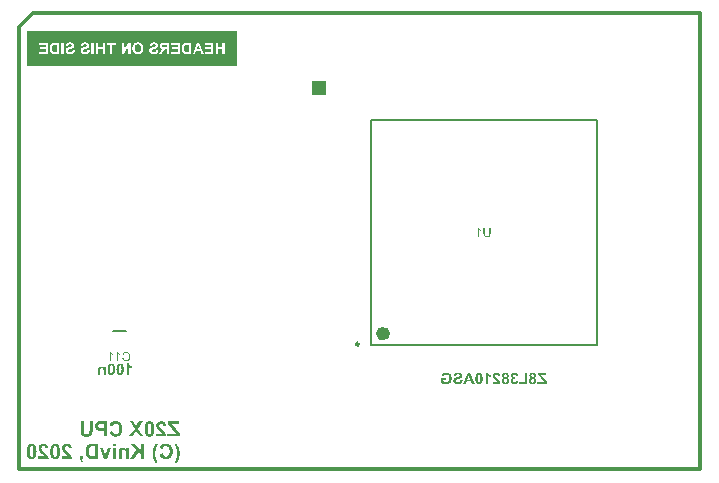
<source format=gbo>
G04 Layer_Color=7597287*
%FSLAX44Y44*%
%MOMM*%
G71*
G01*
G75*
%ADD15C,0.2000*%
%ADD16C,0.3500*%
%ADD25C,0.2500*%
%ADD27R,1.2500X1.2750*%
%ADD41C,0.6000*%
G36*
X15557Y7018D02*
Y6797D01*
X15546Y6586D01*
X15535Y6386D01*
X15512Y6197D01*
X15490Y6031D01*
X15468Y5875D01*
X15435Y5731D01*
X15412Y5598D01*
X15390Y5476D01*
X15357Y5376D01*
X15335Y5287D01*
X15313Y5220D01*
X15290Y5165D01*
X15279Y5120D01*
X15268Y5098D01*
Y5087D01*
X15146Y4843D01*
X14991Y4621D01*
X14835Y4443D01*
X14669Y4288D01*
X14525Y4166D01*
X14402Y4077D01*
X14358Y4055D01*
X14325Y4033D01*
X14303Y4010D01*
X14291D01*
X14014Y3888D01*
X13725Y3799D01*
X13426Y3733D01*
X13148Y3688D01*
X13026Y3677D01*
X12904Y3666D01*
X12793Y3655D01*
X12704D01*
X12627Y3644D01*
X12527D01*
X12127Y3666D01*
X11949Y3688D01*
X11783Y3711D01*
X11616Y3744D01*
X11472Y3777D01*
X11339Y3811D01*
X11217Y3855D01*
X11106Y3899D01*
X11017Y3933D01*
X10928Y3966D01*
X10862Y3999D01*
X10806Y4033D01*
X10773Y4044D01*
X10751Y4066D01*
X10740D01*
X10495Y4232D01*
X10295Y4421D01*
X10140Y4599D01*
X10007Y4776D01*
X9907Y4932D01*
X9840Y5054D01*
X9818Y5098D01*
X9796Y5131D01*
X9785Y5154D01*
Y5165D01*
X9740Y5298D01*
X9696Y5442D01*
X9629Y5742D01*
X9585Y6053D01*
X9552Y6352D01*
X9541Y6486D01*
X9530Y6619D01*
Y6730D01*
X9518Y6830D01*
Y6908D01*
Y6963D01*
Y7007D01*
Y7018D01*
Y11458D01*
X10540D01*
Y7018D01*
Y6763D01*
X10562Y6519D01*
X10584Y6308D01*
X10617Y6108D01*
X10651Y5931D01*
X10695Y5764D01*
X10728Y5620D01*
X10773Y5498D01*
X10817Y5398D01*
X10862Y5298D01*
X10906Y5231D01*
X10939Y5165D01*
X10973Y5120D01*
X10995Y5087D01*
X11006Y5076D01*
X11017Y5065D01*
X11117Y4976D01*
X11228Y4898D01*
X11472Y4776D01*
X11727Y4688D01*
X11994Y4632D01*
X12238Y4588D01*
X12338Y4577D01*
X12438D01*
X12504Y4565D01*
X12615D01*
X12849Y4577D01*
X13059Y4610D01*
X13259Y4643D01*
X13415Y4699D01*
X13548Y4743D01*
X13648Y4776D01*
X13703Y4810D01*
X13725Y4821D01*
X13881Y4921D01*
X14014Y5043D01*
X14125Y5165D01*
X14203Y5276D01*
X14269Y5387D01*
X14325Y5465D01*
X14347Y5520D01*
X14358Y5542D01*
X14391Y5642D01*
X14413Y5742D01*
X14458Y5975D01*
X14491Y6219D01*
X14513Y6464D01*
X14525Y6674D01*
Y6774D01*
X14536Y6852D01*
Y6919D01*
Y6974D01*
Y7007D01*
Y7018D01*
Y11458D01*
X15557D01*
Y7018D01*
D02*
G37*
G36*
X5378Y11303D02*
X5500Y11125D01*
X5645Y10948D01*
X5778Y10792D01*
X5911Y10659D01*
X6011Y10548D01*
X6055Y10515D01*
X6089Y10482D01*
X6100Y10470D01*
X6111Y10459D01*
X6344Y10271D01*
X6577Y10093D01*
X6799Y9938D01*
X7021Y9816D01*
X7210Y9705D01*
X7287Y9660D01*
X7354Y9627D01*
X7410Y9594D01*
X7454Y9582D01*
X7476Y9560D01*
X7487D01*
Y8650D01*
X7321Y8717D01*
X7154Y8794D01*
X6988Y8872D01*
X6832Y8950D01*
X6699Y9016D01*
X6588Y9072D01*
X6522Y9116D01*
X6510Y9127D01*
X6499D01*
X6300Y9250D01*
X6122Y9372D01*
X5967Y9483D01*
X5845Y9582D01*
X5734Y9660D01*
X5667Y9727D01*
X5611Y9771D01*
X5600Y9782D01*
Y3777D01*
X4657D01*
Y11492D01*
X5267D01*
X5378Y11303D01*
D02*
G37*
G36*
X-259019Y-171114D02*
X-258538Y-171170D01*
X-258112Y-171262D01*
X-257686Y-171374D01*
X-257316Y-171503D01*
X-256945Y-171651D01*
X-256631Y-171818D01*
X-256334Y-171985D01*
X-256056Y-172151D01*
X-255834Y-172318D01*
X-255631Y-172466D01*
X-255464Y-172596D01*
X-255334Y-172707D01*
X-255242Y-172799D01*
X-255186Y-172855D01*
X-255168Y-172873D01*
X-254872Y-173225D01*
X-254631Y-173596D01*
X-254409Y-173984D01*
X-254223Y-174392D01*
X-254057Y-174818D01*
X-253927Y-175225D01*
X-253816Y-175632D01*
X-253723Y-176021D01*
X-253649Y-176410D01*
X-253612Y-176743D01*
X-253575Y-177058D01*
X-253538Y-177317D01*
Y-177540D01*
X-253520Y-177706D01*
Y-177817D01*
Y-177836D01*
Y-177854D01*
X-253538Y-178410D01*
X-253594Y-178928D01*
X-253668Y-179428D01*
X-253779Y-179873D01*
X-253890Y-180299D01*
X-254038Y-180706D01*
X-254186Y-181058D01*
X-254335Y-181373D01*
X-254483Y-181669D01*
X-254631Y-181928D01*
X-254779Y-182132D01*
X-254890Y-182317D01*
X-255001Y-182446D01*
X-255075Y-182558D01*
X-255131Y-182613D01*
X-255149Y-182632D01*
X-255464Y-182946D01*
X-255797Y-183206D01*
X-256149Y-183446D01*
X-256501Y-183631D01*
X-256853Y-183798D01*
X-257205Y-183946D01*
X-257538Y-184057D01*
X-257853Y-184150D01*
X-258167Y-184224D01*
X-258445Y-184280D01*
X-258704Y-184317D01*
X-258908Y-184335D01*
X-259093Y-184354D01*
X-259223Y-184372D01*
X-259334D01*
X-259723Y-184354D01*
X-260075Y-184335D01*
X-260427Y-184280D01*
X-260741Y-184205D01*
X-261038Y-184132D01*
X-261315Y-184057D01*
X-261574Y-183965D01*
X-261815Y-183854D01*
X-262019Y-183761D01*
X-262204Y-183669D01*
X-262371Y-183594D01*
X-262500Y-183520D01*
X-262611Y-183446D01*
X-262686Y-183391D01*
X-262722Y-183372D01*
X-262741Y-183354D01*
X-262982Y-183150D01*
X-263204Y-182928D01*
X-263611Y-182428D01*
X-263945Y-181910D01*
X-264204Y-181409D01*
X-264315Y-181169D01*
X-264408Y-180947D01*
X-264482Y-180743D01*
X-264556Y-180576D01*
X-264611Y-180428D01*
X-264648Y-180317D01*
X-264667Y-180243D01*
Y-180224D01*
X-262148Y-179447D01*
X-262000Y-179947D01*
X-261834Y-180373D01*
X-261667Y-180724D01*
X-261482Y-181021D01*
X-261334Y-181243D01*
X-261204Y-181391D01*
X-261112Y-181484D01*
X-261075Y-181521D01*
X-260778Y-181743D01*
X-260482Y-181891D01*
X-260186Y-182002D01*
X-259926Y-182095D01*
X-259686Y-182132D01*
X-259482Y-182150D01*
X-259408Y-182169D01*
X-259315D01*
X-259056Y-182150D01*
X-258815Y-182132D01*
X-258371Y-182002D01*
X-257982Y-181854D01*
X-257668Y-181650D01*
X-257408Y-181465D01*
X-257223Y-181317D01*
X-257149Y-181243D01*
X-257094Y-181187D01*
X-257075Y-181169D01*
X-257056Y-181150D01*
X-256908Y-180947D01*
X-256779Y-180706D01*
X-256649Y-180447D01*
X-256556Y-180169D01*
X-256408Y-179595D01*
X-256297Y-179021D01*
X-256260Y-178743D01*
X-256242Y-178502D01*
X-256205Y-178262D01*
Y-178058D01*
X-256186Y-177910D01*
Y-177780D01*
Y-177688D01*
Y-177669D01*
X-256205Y-177243D01*
X-256223Y-176854D01*
X-256260Y-176503D01*
X-256316Y-176169D01*
X-256390Y-175873D01*
X-256464Y-175595D01*
X-256538Y-175355D01*
X-256631Y-175132D01*
X-256705Y-174947D01*
X-256779Y-174781D01*
X-256853Y-174651D01*
X-256927Y-174540D01*
X-256982Y-174447D01*
X-257019Y-174392D01*
X-257056Y-174355D01*
Y-174336D01*
X-257223Y-174151D01*
X-257408Y-173984D01*
X-257593Y-173855D01*
X-257797Y-173744D01*
X-258186Y-173559D01*
X-258556Y-173429D01*
X-258871Y-173355D01*
X-259019Y-173336D01*
X-259130Y-173318D01*
X-259241Y-173299D01*
X-259371D01*
X-259741Y-173318D01*
X-260075Y-173392D01*
X-260371Y-173484D01*
X-260630Y-173596D01*
X-260834Y-173707D01*
X-260982Y-173799D01*
X-261075Y-173873D01*
X-261112Y-173892D01*
X-261352Y-174114D01*
X-261574Y-174373D01*
X-261741Y-174632D01*
X-261871Y-174892D01*
X-261963Y-175114D01*
X-262019Y-175280D01*
X-262056Y-175355D01*
Y-175410D01*
X-262074Y-175429D01*
Y-175447D01*
X-264630Y-174836D01*
X-264445Y-174299D01*
X-264241Y-173836D01*
X-264019Y-173429D01*
X-263815Y-173096D01*
X-263611Y-172836D01*
X-263537Y-172725D01*
X-263463Y-172633D01*
X-263408Y-172577D01*
X-263352Y-172522D01*
X-263334Y-172484D01*
X-263315D01*
X-263037Y-172244D01*
X-262722Y-172022D01*
X-262426Y-171836D01*
X-262111Y-171688D01*
X-261778Y-171540D01*
X-261463Y-171429D01*
X-261149Y-171336D01*
X-260852Y-171262D01*
X-260575Y-171207D01*
X-260315Y-171170D01*
X-260093Y-171133D01*
X-259890Y-171114D01*
X-259723Y-171096D01*
X-259501D01*
X-259019Y-171114D01*
D02*
G37*
G36*
X-277851Y-184150D02*
X-280443D01*
Y-180280D01*
X-282535Y-178132D01*
X-286072Y-184150D01*
X-289423D01*
X-284331Y-176336D01*
X-289183Y-171336D01*
X-285702D01*
X-280443Y-177040D01*
Y-171336D01*
X-277851D01*
Y-184150D01*
D02*
G37*
G36*
X-309199D02*
X-311421D01*
X-315106Y-174855D01*
X-312588D01*
X-310810Y-179613D01*
X-310699Y-179891D01*
X-310625Y-180150D01*
X-310588Y-180243D01*
X-310569Y-180317D01*
X-310551Y-180373D01*
Y-180391D01*
X-310532Y-180484D01*
X-310495Y-180595D01*
X-310403Y-180873D01*
X-310366Y-180984D01*
X-310329Y-181095D01*
X-310310Y-181169D01*
X-310292Y-181187D01*
X-309792Y-179613D01*
X-308033Y-174855D01*
X-305459D01*
X-309199Y-184150D01*
D02*
G37*
G36*
X51531Y-111111D02*
X51767Y-111125D01*
X51989Y-111167D01*
X52196Y-111208D01*
X52391Y-111264D01*
X52571Y-111320D01*
X52723Y-111389D01*
X52862Y-111444D01*
X53001Y-111514D01*
X53112Y-111583D01*
X53195Y-111638D01*
X53278Y-111694D01*
X53334Y-111735D01*
X53375Y-111777D01*
X53403Y-111791D01*
X53417Y-111805D01*
X53542Y-111944D01*
X53667Y-112082D01*
X53764Y-112235D01*
X53847Y-112374D01*
X53986Y-112679D01*
X54069Y-112956D01*
X54124Y-113206D01*
X54138Y-113316D01*
X54152Y-113400D01*
X54166Y-113483D01*
Y-113538D01*
Y-113566D01*
Y-113580D01*
X54152Y-113816D01*
X54110Y-114024D01*
X54069Y-114232D01*
X53999Y-114398D01*
X53944Y-114551D01*
X53902Y-114648D01*
X53861Y-114717D01*
X53847Y-114745D01*
X53708Y-114925D01*
X53542Y-115092D01*
X53375Y-115230D01*
X53195Y-115355D01*
X53042Y-115438D01*
X52918Y-115508D01*
X52835Y-115549D01*
X52821Y-115563D01*
X52807D01*
X53098Y-115716D01*
X53348Y-115868D01*
X53556Y-116035D01*
X53722Y-116201D01*
X53861Y-116354D01*
X53958Y-116465D01*
X54013Y-116548D01*
X54027Y-116562D01*
Y-116576D01*
X54152Y-116825D01*
X54249Y-117075D01*
X54304Y-117324D01*
X54360Y-117546D01*
X54388Y-117727D01*
X54402Y-117879D01*
Y-117935D01*
Y-117976D01*
Y-118004D01*
Y-118018D01*
X54388Y-118281D01*
X54360Y-118517D01*
X54304Y-118753D01*
X54235Y-118961D01*
X54166Y-119169D01*
X54083Y-119349D01*
X53986Y-119516D01*
X53889Y-119668D01*
X53791Y-119793D01*
X53694Y-119918D01*
X53611Y-120015D01*
X53542Y-120098D01*
X53472Y-120168D01*
X53417Y-120209D01*
X53389Y-120237D01*
X53375Y-120251D01*
X53209Y-120376D01*
X53029Y-120473D01*
X52848Y-120570D01*
X52668Y-120639D01*
X52308Y-120764D01*
X51961Y-120847D01*
X51794Y-120875D01*
X51656Y-120889D01*
X51531Y-120903D01*
X51420Y-120916D01*
X51323Y-120930D01*
X51198D01*
X50935Y-120916D01*
X50699Y-120889D01*
X50463Y-120847D01*
X50241Y-120806D01*
X50047Y-120736D01*
X49867Y-120667D01*
X49686Y-120597D01*
X49534Y-120514D01*
X49395Y-120431D01*
X49284Y-120362D01*
X49173Y-120292D01*
X49090Y-120223D01*
X49021Y-120181D01*
X48979Y-120140D01*
X48951Y-120112D01*
X48937Y-120098D01*
X48785Y-119932D01*
X48660Y-119765D01*
X48535Y-119585D01*
X48438Y-119405D01*
X48355Y-119225D01*
X48286Y-119044D01*
X48189Y-118698D01*
X48147Y-118545D01*
X48119Y-118406D01*
X48105Y-118268D01*
X48092Y-118157D01*
X48078Y-118060D01*
Y-117990D01*
Y-117949D01*
Y-117935D01*
X48092Y-117643D01*
X48147Y-117380D01*
X48202Y-117130D01*
X48286Y-116922D01*
X48355Y-116756D01*
X48424Y-116631D01*
X48480Y-116548D01*
X48494Y-116520D01*
X48660Y-116298D01*
X48854Y-116104D01*
X49062Y-115938D01*
X49256Y-115813D01*
X49437Y-115702D01*
X49575Y-115619D01*
X49631Y-115591D01*
X49672Y-115577D01*
X49700Y-115563D01*
X49714D01*
X49492Y-115452D01*
X49298Y-115328D01*
X49132Y-115203D01*
X48993Y-115064D01*
X48882Y-114953D01*
X48813Y-114856D01*
X48757Y-114801D01*
X48743Y-114773D01*
X48618Y-114565D01*
X48535Y-114357D01*
X48466Y-114163D01*
X48424Y-113982D01*
X48397Y-113816D01*
X48383Y-113691D01*
Y-113608D01*
Y-113594D01*
Y-113580D01*
X48397Y-113386D01*
X48410Y-113192D01*
X48507Y-112845D01*
X48618Y-112554D01*
X48757Y-112290D01*
X48910Y-112082D01*
X48965Y-111999D01*
X49021Y-111930D01*
X49076Y-111874D01*
X49118Y-111833D01*
X49132Y-111819D01*
X49145Y-111805D01*
X49298Y-111680D01*
X49451Y-111569D01*
X49631Y-111472D01*
X49797Y-111389D01*
X50158Y-111264D01*
X50505Y-111181D01*
X50657Y-111153D01*
X50810Y-111139D01*
X50935Y-111125D01*
X51059Y-111111D01*
X51143Y-111098D01*
X51281D01*
X51531Y-111111D01*
D02*
G37*
G36*
X1979Y-120750D02*
X-74D01*
X-864Y-118573D01*
X-4719D01*
X-5551Y-120750D01*
X-7646D01*
X-3790Y-111153D01*
X-1738D01*
X1979Y-120750D01*
D02*
G37*
G36*
X28412Y-111111D02*
X28648Y-111125D01*
X28870Y-111167D01*
X29078Y-111208D01*
X29272Y-111264D01*
X29452Y-111320D01*
X29605Y-111389D01*
X29744Y-111444D01*
X29882Y-111514D01*
X29993Y-111583D01*
X30076Y-111638D01*
X30160Y-111694D01*
X30215Y-111735D01*
X30257Y-111777D01*
X30284Y-111791D01*
X30298Y-111805D01*
X30423Y-111944D01*
X30548Y-112082D01*
X30645Y-112235D01*
X30728Y-112374D01*
X30867Y-112679D01*
X30950Y-112956D01*
X31006Y-113206D01*
X31019Y-113316D01*
X31033Y-113400D01*
X31047Y-113483D01*
Y-113538D01*
Y-113566D01*
Y-113580D01*
X31033Y-113816D01*
X30992Y-114024D01*
X30950Y-114232D01*
X30881Y-114398D01*
X30825Y-114551D01*
X30784Y-114648D01*
X30742Y-114717D01*
X30728Y-114745D01*
X30590Y-114925D01*
X30423Y-115092D01*
X30257Y-115230D01*
X30076Y-115355D01*
X29924Y-115438D01*
X29799Y-115508D01*
X29716Y-115549D01*
X29702Y-115563D01*
X29688D01*
X29979Y-115716D01*
X30229Y-115868D01*
X30437Y-116035D01*
X30603Y-116201D01*
X30742Y-116354D01*
X30839Y-116465D01*
X30895Y-116548D01*
X30909Y-116562D01*
Y-116576D01*
X31033Y-116825D01*
X31130Y-117075D01*
X31186Y-117324D01*
X31241Y-117546D01*
X31269Y-117727D01*
X31283Y-117879D01*
Y-117935D01*
Y-117976D01*
Y-118004D01*
Y-118018D01*
X31269Y-118281D01*
X31241Y-118517D01*
X31186Y-118753D01*
X31116Y-118961D01*
X31047Y-119169D01*
X30964Y-119349D01*
X30867Y-119516D01*
X30770Y-119668D01*
X30673Y-119793D01*
X30576Y-119918D01*
X30492Y-120015D01*
X30423Y-120098D01*
X30354Y-120168D01*
X30298Y-120209D01*
X30271Y-120237D01*
X30257Y-120251D01*
X30090Y-120376D01*
X29910Y-120473D01*
X29730Y-120570D01*
X29549Y-120639D01*
X29189Y-120764D01*
X28842Y-120847D01*
X28676Y-120875D01*
X28537Y-120889D01*
X28412Y-120903D01*
X28301Y-120916D01*
X28204Y-120930D01*
X28079D01*
X27816Y-120916D01*
X27580Y-120889D01*
X27344Y-120847D01*
X27122Y-120806D01*
X26928Y-120736D01*
X26748Y-120667D01*
X26568Y-120597D01*
X26415Y-120514D01*
X26277Y-120431D01*
X26165Y-120362D01*
X26055Y-120292D01*
X25971Y-120223D01*
X25902Y-120181D01*
X25860Y-120140D01*
X25833Y-120112D01*
X25819Y-120098D01*
X25666Y-119932D01*
X25542Y-119765D01*
X25417Y-119585D01*
X25320Y-119405D01*
X25236Y-119225D01*
X25167Y-119044D01*
X25070Y-118698D01*
X25028Y-118545D01*
X25001Y-118406D01*
X24987Y-118268D01*
X24973Y-118157D01*
X24959Y-118060D01*
Y-117990D01*
Y-117949D01*
Y-117935D01*
X24973Y-117643D01*
X25028Y-117380D01*
X25084Y-117130D01*
X25167Y-116922D01*
X25236Y-116756D01*
X25306Y-116631D01*
X25361Y-116548D01*
X25375Y-116520D01*
X25542Y-116298D01*
X25736Y-116104D01*
X25944Y-115938D01*
X26138Y-115813D01*
X26318Y-115702D01*
X26457Y-115619D01*
X26512Y-115591D01*
X26554Y-115577D01*
X26582Y-115563D01*
X26595D01*
X26374Y-115452D01*
X26179Y-115328D01*
X26013Y-115203D01*
X25874Y-115064D01*
X25763Y-114953D01*
X25694Y-114856D01*
X25638Y-114801D01*
X25625Y-114773D01*
X25500Y-114565D01*
X25417Y-114357D01*
X25347Y-114163D01*
X25306Y-113982D01*
X25278Y-113816D01*
X25264Y-113691D01*
Y-113608D01*
Y-113594D01*
Y-113580D01*
X25278Y-113386D01*
X25292Y-113192D01*
X25389Y-112845D01*
X25500Y-112554D01*
X25638Y-112290D01*
X25791Y-112082D01*
X25847Y-111999D01*
X25902Y-111930D01*
X25958Y-111874D01*
X25999Y-111833D01*
X26013Y-111819D01*
X26027Y-111805D01*
X26179Y-111680D01*
X26332Y-111569D01*
X26512Y-111472D01*
X26679Y-111389D01*
X27039Y-111264D01*
X27386Y-111181D01*
X27538Y-111153D01*
X27691Y-111139D01*
X27816Y-111125D01*
X27941Y-111111D01*
X28024Y-111098D01*
X28163D01*
X28412Y-111111D01*
D02*
G37*
G36*
X-11626Y-110987D02*
X-11265Y-111028D01*
X-10946Y-111084D01*
X-10669Y-111139D01*
X-10544Y-111181D01*
X-10433Y-111208D01*
X-10350Y-111236D01*
X-10267Y-111264D01*
X-10211Y-111292D01*
X-10170Y-111306D01*
X-10142Y-111320D01*
X-10128D01*
X-9851Y-111458D01*
X-9615Y-111611D01*
X-9407Y-111777D01*
X-9240Y-111930D01*
X-9102Y-112068D01*
X-9019Y-112179D01*
X-8949Y-112262D01*
X-8935Y-112276D01*
Y-112290D01*
X-8797Y-112526D01*
X-8700Y-112776D01*
X-8630Y-113011D01*
X-8589Y-113219D01*
X-8561Y-113400D01*
X-8533Y-113538D01*
Y-113594D01*
Y-113636D01*
Y-113649D01*
Y-113663D01*
X-8547Y-113871D01*
X-8575Y-114079D01*
X-8616Y-114260D01*
X-8672Y-114440D01*
X-8811Y-114773D01*
X-8977Y-115064D01*
X-9046Y-115189D01*
X-9129Y-115286D01*
X-9199Y-115383D01*
X-9268Y-115466D01*
X-9324Y-115522D01*
X-9365Y-115563D01*
X-9393Y-115591D01*
X-9407Y-115605D01*
X-9532Y-115702D01*
X-9684Y-115799D01*
X-9837Y-115896D01*
X-10017Y-115979D01*
X-10364Y-116146D01*
X-10724Y-116284D01*
X-10905Y-116340D01*
X-11057Y-116395D01*
X-11210Y-116437D01*
X-11335Y-116479D01*
X-11432Y-116506D01*
X-11515Y-116534D01*
X-11570Y-116548D01*
X-11584D01*
X-11806Y-116603D01*
X-12000Y-116659D01*
X-12181Y-116700D01*
X-12347Y-116742D01*
X-12486Y-116784D01*
X-12610Y-116811D01*
X-12722Y-116853D01*
X-12818Y-116881D01*
X-12902Y-116895D01*
X-12971Y-116922D01*
X-13068Y-116950D01*
X-13124Y-116978D01*
X-13138D01*
X-13318Y-117047D01*
X-13456Y-117116D01*
X-13581Y-117186D01*
X-13678Y-117255D01*
X-13748Y-117311D01*
X-13789Y-117352D01*
X-13817Y-117380D01*
X-13831Y-117394D01*
X-13900Y-117491D01*
X-13956Y-117588D01*
X-13984Y-117685D01*
X-14011Y-117768D01*
X-14025Y-117851D01*
X-14039Y-117921D01*
Y-117963D01*
Y-117976D01*
X-14025Y-118170D01*
X-13970Y-118337D01*
X-13886Y-118503D01*
X-13803Y-118642D01*
X-13706Y-118753D01*
X-13637Y-118836D01*
X-13581Y-118892D01*
X-13554Y-118905D01*
X-13359Y-119030D01*
X-13138Y-119127D01*
X-12902Y-119197D01*
X-12680Y-119238D01*
X-12472Y-119266D01*
X-12305Y-119294D01*
X-12153D01*
X-11834Y-119280D01*
X-11557Y-119225D01*
X-11321Y-119155D01*
X-11113Y-119072D01*
X-10946Y-118989D01*
X-10835Y-118919D01*
X-10766Y-118864D01*
X-10738Y-118850D01*
X-10558Y-118656D01*
X-10419Y-118448D01*
X-10295Y-118212D01*
X-10211Y-117976D01*
X-10142Y-117768D01*
X-10086Y-117602D01*
X-10073Y-117546D01*
Y-117491D01*
X-10059Y-117463D01*
Y-117449D01*
X-8173Y-117630D01*
X-8214Y-117921D01*
X-8270Y-118198D01*
X-8353Y-118462D01*
X-8422Y-118698D01*
X-8519Y-118919D01*
X-8616Y-119127D01*
X-8713Y-119308D01*
X-8811Y-119474D01*
X-8908Y-119613D01*
X-9005Y-119738D01*
X-9088Y-119849D01*
X-9171Y-119946D01*
X-9227Y-120015D01*
X-9282Y-120057D01*
X-9310Y-120084D01*
X-9324Y-120098D01*
X-9518Y-120251D01*
X-9726Y-120376D01*
X-9948Y-120486D01*
X-10184Y-120584D01*
X-10405Y-120653D01*
X-10641Y-120722D01*
X-11099Y-120819D01*
X-11307Y-120861D01*
X-11501Y-120889D01*
X-11667Y-120903D01*
X-11820Y-120916D01*
X-11945Y-120930D01*
X-12125D01*
X-12569Y-120916D01*
X-12971Y-120875D01*
X-13332Y-120819D01*
X-13484Y-120792D01*
X-13637Y-120750D01*
X-13762Y-120722D01*
X-13872Y-120695D01*
X-13970Y-120667D01*
X-14053Y-120639D01*
X-14122Y-120611D01*
X-14164Y-120597D01*
X-14191Y-120584D01*
X-14205D01*
X-14511Y-120431D01*
X-14760Y-120265D01*
X-14996Y-120098D01*
X-15176Y-119918D01*
X-15315Y-119765D01*
X-15426Y-119627D01*
X-15481Y-119543D01*
X-15509Y-119530D01*
Y-119516D01*
X-15662Y-119238D01*
X-15786Y-118975D01*
X-15870Y-118711D01*
X-15925Y-118462D01*
X-15953Y-118268D01*
X-15967Y-118170D01*
X-15980Y-118101D01*
Y-118046D01*
Y-118004D01*
Y-117976D01*
Y-117963D01*
X-15967Y-117630D01*
X-15925Y-117338D01*
X-15856Y-117075D01*
X-15786Y-116853D01*
X-15717Y-116673D01*
X-15648Y-116548D01*
X-15606Y-116465D01*
X-15592Y-116437D01*
X-15440Y-116215D01*
X-15259Y-116021D01*
X-15079Y-115855D01*
X-14913Y-115716D01*
X-14760Y-115605D01*
X-14635Y-115522D01*
X-14552Y-115466D01*
X-14538Y-115452D01*
X-14524D01*
X-14386Y-115383D01*
X-14247Y-115314D01*
X-13914Y-115189D01*
X-13567Y-115078D01*
X-13235Y-114967D01*
X-13082Y-114925D01*
X-12930Y-114884D01*
X-12791Y-114842D01*
X-12680Y-114814D01*
X-12583Y-114787D01*
X-12513Y-114773D01*
X-12458Y-114759D01*
X-12444D01*
X-12194Y-114690D01*
X-11973Y-114634D01*
X-11765Y-114579D01*
X-11570Y-114523D01*
X-11418Y-114468D01*
X-11265Y-114412D01*
X-11141Y-114357D01*
X-11029Y-114315D01*
X-10932Y-114274D01*
X-10863Y-114232D01*
X-10794Y-114204D01*
X-10752Y-114176D01*
X-10683Y-114135D01*
X-10669Y-114121D01*
X-10572Y-114024D01*
X-10503Y-113927D01*
X-10461Y-113830D01*
X-10433Y-113733D01*
X-10405Y-113663D01*
X-10392Y-113594D01*
Y-113552D01*
Y-113538D01*
X-10405Y-113400D01*
X-10433Y-113289D01*
X-10489Y-113178D01*
X-10544Y-113095D01*
X-10600Y-113025D01*
X-10655Y-112984D01*
X-10683Y-112956D01*
X-10697Y-112942D01*
X-10891Y-112817D01*
X-11099Y-112734D01*
X-11321Y-112665D01*
X-11529Y-112623D01*
X-11709Y-112595D01*
X-11862Y-112582D01*
X-12000D01*
X-12292Y-112595D01*
X-12541Y-112637D01*
X-12749Y-112692D01*
X-12916Y-112748D01*
X-13054Y-112803D01*
X-13151Y-112859D01*
X-13207Y-112900D01*
X-13221Y-112914D01*
X-13359Y-113053D01*
X-13484Y-113219D01*
X-13581Y-113386D01*
X-13651Y-113566D01*
X-13706Y-113719D01*
X-13734Y-113843D01*
X-13762Y-113941D01*
Y-113954D01*
Y-113968D01*
X-15703Y-113899D01*
X-15689Y-113649D01*
X-15648Y-113427D01*
X-15592Y-113206D01*
X-15523Y-113011D01*
X-15453Y-112817D01*
X-15370Y-112637D01*
X-15287Y-112484D01*
X-15204Y-112332D01*
X-15107Y-112207D01*
X-15024Y-112096D01*
X-14940Y-111999D01*
X-14871Y-111916D01*
X-14816Y-111860D01*
X-14774Y-111819D01*
X-14746Y-111791D01*
X-14732Y-111777D01*
X-14552Y-111638D01*
X-14358Y-111514D01*
X-14150Y-111403D01*
X-13928Y-111306D01*
X-13706Y-111236D01*
X-13484Y-111167D01*
X-13040Y-111070D01*
X-12832Y-111042D01*
X-12652Y-111014D01*
X-12472Y-111000D01*
X-12319Y-110987D01*
X-12194Y-110973D01*
X-12028D01*
X-11626Y-110987D01*
D02*
G37*
G36*
X6015Y-111111D02*
X6251Y-111139D01*
X6486Y-111195D01*
X6694Y-111250D01*
X6888Y-111333D01*
X7069Y-111417D01*
X7221Y-111500D01*
X7374Y-111597D01*
X7499Y-111694D01*
X7624Y-111777D01*
X7721Y-111860D01*
X7790Y-111944D01*
X7859Y-111999D01*
X7901Y-112055D01*
X7929Y-112082D01*
X7943Y-112096D01*
X8109Y-112332D01*
X8248Y-112609D01*
X8372Y-112900D01*
X8483Y-113206D01*
X8566Y-113525D01*
X8650Y-113857D01*
X8705Y-114176D01*
X8761Y-114495D01*
X8788Y-114801D01*
X8816Y-115078D01*
X8844Y-115341D01*
X8858Y-115563D01*
X8872Y-115744D01*
Y-115882D01*
Y-115938D01*
Y-115979D01*
Y-115993D01*
Y-116007D01*
X8858Y-116506D01*
X8830Y-116964D01*
X8788Y-117394D01*
X8733Y-117782D01*
X8677Y-118129D01*
X8608Y-118448D01*
X8525Y-118725D01*
X8442Y-118975D01*
X8372Y-119183D01*
X8289Y-119377D01*
X8220Y-119530D01*
X8151Y-119654D01*
X8109Y-119738D01*
X8067Y-119807D01*
X8040Y-119849D01*
X8026Y-119862D01*
X7859Y-120057D01*
X7679Y-120209D01*
X7499Y-120362D01*
X7304Y-120473D01*
X7124Y-120584D01*
X6930Y-120667D01*
X6750Y-120736D01*
X6569Y-120792D01*
X6403Y-120847D01*
X6251Y-120875D01*
X6112Y-120903D01*
X6001Y-120916D01*
X5904D01*
X5821Y-120930D01*
X5765D01*
X5515Y-120916D01*
X5280Y-120889D01*
X5044Y-120833D01*
X4836Y-120778D01*
X4642Y-120708D01*
X4462Y-120625D01*
X4309Y-120528D01*
X4156Y-120431D01*
X4032Y-120348D01*
X3907Y-120251D01*
X3810Y-120168D01*
X3726Y-120098D01*
X3671Y-120043D01*
X3629Y-119987D01*
X3602Y-119959D01*
X3588Y-119946D01*
X3421Y-119710D01*
X3283Y-119432D01*
X3144Y-119141D01*
X3047Y-118822D01*
X2950Y-118503D01*
X2880Y-118184D01*
X2811Y-117851D01*
X2756Y-117533D01*
X2728Y-117227D01*
X2700Y-116950D01*
X2673Y-116687D01*
X2659Y-116465D01*
X2645Y-116284D01*
Y-116146D01*
Y-116090D01*
Y-116049D01*
Y-116035D01*
Y-116021D01*
X2659Y-115522D01*
X2686Y-115064D01*
X2728Y-114648D01*
X2797Y-114260D01*
X2867Y-113899D01*
X2936Y-113580D01*
X3033Y-113289D01*
X3116Y-113039D01*
X3200Y-112803D01*
X3283Y-112623D01*
X3366Y-112457D01*
X3435Y-112318D01*
X3505Y-112221D01*
X3546Y-112152D01*
X3574Y-112110D01*
X3588Y-112096D01*
X3740Y-111916D01*
X3907Y-111763D01*
X4087Y-111638D01*
X4267Y-111514D01*
X4448Y-111417D01*
X4628Y-111347D01*
X4794Y-111278D01*
X4975Y-111222D01*
X5141Y-111181D01*
X5280Y-111153D01*
X5418Y-111125D01*
X5529Y-111111D01*
X5626Y-111098D01*
X5765D01*
X6015Y-111111D01*
D02*
G37*
G36*
X-362823Y-171281D02*
X-362527Y-171299D01*
X-361953Y-171392D01*
X-361471Y-171540D01*
X-361249Y-171614D01*
X-361046Y-171707D01*
X-360860Y-171781D01*
X-360712Y-171873D01*
X-360564Y-171948D01*
X-360453Y-172003D01*
X-360360Y-172077D01*
X-360305Y-172114D01*
X-360268Y-172133D01*
X-360249Y-172151D01*
X-360046Y-172336D01*
X-359861Y-172522D01*
X-359694Y-172744D01*
X-359546Y-172985D01*
X-359324Y-173466D01*
X-359138Y-173929D01*
X-359083Y-174170D01*
X-359027Y-174373D01*
X-358972Y-174558D01*
X-358953Y-174725D01*
X-358916Y-174873D01*
Y-174966D01*
X-358898Y-175040D01*
Y-175058D01*
X-361342Y-175299D01*
X-361379Y-174929D01*
X-361453Y-174614D01*
X-361527Y-174336D01*
X-361620Y-174132D01*
X-361694Y-173966D01*
X-361768Y-173855D01*
X-361823Y-173781D01*
X-361842Y-173762D01*
X-362027Y-173614D01*
X-362231Y-173503D01*
X-362434Y-173410D01*
X-362638Y-173355D01*
X-362805Y-173318D01*
X-362953Y-173299D01*
X-363083D01*
X-363360Y-173318D01*
X-363601Y-173373D01*
X-363805Y-173447D01*
X-363990Y-173521D01*
X-364119Y-173596D01*
X-364230Y-173670D01*
X-364286Y-173725D01*
X-364305Y-173744D01*
X-364453Y-173929D01*
X-364564Y-174132D01*
X-364638Y-174336D01*
X-364693Y-174540D01*
X-364730Y-174725D01*
X-364749Y-174892D01*
Y-174984D01*
Y-175003D01*
Y-175021D01*
X-364730Y-175299D01*
X-364675Y-175558D01*
X-364582Y-175818D01*
X-364490Y-176040D01*
X-364397Y-176243D01*
X-364305Y-176392D01*
X-364249Y-176484D01*
X-364230Y-176521D01*
X-364156Y-176632D01*
X-364045Y-176762D01*
X-363897Y-176929D01*
X-363749Y-177077D01*
X-363416Y-177428D01*
X-363083Y-177780D01*
X-362749Y-178114D01*
X-362601Y-178262D01*
X-362453Y-178373D01*
X-362342Y-178484D01*
X-362268Y-178558D01*
X-362212Y-178613D01*
X-362194Y-178632D01*
X-361823Y-178984D01*
X-361490Y-179317D01*
X-361175Y-179632D01*
X-360897Y-179910D01*
X-360638Y-180187D01*
X-360416Y-180447D01*
X-360212Y-180669D01*
X-360046Y-180891D01*
X-359898Y-181076D01*
X-359768Y-181243D01*
X-359657Y-181373D01*
X-359583Y-181502D01*
X-359509Y-181576D01*
X-359472Y-181650D01*
X-359435Y-181687D01*
Y-181706D01*
X-359194Y-182132D01*
X-359009Y-182576D01*
X-358861Y-182983D01*
X-358750Y-183354D01*
X-358675Y-183687D01*
X-358657Y-183817D01*
X-358638Y-183928D01*
X-358620Y-184020D01*
X-358601Y-184095D01*
Y-184132D01*
Y-184150D01*
X-367212D01*
Y-181873D01*
X-362323D01*
X-362471Y-181632D01*
X-362638Y-181428D01*
X-362712Y-181336D01*
X-362768Y-181261D01*
X-362805Y-181224D01*
X-362823Y-181206D01*
X-362897Y-181132D01*
X-362971Y-181039D01*
X-363194Y-180835D01*
X-363434Y-180595D01*
X-363675Y-180354D01*
X-363916Y-180132D01*
X-364119Y-179947D01*
X-364193Y-179873D01*
X-364249Y-179817D01*
X-364286Y-179799D01*
X-364305Y-179780D01*
X-364712Y-179391D01*
X-365045Y-179076D01*
X-365323Y-178780D01*
X-365545Y-178558D01*
X-365712Y-178373D01*
X-365823Y-178243D01*
X-365897Y-178151D01*
X-365915Y-178132D01*
X-366156Y-177817D01*
X-366360Y-177521D01*
X-366527Y-177243D01*
X-366656Y-177003D01*
X-366767Y-176799D01*
X-366841Y-176632D01*
X-366878Y-176540D01*
X-366897Y-176503D01*
X-367008Y-176206D01*
X-367082Y-175910D01*
X-367138Y-175632D01*
X-367175Y-175373D01*
X-367193Y-175169D01*
X-367212Y-175003D01*
Y-174892D01*
Y-174855D01*
X-367193Y-174577D01*
X-367156Y-174299D01*
X-367119Y-174040D01*
X-367045Y-173799D01*
X-366860Y-173373D01*
X-366675Y-173003D01*
X-366564Y-172836D01*
X-366471Y-172707D01*
X-366378Y-172577D01*
X-366286Y-172484D01*
X-366212Y-172411D01*
X-366175Y-172336D01*
X-366138Y-172318D01*
X-366119Y-172299D01*
X-365915Y-172114D01*
X-365675Y-171948D01*
X-365453Y-171818D01*
X-365193Y-171707D01*
X-364712Y-171522D01*
X-364230Y-171392D01*
X-364008Y-171355D01*
X-363805Y-171318D01*
X-363619Y-171299D01*
X-363453Y-171281D01*
X-363323Y-171262D01*
X-363138D01*
X-362823Y-171281D01*
D02*
G37*
G36*
X-301607Y-152064D02*
X-301126Y-152120D01*
X-300700Y-152212D01*
X-300274Y-152324D01*
X-299904Y-152453D01*
X-299534Y-152601D01*
X-299219Y-152768D01*
X-298923Y-152935D01*
X-298645Y-153101D01*
X-298423Y-153268D01*
X-298219Y-153416D01*
X-298052Y-153546D01*
X-297923Y-153657D01*
X-297830Y-153749D01*
X-297774Y-153805D01*
X-297756Y-153823D01*
X-297460Y-154175D01*
X-297219Y-154545D01*
X-296997Y-154934D01*
X-296812Y-155342D01*
X-296645Y-155768D01*
X-296515Y-156175D01*
X-296404Y-156582D01*
X-296312Y-156971D01*
X-296238Y-157360D01*
X-296201Y-157693D01*
X-296164Y-158008D01*
X-296126Y-158267D01*
Y-158490D01*
X-296108Y-158656D01*
Y-158767D01*
Y-158786D01*
Y-158804D01*
X-296126Y-159360D01*
X-296182Y-159878D01*
X-296256Y-160378D01*
X-296367Y-160823D01*
X-296478Y-161248D01*
X-296626Y-161656D01*
X-296775Y-162008D01*
X-296923Y-162323D01*
X-297071Y-162619D01*
X-297219Y-162878D01*
X-297367Y-163082D01*
X-297478Y-163267D01*
X-297589Y-163396D01*
X-297663Y-163508D01*
X-297719Y-163563D01*
X-297737Y-163582D01*
X-298052Y-163896D01*
X-298386Y-164156D01*
X-298737Y-164396D01*
X-299089Y-164582D01*
X-299441Y-164748D01*
X-299793Y-164896D01*
X-300126Y-165007D01*
X-300441Y-165100D01*
X-300756Y-165174D01*
X-301033Y-165230D01*
X-301293Y-165267D01*
X-301496Y-165285D01*
X-301681Y-165304D01*
X-301811Y-165322D01*
X-301922D01*
X-302311Y-165304D01*
X-302663Y-165285D01*
X-303015Y-165230D01*
X-303329Y-165156D01*
X-303626Y-165082D01*
X-303903Y-165007D01*
X-304163Y-164915D01*
X-304403Y-164804D01*
X-304607Y-164711D01*
X-304792Y-164619D01*
X-304959Y-164545D01*
X-305089Y-164470D01*
X-305200Y-164396D01*
X-305274Y-164341D01*
X-305311Y-164322D01*
X-305329Y-164304D01*
X-305570Y-164100D01*
X-305792Y-163878D01*
X-306199Y-163378D01*
X-306533Y-162859D01*
X-306792Y-162360D01*
X-306903Y-162119D01*
X-306996Y-161897D01*
X-307070Y-161693D01*
X-307144Y-161526D01*
X-307199Y-161378D01*
X-307236Y-161267D01*
X-307255Y-161193D01*
Y-161175D01*
X-304737Y-160397D01*
X-304589Y-160897D01*
X-304422Y-161323D01*
X-304255Y-161674D01*
X-304070Y-161971D01*
X-303922Y-162193D01*
X-303792Y-162341D01*
X-303700Y-162434D01*
X-303663Y-162471D01*
X-303366Y-162693D01*
X-303070Y-162841D01*
X-302774Y-162952D01*
X-302515Y-163045D01*
X-302274Y-163082D01*
X-302070Y-163100D01*
X-301996Y-163119D01*
X-301904D01*
X-301644Y-163100D01*
X-301404Y-163082D01*
X-300959Y-162952D01*
X-300570Y-162804D01*
X-300256Y-162600D01*
X-299996Y-162415D01*
X-299811Y-162267D01*
X-299737Y-162193D01*
X-299682Y-162137D01*
X-299663Y-162119D01*
X-299645Y-162100D01*
X-299496Y-161897D01*
X-299367Y-161656D01*
X-299237Y-161397D01*
X-299145Y-161119D01*
X-298997Y-160545D01*
X-298885Y-159971D01*
X-298848Y-159693D01*
X-298830Y-159452D01*
X-298793Y-159212D01*
Y-159008D01*
X-298774Y-158860D01*
Y-158730D01*
Y-158638D01*
Y-158619D01*
X-298793Y-158193D01*
X-298811Y-157804D01*
X-298848Y-157453D01*
X-298904Y-157119D01*
X-298978Y-156823D01*
X-299052Y-156545D01*
X-299126Y-156305D01*
X-299219Y-156082D01*
X-299293Y-155897D01*
X-299367Y-155731D01*
X-299441Y-155601D01*
X-299515Y-155490D01*
X-299571Y-155397D01*
X-299608Y-155342D01*
X-299645Y-155305D01*
Y-155286D01*
X-299811Y-155101D01*
X-299996Y-154934D01*
X-300182Y-154805D01*
X-300385Y-154694D01*
X-300774Y-154508D01*
X-301145Y-154379D01*
X-301459Y-154305D01*
X-301607Y-154286D01*
X-301719Y-154268D01*
X-301830Y-154249D01*
X-301959D01*
X-302330Y-154268D01*
X-302663Y-154342D01*
X-302959Y-154434D01*
X-303218Y-154545D01*
X-303422Y-154657D01*
X-303570Y-154749D01*
X-303663Y-154823D01*
X-303700Y-154842D01*
X-303941Y-155064D01*
X-304163Y-155323D01*
X-304329Y-155583D01*
X-304459Y-155842D01*
X-304552Y-156064D01*
X-304607Y-156230D01*
X-304644Y-156305D01*
Y-156360D01*
X-304663Y-156379D01*
Y-156397D01*
X-307218Y-155786D01*
X-307033Y-155249D01*
X-306829Y-154786D01*
X-306607Y-154379D01*
X-306403Y-154046D01*
X-306199Y-153786D01*
X-306125Y-153675D01*
X-306051Y-153583D01*
X-305996Y-153527D01*
X-305940Y-153472D01*
X-305922Y-153434D01*
X-305903D01*
X-305625Y-153194D01*
X-305311Y-152972D01*
X-305014Y-152787D01*
X-304700Y-152638D01*
X-304366Y-152490D01*
X-304052Y-152379D01*
X-303737Y-152287D01*
X-303440Y-152212D01*
X-303163Y-152157D01*
X-302903Y-152120D01*
X-302681Y-152083D01*
X-302478Y-152064D01*
X-302311Y-152046D01*
X-302089D01*
X-301607Y-152064D01*
D02*
G37*
G36*
X-321402Y-159138D02*
Y-159527D01*
X-321420Y-159897D01*
Y-160249D01*
X-321439Y-160563D01*
X-321457Y-160860D01*
X-321476Y-161119D01*
X-321494Y-161360D01*
X-321531Y-161582D01*
X-321550Y-161767D01*
X-321568Y-161934D01*
X-321587Y-162082D01*
X-321605Y-162193D01*
X-321624Y-162285D01*
Y-162341D01*
X-321642Y-162378D01*
Y-162397D01*
X-321735Y-162674D01*
X-321828Y-162934D01*
X-321957Y-163174D01*
X-322068Y-163378D01*
X-322179Y-163563D01*
X-322272Y-163711D01*
X-322346Y-163785D01*
X-322365Y-163822D01*
X-322587Y-164063D01*
X-322827Y-164285D01*
X-323087Y-164470D01*
X-323327Y-164637D01*
X-323531Y-164767D01*
X-323716Y-164859D01*
X-323827Y-164915D01*
X-323846Y-164933D01*
X-323864D01*
X-324049Y-165007D01*
X-324253Y-165063D01*
X-324716Y-165174D01*
X-325179Y-165248D01*
X-325623Y-165285D01*
X-325827Y-165304D01*
X-326031Y-165322D01*
X-326197D01*
X-326364Y-165341D01*
X-326660D01*
X-327197Y-165322D01*
X-327679Y-165285D01*
X-328105Y-165211D01*
X-328456Y-165137D01*
X-328605Y-165119D01*
X-328753Y-165082D01*
X-328864Y-165044D01*
X-328956Y-165007D01*
X-329030Y-164989D01*
X-329086Y-164970D01*
X-329104Y-164952D01*
X-329123D01*
X-329456Y-164804D01*
X-329753Y-164619D01*
X-330012Y-164452D01*
X-330234Y-164285D01*
X-330401Y-164137D01*
X-330530Y-164026D01*
X-330604Y-163952D01*
X-330623Y-163915D01*
X-330827Y-163656D01*
X-330993Y-163378D01*
X-331123Y-163119D01*
X-331234Y-162859D01*
X-331308Y-162637D01*
X-331363Y-162452D01*
X-331382Y-162397D01*
Y-162341D01*
X-331401Y-162323D01*
Y-162304D01*
X-331438Y-162100D01*
X-331475Y-161878D01*
X-331512Y-161637D01*
X-331530Y-161397D01*
X-331567Y-160841D01*
X-331604Y-160304D01*
Y-160063D01*
Y-159823D01*
X-331623Y-159601D01*
Y-159415D01*
Y-159267D01*
Y-159138D01*
Y-159064D01*
Y-159045D01*
Y-152287D01*
X-329030D01*
Y-159397D01*
Y-159675D01*
Y-159934D01*
X-329012Y-160175D01*
Y-160397D01*
X-328993Y-160582D01*
Y-160767D01*
X-328975Y-160934D01*
Y-161082D01*
X-328938Y-161304D01*
X-328919Y-161471D01*
X-328901Y-161563D01*
Y-161600D01*
X-328845Y-161841D01*
X-328753Y-162045D01*
X-328642Y-162230D01*
X-328531Y-162397D01*
X-328419Y-162526D01*
X-328327Y-162619D01*
X-328253Y-162674D01*
X-328234Y-162693D01*
X-328012Y-162841D01*
X-327734Y-162952D01*
X-327475Y-163026D01*
X-327197Y-163082D01*
X-326957Y-163119D01*
X-326771Y-163137D01*
X-326586D01*
X-326197Y-163119D01*
X-325864Y-163063D01*
X-325568Y-162989D01*
X-325309Y-162896D01*
X-325123Y-162822D01*
X-324975Y-162748D01*
X-324901Y-162693D01*
X-324864Y-162674D01*
X-324660Y-162489D01*
X-324494Y-162267D01*
X-324346Y-162063D01*
X-324253Y-161860D01*
X-324179Y-161674D01*
X-324124Y-161526D01*
X-324086Y-161434D01*
Y-161397D01*
X-324068Y-161286D01*
X-324049Y-161175D01*
Y-161026D01*
X-324031Y-160860D01*
X-324012Y-160508D01*
Y-160138D01*
X-323994Y-159804D01*
Y-159656D01*
Y-159508D01*
Y-159397D01*
Y-159323D01*
Y-159267D01*
Y-159249D01*
Y-152287D01*
X-321402D01*
Y-159138D01*
D02*
G37*
G36*
X-263074Y-152231D02*
X-262778Y-152249D01*
X-262204Y-152342D01*
X-261723Y-152490D01*
X-261500Y-152564D01*
X-261297Y-152657D01*
X-261112Y-152731D01*
X-260963Y-152823D01*
X-260815Y-152898D01*
X-260704Y-152953D01*
X-260612Y-153027D01*
X-260556Y-153064D01*
X-260519Y-153083D01*
X-260501Y-153101D01*
X-260297Y-153286D01*
X-260112Y-153472D01*
X-259945Y-153694D01*
X-259797Y-153934D01*
X-259575Y-154416D01*
X-259389Y-154879D01*
X-259334Y-155120D01*
X-259278Y-155323D01*
X-259223Y-155508D01*
X-259204Y-155675D01*
X-259167Y-155823D01*
Y-155916D01*
X-259149Y-155990D01*
Y-156008D01*
X-261593Y-156249D01*
X-261630Y-155879D01*
X-261704Y-155564D01*
X-261778Y-155286D01*
X-261871Y-155083D01*
X-261945Y-154916D01*
X-262019Y-154805D01*
X-262074Y-154731D01*
X-262093Y-154712D01*
X-262278Y-154564D01*
X-262482Y-154453D01*
X-262686Y-154360D01*
X-262889Y-154305D01*
X-263056Y-154268D01*
X-263204Y-154249D01*
X-263334D01*
X-263611Y-154268D01*
X-263852Y-154323D01*
X-264056Y-154397D01*
X-264241Y-154472D01*
X-264370Y-154545D01*
X-264482Y-154620D01*
X-264537Y-154675D01*
X-264556Y-154694D01*
X-264704Y-154879D01*
X-264815Y-155083D01*
X-264889Y-155286D01*
X-264944Y-155490D01*
X-264981Y-155675D01*
X-265000Y-155842D01*
Y-155934D01*
Y-155953D01*
Y-155971D01*
X-264981Y-156249D01*
X-264926Y-156508D01*
X-264833Y-156768D01*
X-264741Y-156990D01*
X-264648Y-157193D01*
X-264556Y-157341D01*
X-264500Y-157434D01*
X-264482Y-157471D01*
X-264408Y-157582D01*
X-264296Y-157712D01*
X-264148Y-157879D01*
X-264000Y-158027D01*
X-263667Y-158378D01*
X-263334Y-158730D01*
X-263000Y-159064D01*
X-262852Y-159212D01*
X-262704Y-159323D01*
X-262593Y-159434D01*
X-262519Y-159508D01*
X-262463Y-159564D01*
X-262445Y-159582D01*
X-262074Y-159934D01*
X-261741Y-160267D01*
X-261426Y-160582D01*
X-261149Y-160860D01*
X-260889Y-161137D01*
X-260667Y-161397D01*
X-260464Y-161619D01*
X-260297Y-161841D01*
X-260149Y-162026D01*
X-260019Y-162193D01*
X-259908Y-162323D01*
X-259834Y-162452D01*
X-259760Y-162526D01*
X-259723Y-162600D01*
X-259686Y-162637D01*
Y-162656D01*
X-259445Y-163082D01*
X-259260Y-163526D01*
X-259112Y-163934D01*
X-259001Y-164304D01*
X-258927Y-164637D01*
X-258908Y-164767D01*
X-258890Y-164878D01*
X-258871Y-164970D01*
X-258853Y-165044D01*
Y-165082D01*
Y-165100D01*
X-267463D01*
Y-162822D01*
X-262574D01*
X-262722Y-162582D01*
X-262889Y-162378D01*
X-262963Y-162285D01*
X-263019Y-162211D01*
X-263056Y-162174D01*
X-263074Y-162156D01*
X-263148Y-162082D01*
X-263223Y-161989D01*
X-263445Y-161786D01*
X-263685Y-161545D01*
X-263926Y-161304D01*
X-264167Y-161082D01*
X-264370Y-160897D01*
X-264445Y-160823D01*
X-264500Y-160767D01*
X-264537Y-160749D01*
X-264556Y-160730D01*
X-264963Y-160341D01*
X-265296Y-160026D01*
X-265574Y-159730D01*
X-265796Y-159508D01*
X-265963Y-159323D01*
X-266074Y-159193D01*
X-266148Y-159101D01*
X-266167Y-159082D01*
X-266407Y-158767D01*
X-266611Y-158471D01*
X-266778Y-158193D01*
X-266907Y-157953D01*
X-267018Y-157749D01*
X-267092Y-157582D01*
X-267129Y-157490D01*
X-267148Y-157453D01*
X-267259Y-157156D01*
X-267333Y-156860D01*
X-267389Y-156582D01*
X-267426Y-156323D01*
X-267444Y-156119D01*
X-267463Y-155953D01*
Y-155842D01*
Y-155805D01*
X-267444Y-155527D01*
X-267407Y-155249D01*
X-267370Y-154990D01*
X-267296Y-154749D01*
X-267111Y-154323D01*
X-266926Y-153953D01*
X-266815Y-153786D01*
X-266722Y-153657D01*
X-266630Y-153527D01*
X-266537Y-153434D01*
X-266463Y-153361D01*
X-266426Y-153286D01*
X-266389Y-153268D01*
X-266370Y-153249D01*
X-266167Y-153064D01*
X-265926Y-152898D01*
X-265704Y-152768D01*
X-265445Y-152657D01*
X-264963Y-152472D01*
X-264482Y-152342D01*
X-264259Y-152305D01*
X-264056Y-152268D01*
X-263871Y-152249D01*
X-263704Y-152231D01*
X-263574Y-152212D01*
X-263389D01*
X-263074Y-152231D01*
D02*
G37*
G36*
X-199550Y148570D02*
X-376610D01*
Y178527D01*
X-199550D01*
Y148570D01*
D02*
G37*
G36*
X-282757Y-158434D02*
X-278332Y-165100D01*
X-281443D01*
X-284294Y-160767D01*
X-287127Y-165100D01*
X-290238D01*
X-285831Y-158434D01*
X-289849Y-152287D01*
X-286831D01*
X-284294Y-156119D01*
X-281758Y-152287D01*
X-278739D01*
X-282757Y-158434D01*
D02*
G37*
G36*
X-301681Y-173614D02*
X-304144D01*
Y-171336D01*
X-301681D01*
Y-173614D01*
D02*
G37*
G36*
X-342899Y-171281D02*
X-342603Y-171299D01*
X-342029Y-171392D01*
X-341548Y-171540D01*
X-341325Y-171614D01*
X-341122Y-171707D01*
X-340937Y-171781D01*
X-340788Y-171873D01*
X-340640Y-171948D01*
X-340529Y-172003D01*
X-340437Y-172077D01*
X-340381Y-172114D01*
X-340344Y-172133D01*
X-340326Y-172151D01*
X-340122Y-172336D01*
X-339937Y-172522D01*
X-339770Y-172744D01*
X-339622Y-172985D01*
X-339400Y-173466D01*
X-339215Y-173929D01*
X-339159Y-174170D01*
X-339104Y-174373D01*
X-339048Y-174558D01*
X-339029Y-174725D01*
X-338992Y-174873D01*
Y-174966D01*
X-338974Y-175040D01*
Y-175058D01*
X-341418Y-175299D01*
X-341455Y-174929D01*
X-341529Y-174614D01*
X-341603Y-174336D01*
X-341696Y-174132D01*
X-341770Y-173966D01*
X-341844Y-173855D01*
X-341899Y-173781D01*
X-341918Y-173762D01*
X-342103Y-173614D01*
X-342307Y-173503D01*
X-342510Y-173410D01*
X-342714Y-173355D01*
X-342881Y-173318D01*
X-343029Y-173299D01*
X-343159D01*
X-343436Y-173318D01*
X-343677Y-173373D01*
X-343881Y-173447D01*
X-344066Y-173521D01*
X-344196Y-173596D01*
X-344307Y-173670D01*
X-344362Y-173725D01*
X-344381Y-173744D01*
X-344529Y-173929D01*
X-344640Y-174132D01*
X-344714Y-174336D01*
X-344770Y-174540D01*
X-344807Y-174725D01*
X-344825Y-174892D01*
Y-174984D01*
Y-175003D01*
Y-175021D01*
X-344807Y-175299D01*
X-344751Y-175558D01*
X-344659Y-175818D01*
X-344566Y-176040D01*
X-344473Y-176243D01*
X-344381Y-176392D01*
X-344325Y-176484D01*
X-344307Y-176521D01*
X-344233Y-176632D01*
X-344122Y-176762D01*
X-343973Y-176929D01*
X-343825Y-177077D01*
X-343492Y-177428D01*
X-343159Y-177780D01*
X-342825Y-178114D01*
X-342677Y-178262D01*
X-342529Y-178373D01*
X-342418Y-178484D01*
X-342344Y-178558D01*
X-342288Y-178613D01*
X-342270Y-178632D01*
X-341899Y-178984D01*
X-341566Y-179317D01*
X-341251Y-179632D01*
X-340974Y-179910D01*
X-340714Y-180187D01*
X-340492Y-180447D01*
X-340289Y-180669D01*
X-340122Y-180891D01*
X-339974Y-181076D01*
X-339844Y-181243D01*
X-339733Y-181373D01*
X-339659Y-181502D01*
X-339585Y-181576D01*
X-339548Y-181650D01*
X-339511Y-181687D01*
Y-181706D01*
X-339270Y-182132D01*
X-339085Y-182576D01*
X-338937Y-182983D01*
X-338826Y-183354D01*
X-338752Y-183687D01*
X-338733Y-183817D01*
X-338715Y-183928D01*
X-338696Y-184020D01*
X-338678Y-184095D01*
Y-184132D01*
Y-184150D01*
X-347288D01*
Y-181873D01*
X-342399D01*
X-342548Y-181632D01*
X-342714Y-181428D01*
X-342788Y-181336D01*
X-342844Y-181261D01*
X-342881Y-181224D01*
X-342899Y-181206D01*
X-342974Y-181132D01*
X-343047Y-181039D01*
X-343270Y-180835D01*
X-343510Y-180595D01*
X-343751Y-180354D01*
X-343992Y-180132D01*
X-344196Y-179947D01*
X-344270Y-179873D01*
X-344325Y-179817D01*
X-344362Y-179799D01*
X-344381Y-179780D01*
X-344788Y-179391D01*
X-345121Y-179076D01*
X-345399Y-178780D01*
X-345621Y-178558D01*
X-345788Y-178373D01*
X-345899Y-178243D01*
X-345973Y-178151D01*
X-345992Y-178132D01*
X-346232Y-177817D01*
X-346436Y-177521D01*
X-346603Y-177243D01*
X-346732Y-177003D01*
X-346843Y-176799D01*
X-346917Y-176632D01*
X-346954Y-176540D01*
X-346973Y-176503D01*
X-347084Y-176206D01*
X-347158Y-175910D01*
X-347214Y-175632D01*
X-347251Y-175373D01*
X-347269Y-175169D01*
X-347288Y-175003D01*
Y-174892D01*
Y-174855D01*
X-347269Y-174577D01*
X-347232Y-174299D01*
X-347195Y-174040D01*
X-347121Y-173799D01*
X-346936Y-173373D01*
X-346751Y-173003D01*
X-346640Y-172836D01*
X-346547Y-172707D01*
X-346455Y-172577D01*
X-346362Y-172484D01*
X-346288Y-172411D01*
X-346251Y-172336D01*
X-346214Y-172318D01*
X-346195Y-172299D01*
X-345992Y-172114D01*
X-345751Y-171948D01*
X-345529Y-171818D01*
X-345270Y-171707D01*
X-344788Y-171522D01*
X-344307Y-171392D01*
X-344085Y-171355D01*
X-343881Y-171318D01*
X-343696Y-171299D01*
X-343529Y-171281D01*
X-343399Y-171262D01*
X-343214D01*
X-342899Y-171281D01*
D02*
G37*
G36*
X-272944Y-152231D02*
X-272629Y-152268D01*
X-272314Y-152342D01*
X-272036Y-152416D01*
X-271777Y-152527D01*
X-271536Y-152638D01*
X-271333Y-152749D01*
X-271129Y-152879D01*
X-270962Y-153009D01*
X-270796Y-153120D01*
X-270666Y-153231D01*
X-270574Y-153342D01*
X-270481Y-153416D01*
X-270425Y-153490D01*
X-270388Y-153527D01*
X-270370Y-153546D01*
X-270148Y-153860D01*
X-269963Y-154231D01*
X-269796Y-154620D01*
X-269648Y-155027D01*
X-269537Y-155453D01*
X-269426Y-155897D01*
X-269352Y-156323D01*
X-269277Y-156749D01*
X-269240Y-157156D01*
X-269203Y-157527D01*
X-269166Y-157879D01*
X-269148Y-158175D01*
X-269129Y-158415D01*
Y-158601D01*
Y-158675D01*
Y-158730D01*
Y-158749D01*
Y-158767D01*
X-269148Y-159434D01*
X-269185Y-160045D01*
X-269240Y-160619D01*
X-269314Y-161137D01*
X-269389Y-161600D01*
X-269481Y-162026D01*
X-269592Y-162397D01*
X-269703Y-162730D01*
X-269796Y-163008D01*
X-269907Y-163267D01*
X-270000Y-163470D01*
X-270092Y-163637D01*
X-270148Y-163748D01*
X-270203Y-163841D01*
X-270240Y-163896D01*
X-270259Y-163915D01*
X-270481Y-164174D01*
X-270722Y-164378D01*
X-270962Y-164582D01*
X-271222Y-164730D01*
X-271462Y-164878D01*
X-271722Y-164989D01*
X-271962Y-165082D01*
X-272203Y-165156D01*
X-272425Y-165230D01*
X-272629Y-165267D01*
X-272814Y-165304D01*
X-272962Y-165322D01*
X-273092D01*
X-273203Y-165341D01*
X-273277D01*
X-273610Y-165322D01*
X-273925Y-165285D01*
X-274240Y-165211D01*
X-274518Y-165137D01*
X-274777Y-165044D01*
X-275018Y-164933D01*
X-275221Y-164804D01*
X-275425Y-164674D01*
X-275592Y-164563D01*
X-275758Y-164433D01*
X-275888Y-164322D01*
X-275999Y-164230D01*
X-276073Y-164156D01*
X-276129Y-164082D01*
X-276166Y-164045D01*
X-276184Y-164026D01*
X-276406Y-163711D01*
X-276591Y-163341D01*
X-276777Y-162952D01*
X-276906Y-162526D01*
X-277036Y-162100D01*
X-277128Y-161674D01*
X-277221Y-161230D01*
X-277295Y-160804D01*
X-277332Y-160397D01*
X-277369Y-160026D01*
X-277406Y-159675D01*
X-277425Y-159378D01*
X-277443Y-159138D01*
Y-158953D01*
Y-158878D01*
Y-158823D01*
Y-158804D01*
Y-158786D01*
X-277425Y-158119D01*
X-277388Y-157508D01*
X-277332Y-156953D01*
X-277239Y-156434D01*
X-277147Y-155953D01*
X-277054Y-155527D01*
X-276925Y-155138D01*
X-276814Y-154805D01*
X-276702Y-154490D01*
X-276591Y-154249D01*
X-276480Y-154027D01*
X-276388Y-153842D01*
X-276295Y-153712D01*
X-276240Y-153620D01*
X-276203Y-153564D01*
X-276184Y-153546D01*
X-275980Y-153305D01*
X-275758Y-153101D01*
X-275518Y-152935D01*
X-275277Y-152768D01*
X-275036Y-152638D01*
X-274795Y-152546D01*
X-274573Y-152453D01*
X-274332Y-152379D01*
X-274110Y-152324D01*
X-273925Y-152287D01*
X-273740Y-152249D01*
X-273592Y-152231D01*
X-273462Y-152212D01*
X-273277D01*
X-272944Y-152231D01*
D02*
G37*
G36*
X-248428Y-154453D02*
X-254409D01*
X-247650Y-162767D01*
Y-165100D01*
X-258075D01*
Y-162934D01*
X-250779D01*
X-257797Y-154305D01*
Y-152287D01*
X-248428D01*
Y-154453D01*
D02*
G37*
G36*
X-309495Y-165100D02*
X-312088D01*
Y-160267D01*
X-314384D01*
X-314662Y-160249D01*
X-314921D01*
X-315161Y-160230D01*
X-315384Y-160212D01*
X-315587Y-160193D01*
X-315754Y-160175D01*
X-315921D01*
X-316050Y-160156D01*
X-316180Y-160138D01*
X-316273Y-160119D01*
X-316347D01*
X-316402Y-160100D01*
X-316439D01*
X-316698Y-160026D01*
X-316939Y-159934D01*
X-317161Y-159841D01*
X-317365Y-159730D01*
X-317532Y-159638D01*
X-317661Y-159564D01*
X-317735Y-159508D01*
X-317772Y-159489D01*
X-318013Y-159304D01*
X-318217Y-159101D01*
X-318420Y-158878D01*
X-318569Y-158693D01*
X-318698Y-158508D01*
X-318791Y-158360D01*
X-318846Y-158267D01*
X-318865Y-158230D01*
X-319013Y-157916D01*
X-319124Y-157582D01*
X-319198Y-157230D01*
X-319254Y-156916D01*
X-319291Y-156656D01*
Y-156527D01*
X-319309Y-156434D01*
Y-156342D01*
Y-156286D01*
Y-156249D01*
Y-156230D01*
X-319272Y-155694D01*
X-319198Y-155194D01*
X-319069Y-154786D01*
X-318939Y-154416D01*
X-318865Y-154268D01*
X-318791Y-154138D01*
X-318735Y-154027D01*
X-318661Y-153916D01*
X-318624Y-153842D01*
X-318587Y-153786D01*
X-318550Y-153768D01*
Y-153749D01*
X-318254Y-153416D01*
X-317957Y-153138D01*
X-317643Y-152916D01*
X-317365Y-152749D01*
X-317106Y-152638D01*
X-316902Y-152546D01*
X-316828Y-152527D01*
X-316772Y-152509D01*
X-316735Y-152490D01*
X-316717D01*
X-316569Y-152453D01*
X-316384Y-152416D01*
X-316161Y-152398D01*
X-315939Y-152379D01*
X-315421Y-152342D01*
X-314902Y-152305D01*
X-314421D01*
X-314217Y-152287D01*
X-309495D01*
Y-165100D01*
D02*
G37*
G36*
X-292752Y-93458D02*
X-292397Y-93513D01*
X-292086Y-93580D01*
X-291942Y-93624D01*
X-291809Y-93669D01*
X-291687Y-93713D01*
X-291576Y-93758D01*
X-291487Y-93791D01*
X-291398Y-93824D01*
X-291343Y-93857D01*
X-291298Y-93880D01*
X-291265Y-93891D01*
X-291254Y-93902D01*
X-290954Y-94091D01*
X-290699Y-94313D01*
X-290477Y-94535D01*
X-290288Y-94757D01*
X-290144Y-94956D01*
X-290088Y-95045D01*
X-290044Y-95123D01*
X-290000Y-95178D01*
X-289977Y-95223D01*
X-289966Y-95256D01*
X-289955Y-95267D01*
X-289800Y-95611D01*
X-289689Y-95967D01*
X-289611Y-96322D01*
X-289555Y-96644D01*
X-289533Y-96788D01*
X-289522Y-96932D01*
X-289511Y-97043D01*
Y-97154D01*
X-289500Y-97232D01*
Y-97298D01*
Y-97343D01*
Y-97354D01*
X-289522Y-97754D01*
X-289567Y-98142D01*
X-289622Y-98486D01*
X-289667Y-98653D01*
X-289700Y-98797D01*
X-289733Y-98930D01*
X-289778Y-99052D01*
X-289811Y-99163D01*
X-289833Y-99252D01*
X-289866Y-99319D01*
X-289877Y-99374D01*
X-289900Y-99407D01*
Y-99418D01*
X-290066Y-99752D01*
X-290255Y-100051D01*
X-290455Y-100307D01*
X-290555Y-100406D01*
X-290643Y-100506D01*
X-290732Y-100595D01*
X-290821Y-100673D01*
X-290899Y-100739D01*
X-290965Y-100784D01*
X-291010Y-100828D01*
X-291054Y-100862D01*
X-291076Y-100873D01*
X-291087Y-100884D01*
X-291243Y-100972D01*
X-291398Y-101050D01*
X-291731Y-101172D01*
X-292064Y-101261D01*
X-292386Y-101317D01*
X-292541Y-101339D01*
X-292675Y-101361D01*
X-292797Y-101372D01*
X-292896D01*
X-292985Y-101383D01*
X-293107D01*
X-293329Y-101372D01*
X-293540Y-101350D01*
X-293740Y-101328D01*
X-293929Y-101283D01*
X-294106Y-101228D01*
X-294273Y-101172D01*
X-294428Y-101117D01*
X-294573Y-101050D01*
X-294695Y-100995D01*
X-294817Y-100939D01*
X-294906Y-100884D01*
X-294994Y-100828D01*
X-295050Y-100784D01*
X-295105Y-100762D01*
X-295128Y-100739D01*
X-295139Y-100728D01*
X-295294Y-100595D01*
X-295427Y-100462D01*
X-295549Y-100307D01*
X-295672Y-100151D01*
X-295871Y-99840D01*
X-296027Y-99529D01*
X-296093Y-99385D01*
X-296149Y-99252D01*
X-296193Y-99130D01*
X-296227Y-99030D01*
X-296260Y-98941D01*
X-296282Y-98875D01*
X-296293Y-98830D01*
Y-98819D01*
X-295272Y-98564D01*
X-295228Y-98741D01*
X-295172Y-98908D01*
X-295117Y-99063D01*
X-295061Y-99208D01*
X-294994Y-99341D01*
X-294928Y-99452D01*
X-294850Y-99563D01*
X-294783Y-99663D01*
X-294728Y-99752D01*
X-294661Y-99818D01*
X-294606Y-99885D01*
X-294562Y-99940D01*
X-294517Y-99973D01*
X-294484Y-100007D01*
X-294473Y-100018D01*
X-294462Y-100029D01*
X-294351Y-100118D01*
X-294228Y-100184D01*
X-293984Y-100307D01*
X-293751Y-100395D01*
X-293518Y-100451D01*
X-293318Y-100495D01*
X-293241Y-100506D01*
X-293163D01*
X-293096Y-100517D01*
X-293019D01*
X-292763Y-100506D01*
X-292519Y-100462D01*
X-292297Y-100406D01*
X-292097Y-100340D01*
X-291942Y-100273D01*
X-291875Y-100240D01*
X-291820Y-100218D01*
X-291775Y-100196D01*
X-291742Y-100173D01*
X-291720Y-100162D01*
X-291709D01*
X-291498Y-100007D01*
X-291320Y-99840D01*
X-291165Y-99652D01*
X-291043Y-99474D01*
X-290943Y-99319D01*
X-290876Y-99185D01*
X-290854Y-99130D01*
X-290832Y-99097D01*
X-290821Y-99074D01*
Y-99063D01*
X-290732Y-98775D01*
X-290665Y-98486D01*
X-290610Y-98197D01*
X-290577Y-97931D01*
X-290566Y-97809D01*
X-290555Y-97698D01*
Y-97598D01*
X-290543Y-97521D01*
Y-97454D01*
Y-97398D01*
Y-97365D01*
Y-97354D01*
X-290555Y-97065D01*
X-290577Y-96799D01*
X-290621Y-96555D01*
X-290665Y-96333D01*
X-290699Y-96144D01*
X-290721Y-96066D01*
X-290743Y-96000D01*
X-290754Y-95944D01*
X-290765Y-95911D01*
X-290777Y-95889D01*
Y-95878D01*
X-290888Y-95622D01*
X-291010Y-95389D01*
X-291143Y-95201D01*
X-291287Y-95034D01*
X-291409Y-94901D01*
X-291509Y-94812D01*
X-291587Y-94757D01*
X-291598Y-94734D01*
X-291609D01*
X-291842Y-94590D01*
X-292097Y-94479D01*
X-292342Y-94401D01*
X-292575Y-94357D01*
X-292785Y-94324D01*
X-292874Y-94313D01*
X-292952D01*
X-293008Y-94302D01*
X-293096D01*
X-293374Y-94313D01*
X-293629Y-94357D01*
X-293840Y-94424D01*
X-294029Y-94490D01*
X-294173Y-94568D01*
X-294284Y-94623D01*
X-294351Y-94668D01*
X-294373Y-94690D01*
X-294550Y-94857D01*
X-294717Y-95045D01*
X-294850Y-95245D01*
X-294961Y-95445D01*
X-295050Y-95622D01*
X-295083Y-95711D01*
X-295105Y-95778D01*
X-295128Y-95833D01*
X-295150Y-95878D01*
X-295161Y-95900D01*
Y-95911D01*
X-296160Y-95678D01*
X-296093Y-95478D01*
X-296027Y-95301D01*
X-295938Y-95134D01*
X-295860Y-94967D01*
X-295771Y-94823D01*
X-295672Y-94690D01*
X-295583Y-94557D01*
X-295494Y-94446D01*
X-295405Y-94357D01*
X-295327Y-94268D01*
X-295250Y-94191D01*
X-295194Y-94135D01*
X-295139Y-94080D01*
X-295094Y-94046D01*
X-295072Y-94035D01*
X-295061Y-94024D01*
X-294906Y-93924D01*
X-294750Y-93824D01*
X-294595Y-93747D01*
X-294428Y-93680D01*
X-294095Y-93580D01*
X-293796Y-93513D01*
X-293651Y-93480D01*
X-293529Y-93469D01*
X-293407Y-93458D01*
X-293307Y-93447D01*
X-293230Y-93436D01*
X-293118D01*
X-292752Y-93458D01*
D02*
G37*
G36*
X-305961Y-93724D02*
X-305839Y-93902D01*
X-305695Y-94080D01*
X-305561Y-94235D01*
X-305428Y-94368D01*
X-305328Y-94479D01*
X-305284Y-94512D01*
X-305251Y-94546D01*
X-305240Y-94557D01*
X-305228Y-94568D01*
X-304995Y-94757D01*
X-304762Y-94934D01*
X-304540Y-95090D01*
X-304318Y-95212D01*
X-304130Y-95323D01*
X-304052Y-95367D01*
X-303985Y-95400D01*
X-303930Y-95434D01*
X-303885Y-95445D01*
X-303863Y-95467D01*
X-303852D01*
Y-96377D01*
X-304018Y-96311D01*
X-304185Y-96233D01*
X-304352Y-96155D01*
X-304507Y-96077D01*
X-304640Y-96011D01*
X-304751Y-95955D01*
X-304818Y-95911D01*
X-304829Y-95900D01*
X-304840D01*
X-305040Y-95778D01*
X-305217Y-95656D01*
X-305373Y-95545D01*
X-305495Y-95445D01*
X-305606Y-95367D01*
X-305672Y-95301D01*
X-305728Y-95256D01*
X-305739Y-95245D01*
Y-101250D01*
X-306682D01*
Y-93536D01*
X-306072D01*
X-305961Y-93724D01*
D02*
G37*
G36*
X-299989D02*
X-299867Y-93902D01*
X-299723Y-94080D01*
X-299590Y-94235D01*
X-299457Y-94368D01*
X-299357Y-94479D01*
X-299312Y-94512D01*
X-299279Y-94546D01*
X-299268Y-94557D01*
X-299257Y-94568D01*
X-299024Y-94757D01*
X-298790Y-94934D01*
X-298568Y-95090D01*
X-298347Y-95212D01*
X-298158Y-95323D01*
X-298080Y-95367D01*
X-298014Y-95400D01*
X-297958Y-95434D01*
X-297914Y-95445D01*
X-297892Y-95467D01*
X-297880D01*
Y-96377D01*
X-298047Y-96311D01*
X-298213Y-96233D01*
X-298380Y-96155D01*
X-298535Y-96077D01*
X-298668Y-96011D01*
X-298779Y-95955D01*
X-298846Y-95911D01*
X-298857Y-95900D01*
X-298868D01*
X-299068Y-95778D01*
X-299246Y-95656D01*
X-299401Y-95545D01*
X-299523Y-95445D01*
X-299634Y-95367D01*
X-299701Y-95301D01*
X-299756Y-95256D01*
X-299767Y-95245D01*
Y-101250D01*
X-300711D01*
Y-93536D01*
X-300100D01*
X-299989Y-93724D01*
D02*
G37*
G36*
X-329493Y-184150D02*
X-330697D01*
X-330678Y-184409D01*
X-330641Y-184631D01*
X-330586Y-184835D01*
X-330512Y-185002D01*
X-330456Y-185131D01*
X-330401Y-185224D01*
X-330364Y-185280D01*
X-330345Y-185298D01*
X-330215Y-185446D01*
X-330049Y-185576D01*
X-329882Y-185705D01*
X-329697Y-185798D01*
X-329549Y-185872D01*
X-329419Y-185928D01*
X-329327Y-185965D01*
X-329290Y-185983D01*
X-329771Y-187002D01*
X-330049Y-186891D01*
X-330308Y-186761D01*
X-330530Y-186631D01*
X-330715Y-186502D01*
X-330864Y-186390D01*
X-330975Y-186298D01*
X-331049Y-186242D01*
X-331067Y-186224D01*
X-331252Y-186039D01*
X-331401Y-185854D01*
X-331512Y-185668D01*
X-331623Y-185483D01*
X-331678Y-185335D01*
X-331734Y-185224D01*
X-331771Y-185131D01*
Y-185113D01*
X-331827Y-184872D01*
X-331882Y-184594D01*
X-331919Y-184317D01*
X-331938Y-184057D01*
X-331956Y-183817D01*
Y-183613D01*
Y-183539D01*
Y-183483D01*
Y-183465D01*
Y-183446D01*
Y-181687D01*
X-329493D01*
Y-184150D01*
D02*
G37*
G36*
X20868Y-111111D02*
X21090Y-111125D01*
X21520Y-111195D01*
X21880Y-111306D01*
X22047Y-111361D01*
X22199Y-111430D01*
X22338Y-111486D01*
X22449Y-111555D01*
X22560Y-111611D01*
X22643Y-111652D01*
X22712Y-111708D01*
X22754Y-111735D01*
X22782Y-111749D01*
X22796Y-111763D01*
X22948Y-111902D01*
X23087Y-112041D01*
X23212Y-112207D01*
X23323Y-112387D01*
X23489Y-112748D01*
X23628Y-113095D01*
X23669Y-113275D01*
X23711Y-113427D01*
X23752Y-113566D01*
X23766Y-113691D01*
X23794Y-113802D01*
Y-113871D01*
X23808Y-113927D01*
Y-113941D01*
X21977Y-114121D01*
X21950Y-113843D01*
X21894Y-113608D01*
X21839Y-113400D01*
X21769Y-113247D01*
X21714Y-113122D01*
X21658Y-113039D01*
X21617Y-112984D01*
X21603Y-112970D01*
X21464Y-112859D01*
X21312Y-112776D01*
X21159Y-112706D01*
X21007Y-112665D01*
X20882Y-112637D01*
X20771Y-112623D01*
X20674D01*
X20466Y-112637D01*
X20285Y-112679D01*
X20133Y-112734D01*
X19994Y-112789D01*
X19897Y-112845D01*
X19814Y-112900D01*
X19772Y-112942D01*
X19758Y-112956D01*
X19647Y-113095D01*
X19564Y-113247D01*
X19509Y-113400D01*
X19467Y-113552D01*
X19439Y-113691D01*
X19425Y-113816D01*
Y-113885D01*
Y-113899D01*
Y-113913D01*
X19439Y-114121D01*
X19481Y-114315D01*
X19550Y-114509D01*
X19620Y-114676D01*
X19689Y-114828D01*
X19758Y-114939D01*
X19800Y-115008D01*
X19814Y-115036D01*
X19869Y-115119D01*
X19952Y-115217D01*
X20063Y-115341D01*
X20174Y-115452D01*
X20424Y-115716D01*
X20674Y-115979D01*
X20923Y-116229D01*
X21034Y-116340D01*
X21145Y-116423D01*
X21228Y-116506D01*
X21284Y-116562D01*
X21326Y-116603D01*
X21339Y-116617D01*
X21617Y-116881D01*
X21866Y-117130D01*
X22102Y-117366D01*
X22310Y-117574D01*
X22504Y-117782D01*
X22671Y-117976D01*
X22823Y-118143D01*
X22948Y-118309D01*
X23059Y-118448D01*
X23156Y-118573D01*
X23239Y-118670D01*
X23295Y-118767D01*
X23350Y-118822D01*
X23378Y-118878D01*
X23406Y-118905D01*
Y-118919D01*
X23586Y-119238D01*
X23725Y-119571D01*
X23836Y-119876D01*
X23919Y-120154D01*
X23974Y-120403D01*
X23988Y-120500D01*
X24002Y-120584D01*
X24016Y-120653D01*
X24030Y-120708D01*
Y-120736D01*
Y-120750D01*
X17581D01*
Y-119044D01*
X21242D01*
X21131Y-118864D01*
X21007Y-118711D01*
X20951Y-118642D01*
X20909Y-118587D01*
X20882Y-118559D01*
X20868Y-118545D01*
X20812Y-118490D01*
X20757Y-118420D01*
X20590Y-118268D01*
X20410Y-118087D01*
X20230Y-117907D01*
X20050Y-117741D01*
X19897Y-117602D01*
X19842Y-117546D01*
X19800Y-117505D01*
X19772Y-117491D01*
X19758Y-117477D01*
X19453Y-117186D01*
X19204Y-116950D01*
X18996Y-116728D01*
X18829Y-116562D01*
X18704Y-116423D01*
X18621Y-116326D01*
X18566Y-116257D01*
X18552Y-116243D01*
X18371Y-116007D01*
X18219Y-115785D01*
X18094Y-115577D01*
X17997Y-115397D01*
X17914Y-115244D01*
X17858Y-115119D01*
X17831Y-115050D01*
X17817Y-115022D01*
X17734Y-114801D01*
X17678Y-114579D01*
X17636Y-114370D01*
X17609Y-114176D01*
X17595Y-114024D01*
X17581Y-113899D01*
Y-113816D01*
Y-113788D01*
X17595Y-113580D01*
X17623Y-113372D01*
X17650Y-113178D01*
X17706Y-112998D01*
X17845Y-112679D01*
X17983Y-112401D01*
X18066Y-112276D01*
X18136Y-112179D01*
X18205Y-112082D01*
X18274Y-112013D01*
X18330Y-111957D01*
X18358Y-111902D01*
X18385Y-111888D01*
X18399Y-111874D01*
X18552Y-111735D01*
X18732Y-111611D01*
X18899Y-111514D01*
X19093Y-111430D01*
X19453Y-111292D01*
X19814Y-111195D01*
X19980Y-111167D01*
X20133Y-111139D01*
X20271Y-111125D01*
X20396Y-111111D01*
X20493Y-111098D01*
X20632D01*
X20868Y-111111D01*
D02*
G37*
G36*
X35984D02*
X36248Y-111139D01*
X36497Y-111195D01*
X36706Y-111250D01*
X36872Y-111306D01*
X37011Y-111361D01*
X37094Y-111389D01*
X37108Y-111403D01*
X37122D01*
X37343Y-111528D01*
X37552Y-111666D01*
X37718Y-111805D01*
X37857Y-111930D01*
X37968Y-112055D01*
X38051Y-112152D01*
X38106Y-112207D01*
X38120Y-112235D01*
X38245Y-112443D01*
X38356Y-112665D01*
X38439Y-112900D01*
X38522Y-113122D01*
X38578Y-113330D01*
X38619Y-113483D01*
X38633Y-113552D01*
Y-113594D01*
X38647Y-113622D01*
Y-113636D01*
X36955Y-113913D01*
X36913Y-113691D01*
X36858Y-113497D01*
X36803Y-113330D01*
X36733Y-113206D01*
X36664Y-113095D01*
X36608Y-113011D01*
X36567Y-112970D01*
X36553Y-112956D01*
X36428Y-112845D01*
X36290Y-112762D01*
X36151Y-112706D01*
X36026Y-112665D01*
X35915Y-112637D01*
X35832Y-112623D01*
X35749D01*
X35582Y-112637D01*
X35416Y-112665D01*
X35291Y-112720D01*
X35180Y-112762D01*
X35083Y-112817D01*
X35027Y-112873D01*
X34986Y-112900D01*
X34972Y-112914D01*
X34875Y-113025D01*
X34806Y-113164D01*
X34750Y-113289D01*
X34722Y-113414D01*
X34695Y-113525D01*
X34681Y-113608D01*
Y-113663D01*
Y-113691D01*
X34695Y-113899D01*
X34736Y-114079D01*
X34806Y-114232D01*
X34875Y-114357D01*
X34958Y-114468D01*
X35014Y-114537D01*
X35069Y-114592D01*
X35083Y-114606D01*
X35249Y-114717D01*
X35430Y-114801D01*
X35624Y-114856D01*
X35804Y-114897D01*
X35970Y-114911D01*
X36109Y-114925D01*
X36234D01*
X36428Y-116409D01*
X36248Y-116368D01*
X36095Y-116326D01*
X35943Y-116298D01*
X35818Y-116284D01*
X35721Y-116271D01*
X35582D01*
X35388Y-116284D01*
X35222Y-116340D01*
X35069Y-116395D01*
X34930Y-116479D01*
X34833Y-116548D01*
X34750Y-116617D01*
X34695Y-116673D01*
X34681Y-116687D01*
X34556Y-116853D01*
X34459Y-117033D01*
X34390Y-117214D01*
X34334Y-117394D01*
X34306Y-117560D01*
X34292Y-117685D01*
Y-117768D01*
Y-117782D01*
Y-117796D01*
X34306Y-118060D01*
X34348Y-118295D01*
X34417Y-118503D01*
X34487Y-118670D01*
X34570Y-118795D01*
X34625Y-118892D01*
X34681Y-118961D01*
X34695Y-118975D01*
X34847Y-119114D01*
X35014Y-119225D01*
X35166Y-119294D01*
X35319Y-119349D01*
X35457Y-119377D01*
X35554Y-119391D01*
X35624Y-119405D01*
X35652D01*
X35846Y-119391D01*
X36012Y-119349D01*
X36165Y-119294D01*
X36303Y-119225D01*
X36400Y-119169D01*
X36484Y-119114D01*
X36539Y-119072D01*
X36553Y-119058D01*
X36678Y-118905D01*
X36789Y-118739D01*
X36858Y-118559D01*
X36927Y-118392D01*
X36969Y-118240D01*
X36997Y-118115D01*
X37011Y-118032D01*
Y-118018D01*
Y-118004D01*
X38786Y-118226D01*
X38758Y-118448D01*
X38703Y-118656D01*
X38578Y-119044D01*
X38425Y-119377D01*
X38328Y-119516D01*
X38245Y-119654D01*
X38162Y-119779D01*
X38078Y-119876D01*
X38009Y-119973D01*
X37940Y-120043D01*
X37884Y-120098D01*
X37843Y-120140D01*
X37815Y-120168D01*
X37801Y-120181D01*
X37635Y-120306D01*
X37454Y-120431D01*
X37288Y-120528D01*
X37094Y-120611D01*
X36733Y-120750D01*
X36400Y-120833D01*
X36234Y-120861D01*
X36095Y-120889D01*
X35970Y-120903D01*
X35859Y-120916D01*
X35763Y-120930D01*
X35638D01*
X35388Y-120916D01*
X35138Y-120889D01*
X34917Y-120847D01*
X34695Y-120792D01*
X34500Y-120722D01*
X34306Y-120653D01*
X34126Y-120570D01*
X33973Y-120486D01*
X33835Y-120403D01*
X33696Y-120320D01*
X33599Y-120251D01*
X33502Y-120181D01*
X33433Y-120126D01*
X33377Y-120084D01*
X33349Y-120057D01*
X33335Y-120043D01*
X33169Y-119876D01*
X33030Y-119696D01*
X32906Y-119516D01*
X32795Y-119335D01*
X32711Y-119141D01*
X32628Y-118961D01*
X32517Y-118628D01*
X32490Y-118476D01*
X32462Y-118323D01*
X32434Y-118198D01*
X32420Y-118087D01*
X32406Y-118004D01*
Y-117935D01*
Y-117893D01*
Y-117879D01*
X32434Y-117560D01*
X32490Y-117283D01*
X32559Y-117019D01*
X32656Y-116811D01*
X32753Y-116631D01*
X32822Y-116506D01*
X32878Y-116423D01*
X32906Y-116395D01*
X33100Y-116187D01*
X33322Y-116007D01*
X33544Y-115868D01*
X33751Y-115757D01*
X33932Y-115674D01*
X34084Y-115633D01*
X34140Y-115605D01*
X34181D01*
X34209Y-115591D01*
X34223D01*
X33973Y-115438D01*
X33765Y-115286D01*
X33585Y-115119D01*
X33419Y-114953D01*
X33280Y-114787D01*
X33169Y-114620D01*
X33086Y-114454D01*
X33003Y-114301D01*
X32947Y-114149D01*
X32906Y-114010D01*
X32878Y-113885D01*
X32864Y-113774D01*
X32850Y-113691D01*
X32836Y-113622D01*
Y-113580D01*
Y-113566D01*
X32850Y-113400D01*
X32864Y-113247D01*
X32947Y-112942D01*
X33044Y-112665D01*
X33169Y-112429D01*
X33294Y-112235D01*
X33405Y-112096D01*
X33446Y-112041D01*
X33488Y-111999D01*
X33502Y-111985D01*
X33516Y-111971D01*
X33668Y-111819D01*
X33849Y-111680D01*
X34015Y-111569D01*
X34195Y-111472D01*
X34390Y-111375D01*
X34570Y-111306D01*
X34917Y-111208D01*
X35069Y-111167D01*
X35222Y-111139D01*
X35346Y-111125D01*
X35471Y-111111D01*
X35568Y-111098D01*
X35693D01*
X35984Y-111111D01*
D02*
G37*
G36*
X-250002Y-171744D02*
X-249613Y-172392D01*
X-249298Y-173003D01*
X-249150Y-173281D01*
X-249020Y-173559D01*
X-248909Y-173799D01*
X-248798Y-174040D01*
X-248705Y-174244D01*
X-248631Y-174410D01*
X-248576Y-174558D01*
X-248539Y-174651D01*
X-248502Y-174725D01*
Y-174744D01*
X-248354Y-175169D01*
X-248224Y-175595D01*
X-248002Y-176429D01*
X-247854Y-177243D01*
X-247798Y-177614D01*
X-247761Y-177966D01*
X-247724Y-178299D01*
X-247687Y-178595D01*
X-247668Y-178873D01*
Y-179095D01*
X-247650Y-179280D01*
Y-179410D01*
Y-179484D01*
Y-179521D01*
X-247687Y-180280D01*
X-247761Y-181039D01*
X-247872Y-181743D01*
X-247928Y-182076D01*
X-248002Y-182391D01*
X-248057Y-182669D01*
X-248113Y-182928D01*
X-248169Y-183150D01*
X-248224Y-183354D01*
X-248280Y-183502D01*
X-248298Y-183631D01*
X-248335Y-183706D01*
Y-183724D01*
X-248631Y-184520D01*
X-248946Y-185298D01*
X-249131Y-185650D01*
X-249298Y-186002D01*
X-249465Y-186335D01*
X-249631Y-186631D01*
X-249779Y-186909D01*
X-249928Y-187168D01*
X-250057Y-187390D01*
X-250168Y-187576D01*
X-250261Y-187724D01*
X-250335Y-187835D01*
X-250372Y-187909D01*
X-250390Y-187927D01*
X-252076D01*
X-251927Y-187613D01*
X-251798Y-187335D01*
X-251687Y-187057D01*
X-251576Y-186816D01*
X-251483Y-186576D01*
X-251390Y-186372D01*
X-251316Y-186187D01*
X-251242Y-186002D01*
X-251168Y-185854D01*
X-251131Y-185724D01*
X-251076Y-185613D01*
X-251038Y-185520D01*
X-251020Y-185446D01*
X-251001Y-185391D01*
X-250983Y-185372D01*
Y-185354D01*
X-250816Y-184854D01*
X-250668Y-184354D01*
X-250557Y-183872D01*
X-250446Y-183428D01*
X-250409Y-183243D01*
X-250372Y-183057D01*
X-250335Y-182909D01*
X-250316Y-182780D01*
X-250279Y-182669D01*
Y-182595D01*
X-250261Y-182539D01*
Y-182521D01*
X-250168Y-181965D01*
X-250113Y-181428D01*
X-250057Y-180928D01*
X-250039Y-180484D01*
X-250020Y-180280D01*
Y-180113D01*
X-250002Y-179947D01*
Y-179817D01*
Y-179725D01*
Y-179632D01*
Y-179595D01*
Y-179576D01*
X-250020Y-178799D01*
X-250076Y-178077D01*
X-250113Y-177725D01*
X-250150Y-177410D01*
X-250187Y-177095D01*
X-250224Y-176817D01*
X-250261Y-176558D01*
X-250298Y-176336D01*
X-250335Y-176132D01*
X-250372Y-175947D01*
X-250409Y-175818D01*
X-250427Y-175706D01*
X-250446Y-175651D01*
Y-175632D01*
X-250539Y-175280D01*
X-250650Y-174910D01*
X-250890Y-174151D01*
X-251168Y-173392D01*
X-251298Y-173022D01*
X-251446Y-172670D01*
X-251576Y-172355D01*
X-251687Y-172059D01*
X-251798Y-171781D01*
X-251909Y-171559D01*
X-251983Y-171374D01*
X-252038Y-171225D01*
X-252076Y-171151D01*
X-252094Y-171114D01*
X-250409D01*
X-250002Y-171744D01*
D02*
G37*
G36*
X-266407Y-171596D02*
X-266593Y-172077D01*
X-266778Y-172522D01*
X-266944Y-172948D01*
X-267092Y-173336D01*
X-267222Y-173707D01*
X-267333Y-174058D01*
X-267444Y-174373D01*
X-267537Y-174651D01*
X-267611Y-174910D01*
X-267685Y-175114D01*
X-267722Y-175299D01*
X-267759Y-175447D01*
X-267796Y-175540D01*
X-267815Y-175614D01*
Y-175632D01*
X-267963Y-176336D01*
X-268074Y-177021D01*
X-268166Y-177688D01*
X-268203Y-178002D01*
X-268222Y-178299D01*
X-268241Y-178577D01*
X-268259Y-178817D01*
Y-179039D01*
X-268277Y-179225D01*
Y-179373D01*
Y-179484D01*
Y-179558D01*
Y-179576D01*
Y-179947D01*
X-268259Y-180317D01*
X-268241Y-180650D01*
X-268222Y-180965D01*
X-268185Y-181206D01*
X-268166Y-181409D01*
Y-181484D01*
X-268148Y-181539D01*
Y-181558D01*
Y-181576D01*
X-268037Y-182298D01*
X-267963Y-182650D01*
X-267907Y-182965D01*
X-267852Y-183243D01*
X-267796Y-183446D01*
X-267778Y-183520D01*
Y-183576D01*
X-267759Y-183613D01*
Y-183631D01*
X-267666Y-184020D01*
X-267574Y-184372D01*
X-267481Y-184706D01*
X-267407Y-184983D01*
X-267333Y-185205D01*
X-267278Y-185372D01*
X-267241Y-185483D01*
X-267222Y-185502D01*
Y-185520D01*
X-267092Y-185854D01*
X-266944Y-186242D01*
X-266778Y-186650D01*
X-266611Y-187039D01*
X-266444Y-187390D01*
X-266389Y-187539D01*
X-266315Y-187668D01*
X-266278Y-187779D01*
X-266241Y-187853D01*
X-266204Y-187909D01*
Y-187927D01*
X-267907D01*
X-268185Y-187502D01*
X-268426Y-187076D01*
X-268648Y-186650D01*
X-268870Y-186242D01*
X-269055Y-185835D01*
X-269240Y-185465D01*
X-269389Y-185094D01*
X-269537Y-184761D01*
X-269666Y-184446D01*
X-269759Y-184168D01*
X-269851Y-183928D01*
X-269925Y-183706D01*
X-269981Y-183539D01*
X-270018Y-183428D01*
X-270055Y-183335D01*
Y-183317D01*
X-270240Y-182539D01*
X-270388Y-181817D01*
X-270444Y-181484D01*
X-270481Y-181150D01*
X-270536Y-180854D01*
X-270555Y-180576D01*
X-270574Y-180317D01*
X-270592Y-180076D01*
X-270611Y-179873D01*
X-270629Y-179706D01*
Y-179576D01*
Y-179465D01*
Y-179410D01*
Y-179391D01*
X-270592Y-178577D01*
X-270518Y-177817D01*
X-270462Y-177447D01*
X-270388Y-177077D01*
X-270333Y-176743D01*
X-270259Y-176447D01*
X-270185Y-176151D01*
X-270129Y-175892D01*
X-270055Y-175669D01*
X-270000Y-175484D01*
X-269963Y-175318D01*
X-269925Y-175207D01*
X-269888Y-175132D01*
Y-175114D01*
X-269592Y-174336D01*
X-269259Y-173596D01*
X-269092Y-173244D01*
X-268926Y-172929D01*
X-268759Y-172614D01*
X-268592Y-172318D01*
X-268444Y-172059D01*
X-268314Y-171818D01*
X-268185Y-171614D01*
X-268074Y-171448D01*
X-267981Y-171299D01*
X-267907Y-171207D01*
X-267870Y-171133D01*
X-267852Y-171114D01*
X-266185D01*
X-266407Y-171596D01*
D02*
G37*
G36*
X-290579Y-103667D02*
X-290399Y-103958D01*
X-290205Y-104235D01*
X-290011Y-104457D01*
X-289844Y-104637D01*
X-289692Y-104776D01*
X-289636Y-104831D01*
X-289595Y-104873D01*
X-289567Y-104887D01*
X-289553Y-104901D01*
X-289248Y-105123D01*
X-288957Y-105317D01*
X-288693Y-105470D01*
X-288458Y-105580D01*
X-288263Y-105664D01*
X-288125Y-105733D01*
X-288069Y-105747D01*
X-288028Y-105761D01*
X-288014Y-105775D01*
X-288000D01*
Y-107439D01*
X-288499Y-107245D01*
X-288943Y-107037D01*
X-289151Y-106926D01*
X-289345Y-106801D01*
X-289526Y-106690D01*
X-289692Y-106579D01*
X-289844Y-106468D01*
X-289983Y-106371D01*
X-290094Y-106288D01*
X-290191Y-106205D01*
X-290274Y-106135D01*
X-290330Y-106094D01*
X-290358Y-106066D01*
X-290371Y-106052D01*
Y-113000D01*
X-292216D01*
Y-103348D01*
X-290718D01*
X-290579Y-103667D01*
D02*
G37*
G36*
X-305294Y-103362D02*
X-305058Y-103389D01*
X-304822Y-103445D01*
X-304614Y-103500D01*
X-304420Y-103583D01*
X-304240Y-103667D01*
X-304087Y-103750D01*
X-303935Y-103847D01*
X-303810Y-103944D01*
X-303685Y-104027D01*
X-303588Y-104110D01*
X-303519Y-104194D01*
X-303449Y-104249D01*
X-303408Y-104305D01*
X-303380Y-104332D01*
X-303366Y-104346D01*
X-303200Y-104582D01*
X-303061Y-104859D01*
X-302936Y-105150D01*
X-302825Y-105456D01*
X-302742Y-105775D01*
X-302659Y-106107D01*
X-302603Y-106426D01*
X-302548Y-106745D01*
X-302520Y-107051D01*
X-302493Y-107328D01*
X-302465Y-107591D01*
X-302451Y-107813D01*
X-302437Y-107993D01*
Y-108132D01*
Y-108188D01*
Y-108229D01*
Y-108243D01*
Y-108257D01*
X-302451Y-108756D01*
X-302479Y-109214D01*
X-302520Y-109644D01*
X-302576Y-110032D01*
X-302631Y-110379D01*
X-302701Y-110698D01*
X-302784Y-110975D01*
X-302867Y-111225D01*
X-302936Y-111433D01*
X-303020Y-111627D01*
X-303089Y-111780D01*
X-303158Y-111904D01*
X-303200Y-111988D01*
X-303241Y-112057D01*
X-303269Y-112099D01*
X-303283Y-112112D01*
X-303449Y-112307D01*
X-303630Y-112459D01*
X-303810Y-112612D01*
X-304004Y-112723D01*
X-304184Y-112834D01*
X-304379Y-112917D01*
X-304559Y-112986D01*
X-304739Y-113042D01*
X-304906Y-113097D01*
X-305058Y-113125D01*
X-305197Y-113153D01*
X-305308Y-113166D01*
X-305405D01*
X-305488Y-113180D01*
X-305543D01*
X-305793Y-113166D01*
X-306029Y-113139D01*
X-306265Y-113083D01*
X-306473Y-113028D01*
X-306667Y-112958D01*
X-306847Y-112875D01*
X-307000Y-112778D01*
X-307152Y-112681D01*
X-307277Y-112598D01*
X-307402Y-112501D01*
X-307499Y-112417D01*
X-307582Y-112348D01*
X-307638Y-112293D01*
X-307679Y-112237D01*
X-307707Y-112210D01*
X-307721Y-112196D01*
X-307887Y-111960D01*
X-308026Y-111683D01*
X-308165Y-111391D01*
X-308262Y-111072D01*
X-308359Y-110753D01*
X-308428Y-110434D01*
X-308498Y-110101D01*
X-308553Y-109782D01*
X-308581Y-109477D01*
X-308608Y-109200D01*
X-308636Y-108937D01*
X-308650Y-108715D01*
X-308664Y-108534D01*
Y-108396D01*
Y-108340D01*
Y-108299D01*
Y-108285D01*
Y-108271D01*
X-308650Y-107772D01*
X-308622Y-107314D01*
X-308581Y-106898D01*
X-308511Y-106510D01*
X-308442Y-106149D01*
X-308373Y-105830D01*
X-308276Y-105539D01*
X-308192Y-105289D01*
X-308109Y-105053D01*
X-308026Y-104873D01*
X-307943Y-104707D01*
X-307873Y-104568D01*
X-307804Y-104471D01*
X-307763Y-104402D01*
X-307735Y-104360D01*
X-307721Y-104346D01*
X-307568Y-104166D01*
X-307402Y-104013D01*
X-307222Y-103889D01*
X-307041Y-103764D01*
X-306861Y-103667D01*
X-306681Y-103597D01*
X-306514Y-103528D01*
X-306334Y-103472D01*
X-306168Y-103431D01*
X-306029Y-103403D01*
X-305890Y-103375D01*
X-305779Y-103362D01*
X-305682Y-103348D01*
X-305543D01*
X-305294Y-103362D01*
D02*
G37*
G36*
X-297833D02*
X-297597Y-103389D01*
X-297361Y-103445D01*
X-297153Y-103500D01*
X-296959Y-103583D01*
X-296779Y-103667D01*
X-296626Y-103750D01*
X-296474Y-103847D01*
X-296349Y-103944D01*
X-296224Y-104027D01*
X-296127Y-104110D01*
X-296057Y-104194D01*
X-295988Y-104249D01*
X-295947Y-104305D01*
X-295919Y-104332D01*
X-295905Y-104346D01*
X-295739Y-104582D01*
X-295600Y-104859D01*
X-295475Y-105150D01*
X-295364Y-105456D01*
X-295281Y-105775D01*
X-295198Y-106107D01*
X-295142Y-106426D01*
X-295087Y-106745D01*
X-295059Y-107051D01*
X-295031Y-107328D01*
X-295004Y-107591D01*
X-294990Y-107813D01*
X-294976Y-107993D01*
Y-108132D01*
Y-108188D01*
Y-108229D01*
Y-108243D01*
Y-108257D01*
X-294990Y-108756D01*
X-295017Y-109214D01*
X-295059Y-109644D01*
X-295114Y-110032D01*
X-295170Y-110379D01*
X-295239Y-110698D01*
X-295322Y-110975D01*
X-295406Y-111225D01*
X-295475Y-111433D01*
X-295558Y-111627D01*
X-295628Y-111780D01*
X-295697Y-111904D01*
X-295739Y-111988D01*
X-295780Y-112057D01*
X-295808Y-112099D01*
X-295822Y-112112D01*
X-295988Y-112307D01*
X-296168Y-112459D01*
X-296349Y-112612D01*
X-296543Y-112723D01*
X-296723Y-112834D01*
X-296917Y-112917D01*
X-297098Y-112986D01*
X-297278Y-113042D01*
X-297444Y-113097D01*
X-297597Y-113125D01*
X-297736Y-113153D01*
X-297847Y-113166D01*
X-297944D01*
X-298027Y-113180D01*
X-298082D01*
X-298332Y-113166D01*
X-298568Y-113139D01*
X-298804Y-113083D01*
X-299011Y-113028D01*
X-299206Y-112958D01*
X-299386Y-112875D01*
X-299538Y-112778D01*
X-299691Y-112681D01*
X-299816Y-112598D01*
X-299941Y-112501D01*
X-300038Y-112417D01*
X-300121Y-112348D01*
X-300177Y-112293D01*
X-300218Y-112237D01*
X-300246Y-112210D01*
X-300260Y-112196D01*
X-300426Y-111960D01*
X-300565Y-111683D01*
X-300704Y-111391D01*
X-300800Y-111072D01*
X-300898Y-110753D01*
X-300967Y-110434D01*
X-301036Y-110101D01*
X-301092Y-109782D01*
X-301119Y-109477D01*
X-301147Y-109200D01*
X-301175Y-108937D01*
X-301189Y-108715D01*
X-301203Y-108534D01*
Y-108396D01*
Y-108340D01*
Y-108299D01*
Y-108285D01*
Y-108271D01*
X-301189Y-107772D01*
X-301161Y-107314D01*
X-301119Y-106898D01*
X-301050Y-106510D01*
X-300981Y-106149D01*
X-300912Y-105830D01*
X-300814Y-105539D01*
X-300731Y-105289D01*
X-300648Y-105053D01*
X-300565Y-104873D01*
X-300482Y-104707D01*
X-300412Y-104568D01*
X-300343Y-104471D01*
X-300301Y-104402D01*
X-300273Y-104360D01*
X-300260Y-104346D01*
X-300107Y-104166D01*
X-299941Y-104013D01*
X-299760Y-103889D01*
X-299580Y-103764D01*
X-299400Y-103667D01*
X-299219Y-103597D01*
X-299053Y-103528D01*
X-298873Y-103472D01*
X-298706Y-103431D01*
X-298568Y-103403D01*
X-298429Y-103375D01*
X-298318Y-103362D01*
X-298221Y-103348D01*
X-298082D01*
X-297833Y-103362D01*
D02*
G37*
G36*
X-314017Y-105899D02*
X-313768Y-105941D01*
X-313546Y-105997D01*
X-313324Y-106066D01*
X-313116Y-106163D01*
X-312935Y-106260D01*
X-312755Y-106371D01*
X-312603Y-106468D01*
X-312464Y-106579D01*
X-312339Y-106690D01*
X-312228Y-106787D01*
X-312145Y-106884D01*
X-312076Y-106953D01*
X-312020Y-107009D01*
X-311992Y-107051D01*
X-311978Y-107064D01*
Y-106038D01*
X-310273D01*
Y-113000D01*
X-312117D01*
Y-109866D01*
Y-109658D01*
Y-109464D01*
X-312131Y-109283D01*
X-312145Y-109131D01*
Y-108978D01*
X-312159Y-108853D01*
X-312173Y-108729D01*
X-312187Y-108631D01*
X-312214Y-108465D01*
X-312228Y-108354D01*
X-312256Y-108285D01*
Y-108271D01*
X-312311Y-108118D01*
X-312395Y-107966D01*
X-312478Y-107855D01*
X-312561Y-107744D01*
X-312644Y-107675D01*
X-312714Y-107605D01*
X-312755Y-107577D01*
X-312769Y-107564D01*
X-312922Y-107480D01*
X-313074Y-107411D01*
X-313213Y-107369D01*
X-313351Y-107328D01*
X-313462Y-107314D01*
X-313546Y-107300D01*
X-313629D01*
X-313768Y-107314D01*
X-313892Y-107328D01*
X-313989Y-107356D01*
X-314086Y-107397D01*
X-314170Y-107439D01*
X-314225Y-107466D01*
X-314253Y-107480D01*
X-314267Y-107494D01*
X-314364Y-107564D01*
X-314433Y-107647D01*
X-314558Y-107813D01*
X-314600Y-107896D01*
X-314627Y-107952D01*
X-314655Y-107993D01*
Y-108007D01*
X-314683Y-108077D01*
X-314697Y-108160D01*
X-314724Y-108368D01*
X-314752Y-108618D01*
X-314766Y-108853D01*
X-314780Y-109089D01*
Y-109186D01*
Y-109283D01*
Y-109353D01*
Y-109408D01*
Y-109450D01*
Y-109464D01*
Y-113000D01*
X-316624D01*
Y-108687D01*
Y-108396D01*
X-316611Y-108160D01*
X-316597Y-107938D01*
X-316569Y-107772D01*
X-316555Y-107633D01*
X-316527Y-107536D01*
X-316513Y-107466D01*
Y-107453D01*
X-316472Y-107286D01*
X-316416Y-107148D01*
X-316361Y-107009D01*
X-316292Y-106898D01*
X-316236Y-106801D01*
X-316194Y-106732D01*
X-316167Y-106690D01*
X-316153Y-106676D01*
X-316042Y-106551D01*
X-315917Y-106440D01*
X-315792Y-106343D01*
X-315667Y-106260D01*
X-315557Y-106191D01*
X-315459Y-106149D01*
X-315404Y-106121D01*
X-315376Y-106107D01*
X-315182Y-106038D01*
X-314988Y-105983D01*
X-314808Y-105941D01*
X-314641Y-105913D01*
X-314489Y-105899D01*
X-314364Y-105885D01*
X-314267D01*
X-314017Y-105899D01*
D02*
G37*
G36*
X-21542Y-110987D02*
X-21098Y-111042D01*
X-20904Y-111084D01*
X-20710Y-111125D01*
X-20529Y-111167D01*
X-20377Y-111208D01*
X-20238Y-111264D01*
X-20099Y-111306D01*
X-20002Y-111347D01*
X-19905Y-111375D01*
X-19836Y-111417D01*
X-19780Y-111430D01*
X-19753Y-111458D01*
X-19739D01*
X-19309Y-111708D01*
X-19129Y-111860D01*
X-18948Y-111999D01*
X-18782Y-112152D01*
X-18629Y-112304D01*
X-18491Y-112457D01*
X-18366Y-112595D01*
X-18269Y-112734D01*
X-18172Y-112859D01*
X-18089Y-112970D01*
X-18019Y-113067D01*
X-17978Y-113150D01*
X-17936Y-113206D01*
X-17922Y-113247D01*
X-17908Y-113261D01*
X-17797Y-113483D01*
X-17700Y-113705D01*
X-17548Y-114163D01*
X-17437Y-114620D01*
X-17367Y-115022D01*
X-17340Y-115217D01*
X-17312Y-115383D01*
X-17298Y-115535D01*
Y-115674D01*
X-17284Y-115771D01*
Y-115855D01*
Y-115910D01*
Y-115924D01*
X-17312Y-116437D01*
X-17367Y-116909D01*
X-17464Y-117338D01*
X-17506Y-117546D01*
X-17562Y-117727D01*
X-17617Y-117893D01*
X-17659Y-118046D01*
X-17714Y-118170D01*
X-17756Y-118281D01*
X-17783Y-118365D01*
X-17811Y-118434D01*
X-17839Y-118476D01*
Y-118490D01*
X-18075Y-118905D01*
X-18338Y-119266D01*
X-18615Y-119585D01*
X-18893Y-119835D01*
X-19018Y-119946D01*
X-19143Y-120043D01*
X-19240Y-120126D01*
X-19337Y-120181D01*
X-19406Y-120237D01*
X-19475Y-120279D01*
X-19503Y-120292D01*
X-19517Y-120306D01*
X-19739Y-120417D01*
X-19947Y-120514D01*
X-20405Y-120667D01*
X-20848Y-120778D01*
X-21251Y-120847D01*
X-21445Y-120875D01*
X-21611Y-120903D01*
X-21764Y-120916D01*
X-21902D01*
X-21999Y-120930D01*
X-22152D01*
X-22596Y-120916D01*
X-23012Y-120861D01*
X-23414Y-120792D01*
X-23761Y-120708D01*
X-23913Y-120667D01*
X-24052Y-120625D01*
X-24177Y-120584D01*
X-24288Y-120556D01*
X-24371Y-120528D01*
X-24426Y-120500D01*
X-24468Y-120486D01*
X-24482D01*
X-24898Y-120320D01*
X-25245Y-120140D01*
X-25550Y-119959D01*
X-25813Y-119807D01*
X-26007Y-119668D01*
X-26077Y-119613D01*
X-26146Y-119557D01*
X-26188Y-119516D01*
X-26229Y-119488D01*
X-26257Y-119460D01*
Y-115605D01*
X-22083D01*
Y-117227D01*
X-24302D01*
Y-118462D01*
X-24135Y-118587D01*
X-23955Y-118698D01*
X-23775Y-118795D01*
X-23608Y-118878D01*
X-23470Y-118947D01*
X-23345Y-119003D01*
X-23275Y-119030D01*
X-23261Y-119044D01*
X-23248D01*
X-23026Y-119127D01*
X-22804Y-119183D01*
X-22596Y-119225D01*
X-22415Y-119252D01*
X-22249Y-119266D01*
X-22138Y-119280D01*
X-22027D01*
X-21805Y-119266D01*
X-21583Y-119238D01*
X-21389Y-119197D01*
X-21195Y-119141D01*
X-20848Y-119003D01*
X-20710Y-118933D01*
X-20571Y-118850D01*
X-20446Y-118767D01*
X-20335Y-118698D01*
X-20252Y-118614D01*
X-20169Y-118559D01*
X-20113Y-118503D01*
X-20072Y-118462D01*
X-20044Y-118434D01*
X-20030Y-118420D01*
X-19905Y-118254D01*
X-19780Y-118060D01*
X-19683Y-117865D01*
X-19600Y-117657D01*
X-19461Y-117227D01*
X-19378Y-116811D01*
X-19351Y-116617D01*
X-19323Y-116423D01*
X-19309Y-116271D01*
X-19295Y-116118D01*
X-19281Y-116007D01*
Y-115910D01*
Y-115855D01*
Y-115841D01*
X-19295Y-115549D01*
X-19309Y-115286D01*
X-19351Y-115022D01*
X-19392Y-114787D01*
X-19448Y-114579D01*
X-19517Y-114384D01*
X-19586Y-114204D01*
X-19656Y-114038D01*
X-19711Y-113899D01*
X-19780Y-113774D01*
X-19850Y-113677D01*
X-19905Y-113594D01*
X-19947Y-113525D01*
X-19988Y-113483D01*
X-20002Y-113455D01*
X-20016Y-113441D01*
X-20169Y-113303D01*
X-20321Y-113164D01*
X-20488Y-113067D01*
X-20654Y-112970D01*
X-20821Y-112887D01*
X-20987Y-112817D01*
X-21306Y-112720D01*
X-21459Y-112692D01*
X-21597Y-112665D01*
X-21722Y-112651D01*
X-21833Y-112637D01*
X-21916Y-112623D01*
X-22041D01*
X-22346Y-112637D01*
X-22610Y-112692D01*
X-22845Y-112748D01*
X-23053Y-112831D01*
X-23206Y-112900D01*
X-23331Y-112970D01*
X-23400Y-113025D01*
X-23428Y-113039D01*
X-23622Y-113206D01*
X-23788Y-113386D01*
X-23927Y-113566D01*
X-24024Y-113747D01*
X-24107Y-113913D01*
X-24163Y-114038D01*
X-24191Y-114121D01*
X-24204Y-114135D01*
Y-114149D01*
X-26132Y-113788D01*
X-26077Y-113552D01*
X-25993Y-113316D01*
X-25910Y-113109D01*
X-25799Y-112914D01*
X-25702Y-112720D01*
X-25591Y-112554D01*
X-25480Y-112401D01*
X-25369Y-112262D01*
X-25259Y-112138D01*
X-25161Y-112027D01*
X-25078Y-111930D01*
X-24995Y-111860D01*
X-24926Y-111805D01*
X-24870Y-111749D01*
X-24842Y-111735D01*
X-24829Y-111722D01*
X-24634Y-111583D01*
X-24426Y-111472D01*
X-24204Y-111375D01*
X-23969Y-111292D01*
X-23511Y-111153D01*
X-23067Y-111070D01*
X-22859Y-111028D01*
X-22665Y-111014D01*
X-22485Y-111000D01*
X-22332Y-110987D01*
X-22207Y-110973D01*
X-22041D01*
X-21542Y-110987D01*
D02*
G37*
G36*
X-352769Y-171281D02*
X-352454Y-171318D01*
X-352139Y-171392D01*
X-351861Y-171466D01*
X-351602Y-171577D01*
X-351362Y-171688D01*
X-351158Y-171799D01*
X-350954Y-171929D01*
X-350788Y-172059D01*
X-350621Y-172170D01*
X-350491Y-172281D01*
X-350399Y-172392D01*
X-350306Y-172466D01*
X-350251Y-172540D01*
X-350213Y-172577D01*
X-350195Y-172596D01*
X-349973Y-172910D01*
X-349788Y-173281D01*
X-349621Y-173670D01*
X-349473Y-174077D01*
X-349362Y-174503D01*
X-349251Y-174947D01*
X-349176Y-175373D01*
X-349103Y-175799D01*
X-349065Y-176206D01*
X-349028Y-176577D01*
X-348991Y-176929D01*
X-348973Y-177225D01*
X-348954Y-177465D01*
Y-177651D01*
Y-177725D01*
Y-177780D01*
Y-177799D01*
Y-177817D01*
X-348973Y-178484D01*
X-349010Y-179095D01*
X-349065Y-179669D01*
X-349140Y-180187D01*
X-349214Y-180650D01*
X-349306Y-181076D01*
X-349417Y-181447D01*
X-349528Y-181780D01*
X-349621Y-182058D01*
X-349732Y-182317D01*
X-349825Y-182521D01*
X-349917Y-182687D01*
X-349973Y-182798D01*
X-350028Y-182891D01*
X-350065Y-182946D01*
X-350084Y-182965D01*
X-350306Y-183224D01*
X-350547Y-183428D01*
X-350788Y-183631D01*
X-351047Y-183780D01*
X-351287Y-183928D01*
X-351547Y-184039D01*
X-351787Y-184132D01*
X-352028Y-184205D01*
X-352250Y-184280D01*
X-352454Y-184317D01*
X-352639Y-184354D01*
X-352787Y-184372D01*
X-352917D01*
X-353028Y-184391D01*
X-353102D01*
X-353435Y-184372D01*
X-353750Y-184335D01*
X-354065Y-184261D01*
X-354343Y-184187D01*
X-354602Y-184095D01*
X-354843Y-183983D01*
X-355046Y-183854D01*
X-355250Y-183724D01*
X-355417Y-183613D01*
X-355583Y-183483D01*
X-355713Y-183372D01*
X-355824Y-183280D01*
X-355898Y-183206D01*
X-355954Y-183132D01*
X-355991Y-183095D01*
X-356009Y-183076D01*
X-356231Y-182761D01*
X-356417Y-182391D01*
X-356602Y-182002D01*
X-356731Y-181576D01*
X-356861Y-181150D01*
X-356954Y-180724D01*
X-357046Y-180280D01*
X-357120Y-179854D01*
X-357157Y-179447D01*
X-357194Y-179076D01*
X-357231Y-178725D01*
X-357250Y-178428D01*
X-357268Y-178188D01*
Y-178002D01*
Y-177928D01*
Y-177873D01*
Y-177854D01*
Y-177836D01*
X-357250Y-177169D01*
X-357213Y-176558D01*
X-357157Y-176003D01*
X-357065Y-175484D01*
X-356972Y-175003D01*
X-356879Y-174577D01*
X-356750Y-174188D01*
X-356639Y-173855D01*
X-356528Y-173540D01*
X-356417Y-173299D01*
X-356305Y-173077D01*
X-356213Y-172892D01*
X-356120Y-172762D01*
X-356065Y-172670D01*
X-356028Y-172614D01*
X-356009Y-172596D01*
X-355806Y-172355D01*
X-355583Y-172151D01*
X-355342Y-171985D01*
X-355102Y-171818D01*
X-354861Y-171688D01*
X-354620Y-171596D01*
X-354398Y-171503D01*
X-354157Y-171429D01*
X-353935Y-171374D01*
X-353750Y-171336D01*
X-353565Y-171299D01*
X-353417Y-171281D01*
X-353287Y-171262D01*
X-353102D01*
X-352769Y-171281D01*
D02*
G37*
G36*
X-295719Y-174669D02*
X-295386Y-174725D01*
X-295089Y-174799D01*
X-294793Y-174892D01*
X-294515Y-175021D01*
X-294275Y-175151D01*
X-294034Y-175299D01*
X-293830Y-175429D01*
X-293645Y-175577D01*
X-293479Y-175725D01*
X-293330Y-175855D01*
X-293219Y-175984D01*
X-293127Y-176077D01*
X-293053Y-176151D01*
X-293016Y-176206D01*
X-292997Y-176225D01*
Y-174855D01*
X-290720D01*
Y-184150D01*
X-293182D01*
Y-179965D01*
Y-179688D01*
Y-179428D01*
X-293201Y-179188D01*
X-293219Y-178984D01*
Y-178780D01*
X-293238Y-178613D01*
X-293256Y-178447D01*
X-293275Y-178317D01*
X-293312Y-178095D01*
X-293330Y-177947D01*
X-293368Y-177854D01*
Y-177836D01*
X-293442Y-177632D01*
X-293553Y-177428D01*
X-293664Y-177280D01*
X-293775Y-177132D01*
X-293886Y-177040D01*
X-293979Y-176947D01*
X-294034Y-176910D01*
X-294053Y-176891D01*
X-294256Y-176780D01*
X-294460Y-176688D01*
X-294645Y-176632D01*
X-294830Y-176577D01*
X-294978Y-176558D01*
X-295089Y-176540D01*
X-295201D01*
X-295386Y-176558D01*
X-295552Y-176577D01*
X-295682Y-176614D01*
X-295812Y-176669D01*
X-295923Y-176725D01*
X-295997Y-176762D01*
X-296034Y-176780D01*
X-296052Y-176799D01*
X-296182Y-176891D01*
X-296275Y-177003D01*
X-296441Y-177225D01*
X-296497Y-177336D01*
X-296534Y-177410D01*
X-296571Y-177465D01*
Y-177484D01*
X-296608Y-177577D01*
X-296626Y-177688D01*
X-296663Y-177966D01*
X-296700Y-178299D01*
X-296719Y-178613D01*
X-296737Y-178928D01*
Y-179058D01*
Y-179188D01*
Y-179280D01*
Y-179354D01*
Y-179410D01*
Y-179428D01*
Y-184150D01*
X-299200D01*
Y-178391D01*
Y-178002D01*
X-299182Y-177688D01*
X-299163Y-177391D01*
X-299126Y-177169D01*
X-299108Y-176984D01*
X-299071Y-176854D01*
X-299052Y-176762D01*
Y-176743D01*
X-298997Y-176521D01*
X-298923Y-176336D01*
X-298848Y-176151D01*
X-298756Y-176003D01*
X-298682Y-175873D01*
X-298626Y-175781D01*
X-298589Y-175725D01*
X-298571Y-175706D01*
X-298423Y-175540D01*
X-298256Y-175392D01*
X-298089Y-175262D01*
X-297923Y-175151D01*
X-297774Y-175058D01*
X-297645Y-175003D01*
X-297571Y-174966D01*
X-297534Y-174947D01*
X-297274Y-174855D01*
X-297015Y-174781D01*
X-296775Y-174725D01*
X-296552Y-174688D01*
X-296349Y-174669D01*
X-296182Y-174651D01*
X-296052D01*
X-295719Y-174669D01*
D02*
G37*
G36*
X-301681Y-184150D02*
X-304144D01*
Y-174855D01*
X-301681D01*
Y-184150D01*
D02*
G37*
G36*
X-316661D02*
X-321513D01*
X-322013Y-184132D01*
X-322476Y-184113D01*
X-322864Y-184076D01*
X-323179Y-184020D01*
X-323438Y-183965D01*
X-323642Y-183928D01*
X-323698Y-183909D01*
X-323753D01*
X-323772Y-183891D01*
X-323790D01*
X-324198Y-183743D01*
X-324568Y-183576D01*
X-324864Y-183409D01*
X-325123Y-183243D01*
X-325327Y-183095D01*
X-325475Y-182983D01*
X-325568Y-182909D01*
X-325605Y-182872D01*
X-325920Y-182521D01*
X-326197Y-182150D01*
X-326438Y-181761D01*
X-326623Y-181409D01*
X-326771Y-181076D01*
X-326846Y-180947D01*
X-326883Y-180835D01*
X-326920Y-180724D01*
X-326957Y-180650D01*
X-326975Y-180613D01*
Y-180595D01*
X-327105Y-180150D01*
X-327216Y-179688D01*
X-327290Y-179243D01*
X-327327Y-178817D01*
X-327345Y-178613D01*
X-327364Y-178428D01*
Y-178280D01*
X-327383Y-178132D01*
Y-178021D01*
Y-177947D01*
Y-177891D01*
Y-177873D01*
X-327364Y-177225D01*
X-327308Y-176651D01*
X-327290Y-176373D01*
X-327253Y-176132D01*
X-327216Y-175892D01*
X-327179Y-175688D01*
X-327123Y-175503D01*
X-327086Y-175336D01*
X-327049Y-175188D01*
X-327031Y-175077D01*
X-326994Y-174984D01*
X-326975Y-174910D01*
X-326957Y-174873D01*
Y-174855D01*
X-326790Y-174410D01*
X-326586Y-174003D01*
X-326383Y-173651D01*
X-326179Y-173355D01*
X-326012Y-173114D01*
X-325864Y-172929D01*
X-325771Y-172818D01*
X-325753Y-172781D01*
X-325734D01*
X-325420Y-172484D01*
X-325105Y-172244D01*
X-324772Y-172040D01*
X-324475Y-171873D01*
X-324216Y-171744D01*
X-323994Y-171651D01*
X-323920Y-171633D01*
X-323864Y-171614D01*
X-323827Y-171596D01*
X-323809D01*
X-323457Y-171503D01*
X-323068Y-171448D01*
X-322661Y-171392D01*
X-322272Y-171374D01*
X-321920Y-171355D01*
X-321772Y-171336D01*
X-316661D01*
Y-184150D01*
D02*
G37*
G36*
X13268Y-111417D02*
X13448Y-111708D01*
X13642Y-111985D01*
X13836Y-112207D01*
X14003Y-112387D01*
X14155Y-112526D01*
X14211Y-112582D01*
X14253Y-112623D01*
X14280Y-112637D01*
X14294Y-112651D01*
X14599Y-112873D01*
X14891Y-113067D01*
X15154Y-113219D01*
X15390Y-113330D01*
X15584Y-113414D01*
X15723Y-113483D01*
X15778Y-113497D01*
X15820Y-113511D01*
X15834Y-113525D01*
X15847D01*
Y-115189D01*
X15348Y-114995D01*
X14904Y-114787D01*
X14696Y-114676D01*
X14502Y-114551D01*
X14322Y-114440D01*
X14155Y-114329D01*
X14003Y-114218D01*
X13864Y-114121D01*
X13753Y-114038D01*
X13656Y-113954D01*
X13573Y-113885D01*
X13518Y-113843D01*
X13490Y-113816D01*
X13476Y-113802D01*
Y-120750D01*
X11631D01*
Y-111098D01*
X13129D01*
X13268Y-111417D01*
D02*
G37*
G36*
X-372693Y-171281D02*
X-372378Y-171318D01*
X-372063Y-171392D01*
X-371785Y-171466D01*
X-371526Y-171577D01*
X-371285Y-171688D01*
X-371082Y-171799D01*
X-370878Y-171929D01*
X-370711Y-172059D01*
X-370545Y-172170D01*
X-370415Y-172281D01*
X-370322Y-172392D01*
X-370230Y-172466D01*
X-370174Y-172540D01*
X-370137Y-172577D01*
X-370119Y-172596D01*
X-369897Y-172910D01*
X-369711Y-173281D01*
X-369545Y-173670D01*
X-369397Y-174077D01*
X-369286Y-174503D01*
X-369174Y-174947D01*
X-369100Y-175373D01*
X-369026Y-175799D01*
X-368989Y-176206D01*
X-368952Y-176577D01*
X-368915Y-176929D01*
X-368897Y-177225D01*
X-368878Y-177465D01*
Y-177651D01*
Y-177725D01*
Y-177780D01*
Y-177799D01*
Y-177817D01*
X-368897Y-178484D01*
X-368934Y-179095D01*
X-368989Y-179669D01*
X-369063Y-180187D01*
X-369137Y-180650D01*
X-369230Y-181076D01*
X-369341Y-181447D01*
X-369452Y-181780D01*
X-369545Y-182058D01*
X-369656Y-182317D01*
X-369748Y-182521D01*
X-369841Y-182687D01*
X-369897Y-182798D01*
X-369952Y-182891D01*
X-369989Y-182946D01*
X-370008Y-182965D01*
X-370230Y-183224D01*
X-370471Y-183428D01*
X-370711Y-183631D01*
X-370971Y-183780D01*
X-371211Y-183928D01*
X-371470Y-184039D01*
X-371711Y-184132D01*
X-371952Y-184205D01*
X-372174Y-184280D01*
X-372378Y-184317D01*
X-372563Y-184354D01*
X-372711Y-184372D01*
X-372841D01*
X-372952Y-184391D01*
X-373026D01*
X-373359Y-184372D01*
X-373674Y-184335D01*
X-373989Y-184261D01*
X-374267Y-184187D01*
X-374526Y-184095D01*
X-374767Y-183983D01*
X-374970Y-183854D01*
X-375174Y-183724D01*
X-375340Y-183613D01*
X-375507Y-183483D01*
X-375637Y-183372D01*
X-375748Y-183280D01*
X-375822Y-183206D01*
X-375877Y-183132D01*
X-375914Y-183095D01*
X-375933Y-183076D01*
X-376155Y-182761D01*
X-376340Y-182391D01*
X-376525Y-182002D01*
X-376655Y-181576D01*
X-376785Y-181150D01*
X-376877Y-180724D01*
X-376970Y-180280D01*
X-377044Y-179854D01*
X-377081Y-179447D01*
X-377118Y-179076D01*
X-377155Y-178725D01*
X-377174Y-178428D01*
X-377192Y-178188D01*
Y-178002D01*
Y-177928D01*
Y-177873D01*
Y-177854D01*
Y-177836D01*
X-377174Y-177169D01*
X-377137Y-176558D01*
X-377081Y-176003D01*
X-376988Y-175484D01*
X-376896Y-175003D01*
X-376803Y-174577D01*
X-376674Y-174188D01*
X-376563Y-173855D01*
X-376451Y-173540D01*
X-376340Y-173299D01*
X-376229Y-173077D01*
X-376137Y-172892D01*
X-376044Y-172762D01*
X-375989Y-172670D01*
X-375951Y-172614D01*
X-375933Y-172596D01*
X-375729Y-172355D01*
X-375507Y-172151D01*
X-375266Y-171985D01*
X-375026Y-171818D01*
X-374785Y-171688D01*
X-374544Y-171596D01*
X-374322Y-171503D01*
X-374081Y-171429D01*
X-373859Y-171374D01*
X-373674Y-171336D01*
X-373489Y-171299D01*
X-373341Y-171281D01*
X-373211Y-171262D01*
X-373026D01*
X-372693Y-171281D01*
D02*
G37*
G36*
X62417Y-112776D02*
X57938D01*
X63000Y-119003D01*
Y-120750D01*
X55192D01*
Y-119127D01*
X60656D01*
X55400Y-112665D01*
Y-111153D01*
X62417D01*
Y-112776D01*
D02*
G37*
G36*
X46455Y-120750D02*
X39687D01*
Y-119127D01*
X44513D01*
Y-111222D01*
X46455D01*
Y-120750D01*
D02*
G37*
%LPC*%
G36*
X51350Y-112554D02*
X51267D01*
X51087Y-112568D01*
X50921Y-112609D01*
X50782Y-112651D01*
X50657Y-112706D01*
X50560Y-112776D01*
X50491Y-112817D01*
X50449Y-112859D01*
X50435Y-112873D01*
X50324Y-112998D01*
X50255Y-113136D01*
X50199Y-113275D01*
X50158Y-113414D01*
X50130Y-113525D01*
X50116Y-113622D01*
Y-113677D01*
Y-113705D01*
X50130Y-113899D01*
X50172Y-114079D01*
X50213Y-114218D01*
X50269Y-114343D01*
X50338Y-114454D01*
X50380Y-114523D01*
X50421Y-114565D01*
X50435Y-114579D01*
X50560Y-114676D01*
X50699Y-114759D01*
X50837Y-114814D01*
X50976Y-114842D01*
X51101Y-114870D01*
X51198Y-114884D01*
X51281D01*
X51462Y-114870D01*
X51628Y-114842D01*
X51767Y-114787D01*
X51891Y-114731D01*
X51989Y-114676D01*
X52058Y-114620D01*
X52099Y-114592D01*
X52113Y-114579D01*
X52210Y-114454D01*
X52294Y-114315D01*
X52349Y-114176D01*
X52377Y-114038D01*
X52404Y-113913D01*
X52418Y-113816D01*
Y-113747D01*
Y-113719D01*
X52404Y-113525D01*
X52377Y-113358D01*
X52321Y-113219D01*
X52266Y-113095D01*
X52210Y-112998D01*
X52155Y-112928D01*
X52127Y-112887D01*
X52113Y-112873D01*
X51989Y-112762D01*
X51850Y-112692D01*
X51711Y-112637D01*
X51572Y-112595D01*
X51448Y-112568D01*
X51350Y-112554D01*
D02*
G37*
G36*
X51364Y-116340D02*
X51253D01*
X51045Y-116354D01*
X50851Y-116409D01*
X50685Y-116465D01*
X50546Y-116548D01*
X50435Y-116617D01*
X50352Y-116687D01*
X50297Y-116742D01*
X50283Y-116756D01*
X50158Y-116922D01*
X50061Y-117103D01*
X49991Y-117283D01*
X49936Y-117463D01*
X49908Y-117616D01*
X49894Y-117741D01*
Y-117824D01*
Y-117838D01*
Y-117851D01*
X49908Y-118129D01*
X49950Y-118365D01*
X50019Y-118573D01*
X50089Y-118739D01*
X50158Y-118878D01*
X50227Y-118961D01*
X50269Y-119030D01*
X50283Y-119044D01*
X50435Y-119183D01*
X50588Y-119280D01*
X50740Y-119349D01*
X50893Y-119391D01*
X51032Y-119419D01*
X51129Y-119446D01*
X51226D01*
X51434Y-119432D01*
X51628Y-119377D01*
X51794Y-119308D01*
X51933Y-119238D01*
X52044Y-119155D01*
X52127Y-119100D01*
X52183Y-119044D01*
X52196Y-119030D01*
X52321Y-118850D01*
X52418Y-118656D01*
X52488Y-118462D01*
X52529Y-118268D01*
X52557Y-118087D01*
X52585Y-117949D01*
Y-117893D01*
Y-117851D01*
Y-117838D01*
Y-117824D01*
X52571Y-117630D01*
X52529Y-117436D01*
X52488Y-117269D01*
X52418Y-117116D01*
X52363Y-116992D01*
X52321Y-116895D01*
X52280Y-116839D01*
X52266Y-116811D01*
X52127Y-116659D01*
X51961Y-116534D01*
X51794Y-116451D01*
X51628Y-116395D01*
X51489Y-116368D01*
X51364Y-116340D01*
D02*
G37*
G36*
X-2750Y-113386D02*
X-4095Y-116950D01*
X-1446D01*
X-2750Y-113386D01*
D02*
G37*
G36*
X28232Y-112554D02*
X28149D01*
X27968Y-112568D01*
X27802Y-112609D01*
X27663Y-112651D01*
X27538Y-112706D01*
X27441Y-112776D01*
X27372Y-112817D01*
X27331Y-112859D01*
X27317Y-112873D01*
X27206Y-112998D01*
X27136Y-113136D01*
X27081Y-113275D01*
X27039Y-113414D01*
X27011Y-113525D01*
X26998Y-113622D01*
Y-113677D01*
Y-113705D01*
X27011Y-113899D01*
X27053Y-114079D01*
X27095Y-114218D01*
X27150Y-114343D01*
X27220Y-114454D01*
X27261Y-114523D01*
X27303Y-114565D01*
X27317Y-114579D01*
X27441Y-114676D01*
X27580Y-114759D01*
X27719Y-114814D01*
X27857Y-114842D01*
X27982Y-114870D01*
X28079Y-114884D01*
X28163D01*
X28343Y-114870D01*
X28509Y-114842D01*
X28648Y-114787D01*
X28773Y-114731D01*
X28870Y-114676D01*
X28939Y-114620D01*
X28981Y-114592D01*
X28995Y-114579D01*
X29092Y-114454D01*
X29175Y-114315D01*
X29230Y-114176D01*
X29258Y-114038D01*
X29286Y-113913D01*
X29300Y-113816D01*
Y-113747D01*
Y-113719D01*
X29286Y-113525D01*
X29258Y-113358D01*
X29203Y-113219D01*
X29147Y-113095D01*
X29092Y-112998D01*
X29036Y-112928D01*
X29009Y-112887D01*
X28995Y-112873D01*
X28870Y-112762D01*
X28731Y-112692D01*
X28593Y-112637D01*
X28454Y-112595D01*
X28329Y-112568D01*
X28232Y-112554D01*
D02*
G37*
G36*
X28246Y-116340D02*
X28135D01*
X27927Y-116354D01*
X27733Y-116409D01*
X27566Y-116465D01*
X27428Y-116548D01*
X27317Y-116617D01*
X27233Y-116687D01*
X27178Y-116742D01*
X27164Y-116756D01*
X27039Y-116922D01*
X26942Y-117103D01*
X26873Y-117283D01*
X26817Y-117463D01*
X26790Y-117616D01*
X26776Y-117741D01*
Y-117824D01*
Y-117838D01*
Y-117851D01*
X26790Y-118129D01*
X26831Y-118365D01*
X26901Y-118573D01*
X26970Y-118739D01*
X27039Y-118878D01*
X27109Y-118961D01*
X27150Y-119030D01*
X27164Y-119044D01*
X27317Y-119183D01*
X27469Y-119280D01*
X27622Y-119349D01*
X27774Y-119391D01*
X27913Y-119419D01*
X28010Y-119446D01*
X28107D01*
X28315Y-119432D01*
X28509Y-119377D01*
X28676Y-119308D01*
X28814Y-119238D01*
X28925Y-119155D01*
X29009Y-119100D01*
X29064Y-119044D01*
X29078Y-119030D01*
X29203Y-118850D01*
X29300Y-118656D01*
X29369Y-118462D01*
X29411Y-118268D01*
X29439Y-118087D01*
X29466Y-117949D01*
Y-117893D01*
Y-117851D01*
Y-117838D01*
Y-117824D01*
X29452Y-117630D01*
X29411Y-117436D01*
X29369Y-117269D01*
X29300Y-117116D01*
X29244Y-116992D01*
X29203Y-116895D01*
X29161Y-116839D01*
X29147Y-116811D01*
X29009Y-116659D01*
X28842Y-116534D01*
X28676Y-116451D01*
X28509Y-116395D01*
X28371Y-116368D01*
X28246Y-116340D01*
D02*
G37*
G36*
X5821Y-112623D02*
X5765D01*
X5640Y-112637D01*
X5529Y-112651D01*
X5432Y-112692D01*
X5349Y-112734D01*
X5280Y-112776D01*
X5224Y-112803D01*
X5196Y-112831D01*
X5183Y-112845D01*
X5099Y-112942D01*
X5016Y-113067D01*
X4947Y-113206D01*
X4877Y-113344D01*
X4836Y-113483D01*
X4794Y-113594D01*
X4780Y-113663D01*
X4767Y-113677D01*
Y-113691D01*
X4739Y-113816D01*
X4711Y-113968D01*
X4683Y-114149D01*
X4656Y-114329D01*
X4628Y-114703D01*
X4614Y-115092D01*
X4600Y-115272D01*
Y-115452D01*
X4586Y-115605D01*
Y-115744D01*
Y-115855D01*
Y-115951D01*
Y-116007D01*
Y-116021D01*
Y-116326D01*
X4600Y-116617D01*
Y-116881D01*
X4614Y-117116D01*
X4628Y-117338D01*
X4642Y-117533D01*
X4669Y-117713D01*
X4683Y-117865D01*
X4697Y-118004D01*
X4725Y-118115D01*
X4739Y-118212D01*
X4753Y-118295D01*
X4767Y-118351D01*
Y-118406D01*
X4780Y-118420D01*
Y-118434D01*
X4836Y-118628D01*
X4905Y-118781D01*
X4975Y-118919D01*
X5030Y-119016D01*
X5086Y-119100D01*
X5141Y-119155D01*
X5169Y-119183D01*
X5183Y-119197D01*
X5280Y-119266D01*
X5377Y-119322D01*
X5474Y-119349D01*
X5571Y-119377D01*
X5640Y-119391D01*
X5710Y-119405D01*
X5765D01*
X5890Y-119391D01*
X6001Y-119377D01*
X6098Y-119335D01*
X6181Y-119294D01*
X6251Y-119266D01*
X6306Y-119225D01*
X6334Y-119211D01*
X6348Y-119197D01*
X6431Y-119100D01*
X6514Y-118975D01*
X6583Y-118836D01*
X6653Y-118698D01*
X6694Y-118573D01*
X6736Y-118462D01*
X6750Y-118392D01*
X6764Y-118365D01*
X6791Y-118226D01*
X6819Y-118073D01*
X6847Y-117907D01*
X6861Y-117727D01*
X6888Y-117338D01*
X6902Y-116950D01*
X6916Y-116770D01*
Y-116589D01*
X6930Y-116437D01*
Y-116298D01*
Y-116187D01*
Y-116090D01*
Y-116035D01*
Y-116021D01*
Y-115716D01*
X6916Y-115424D01*
Y-115175D01*
X6902Y-114925D01*
X6888Y-114717D01*
X6875Y-114509D01*
X6861Y-114343D01*
X6833Y-114176D01*
X6819Y-114038D01*
X6805Y-113927D01*
X6791Y-113830D01*
X6777Y-113747D01*
X6764Y-113691D01*
Y-113636D01*
X6750Y-113622D01*
Y-113608D01*
X6694Y-113414D01*
X6625Y-113247D01*
X6569Y-113122D01*
X6500Y-113011D01*
X6445Y-112942D01*
X6403Y-112887D01*
X6375Y-112859D01*
X6362Y-112845D01*
X6264Y-112776D01*
X6153Y-112720D01*
X6056Y-112679D01*
X5959Y-112651D01*
X5890Y-112637D01*
X5821Y-112623D01*
D02*
G37*
G36*
X-340301Y168527D02*
X-340468D01*
X-340592Y168513D01*
X-340745Y168500D01*
X-340925Y168486D01*
X-341106Y168458D01*
X-341314Y168430D01*
X-341758Y168333D01*
X-341979Y168264D01*
X-342201Y168194D01*
X-342423Y168097D01*
X-342631Y167986D01*
X-342825Y167861D01*
X-343006Y167723D01*
X-343019Y167709D01*
X-343047Y167681D01*
X-343089Y167640D01*
X-343144Y167584D01*
X-343214Y167501D01*
X-343297Y167404D01*
X-343380Y167293D01*
X-343477Y167168D01*
X-343560Y167016D01*
X-343644Y166863D01*
X-343727Y166683D01*
X-343796Y166489D01*
X-343866Y166294D01*
X-343921Y166073D01*
X-343963Y165851D01*
X-343976Y165601D01*
X-342035Y165532D01*
Y165546D01*
Y165559D01*
X-342007Y165657D01*
X-341979Y165781D01*
X-341924Y165934D01*
X-341855Y166114D01*
X-341758Y166280D01*
X-341633Y166447D01*
X-341494Y166586D01*
X-341480Y166600D01*
X-341425Y166641D01*
X-341328Y166697D01*
X-341189Y166752D01*
X-341022Y166807D01*
X-340814Y166863D01*
X-340565Y166905D01*
X-340274Y166919D01*
X-340135D01*
X-339982Y166905D01*
X-339802Y166877D01*
X-339594Y166835D01*
X-339372Y166766D01*
X-339164Y166683D01*
X-338970Y166558D01*
X-338956Y166544D01*
X-338928Y166516D01*
X-338873Y166475D01*
X-338817Y166405D01*
X-338762Y166322D01*
X-338706Y166211D01*
X-338679Y166100D01*
X-338665Y165962D01*
Y165948D01*
Y165906D01*
X-338679Y165837D01*
X-338706Y165767D01*
X-338734Y165670D01*
X-338776Y165573D01*
X-338845Y165476D01*
X-338942Y165379D01*
X-338956Y165365D01*
X-339025Y165324D01*
X-339067Y165296D01*
X-339136Y165268D01*
X-339206Y165226D01*
X-339303Y165185D01*
X-339414Y165143D01*
X-339538Y165088D01*
X-339691Y165032D01*
X-339844Y164977D01*
X-340038Y164921D01*
X-340246Y164866D01*
X-340468Y164811D01*
X-340717Y164741D01*
X-340731D01*
X-340787Y164727D01*
X-340856Y164713D01*
X-340953Y164686D01*
X-341064Y164658D01*
X-341203Y164616D01*
X-341355Y164575D01*
X-341508Y164533D01*
X-341841Y164422D01*
X-342187Y164311D01*
X-342520Y164186D01*
X-342659Y164117D01*
X-342798Y164048D01*
X-342812D01*
X-342825Y164034D01*
X-342909Y163978D01*
X-343033Y163895D01*
X-343186Y163784D01*
X-343352Y163645D01*
X-343533Y163479D01*
X-343713Y163285D01*
X-343866Y163063D01*
X-343879Y163035D01*
X-343921Y162952D01*
X-343990Y162827D01*
X-344060Y162647D01*
X-344129Y162425D01*
X-344198Y162162D01*
X-344240Y161870D01*
X-344254Y161537D01*
Y161524D01*
Y161496D01*
Y161454D01*
Y161399D01*
X-344240Y161329D01*
X-344226Y161232D01*
X-344198Y161038D01*
X-344143Y160789D01*
X-344060Y160525D01*
X-343935Y160262D01*
X-343782Y159984D01*
Y159970D01*
X-343755Y159957D01*
X-343699Y159873D01*
X-343588Y159735D01*
X-343449Y159582D01*
X-343269Y159402D01*
X-343033Y159235D01*
X-342784Y159069D01*
X-342479Y158916D01*
X-342465D01*
X-342437Y158903D01*
X-342395Y158889D01*
X-342326Y158861D01*
X-342243Y158833D01*
X-342146Y158806D01*
X-342035Y158778D01*
X-341910Y158750D01*
X-341758Y158708D01*
X-341605Y158681D01*
X-341244Y158625D01*
X-340842Y158584D01*
X-340398Y158570D01*
X-340218D01*
X-340093Y158584D01*
X-339941Y158597D01*
X-339774Y158611D01*
X-339580Y158639D01*
X-339372Y158681D01*
X-338914Y158778D01*
X-338679Y158847D01*
X-338457Y158916D01*
X-338221Y159014D01*
X-337999Y159124D01*
X-337791Y159249D01*
X-337597Y159402D01*
X-337583Y159416D01*
X-337555Y159443D01*
X-337500Y159485D01*
X-337444Y159554D01*
X-337361Y159651D01*
X-337278Y159762D01*
X-337181Y159887D01*
X-337084Y160026D01*
X-336987Y160192D01*
X-336890Y160373D01*
X-336793Y160581D01*
X-336696Y160802D01*
X-336626Y161038D01*
X-336543Y161302D01*
X-336488Y161579D01*
X-336446Y161870D01*
X-338332Y162051D01*
Y162037D01*
X-338346Y162009D01*
Y161954D01*
X-338360Y161898D01*
X-338415Y161732D01*
X-338484Y161524D01*
X-338568Y161288D01*
X-338693Y161052D01*
X-338831Y160844D01*
X-339011Y160650D01*
X-339039Y160636D01*
X-339109Y160581D01*
X-339220Y160511D01*
X-339386Y160428D01*
X-339594Y160345D01*
X-339830Y160275D01*
X-340107Y160220D01*
X-340426Y160206D01*
X-340579D01*
X-340745Y160234D01*
X-340953Y160262D01*
X-341175Y160303D01*
X-341411Y160373D01*
X-341633Y160470D01*
X-341827Y160595D01*
X-341855Y160608D01*
X-341910Y160664D01*
X-341979Y160747D01*
X-342076Y160858D01*
X-342160Y160997D01*
X-342243Y161163D01*
X-342298Y161329D01*
X-342312Y161524D01*
Y161537D01*
Y161579D01*
X-342298Y161649D01*
X-342285Y161732D01*
X-342257Y161815D01*
X-342229Y161912D01*
X-342174Y162009D01*
X-342104Y162106D01*
X-342090Y162120D01*
X-342063Y162148D01*
X-342021Y162189D01*
X-341952Y162245D01*
X-341855Y162314D01*
X-341730Y162383D01*
X-341591Y162453D01*
X-341411Y162522D01*
X-341397D01*
X-341341Y162550D01*
X-341244Y162578D01*
X-341175Y162605D01*
X-341092Y162619D01*
X-340995Y162647D01*
X-340884Y162689D01*
X-340759Y162716D01*
X-340620Y162758D01*
X-340454Y162800D01*
X-340274Y162841D01*
X-340079Y162897D01*
X-339857Y162952D01*
X-339844D01*
X-339788Y162966D01*
X-339705Y162994D01*
X-339608Y163022D01*
X-339483Y163063D01*
X-339330Y163105D01*
X-339178Y163160D01*
X-338998Y163216D01*
X-338637Y163354D01*
X-338290Y163521D01*
X-338110Y163604D01*
X-337957Y163701D01*
X-337805Y163798D01*
X-337680Y163895D01*
X-337666Y163909D01*
X-337639Y163937D01*
X-337597Y163978D01*
X-337542Y164034D01*
X-337472Y164117D01*
X-337403Y164214D01*
X-337320Y164311D01*
X-337250Y164436D01*
X-337084Y164727D01*
X-336945Y165060D01*
X-336890Y165240D01*
X-336848Y165421D01*
X-336820Y165629D01*
X-336806Y165837D01*
Y165851D01*
Y165865D01*
Y165906D01*
Y165962D01*
X-336834Y166100D01*
X-336862Y166280D01*
X-336903Y166489D01*
X-336973Y166724D01*
X-337070Y166974D01*
X-337209Y167210D01*
Y167224D01*
X-337223Y167237D01*
X-337292Y167321D01*
X-337375Y167432D01*
X-337514Y167570D01*
X-337680Y167723D01*
X-337888Y167889D01*
X-338124Y168042D01*
X-338401Y168181D01*
X-338415D01*
X-338443Y168194D01*
X-338484Y168208D01*
X-338540Y168236D01*
X-338623Y168264D01*
X-338706Y168291D01*
X-338817Y168319D01*
X-338942Y168361D01*
X-339220Y168416D01*
X-339538Y168472D01*
X-339899Y168513D01*
X-340301Y168527D01*
D02*
G37*
G36*
X-327626D02*
X-327792D01*
X-327917Y168513D01*
X-328069Y168500D01*
X-328250Y168486D01*
X-328430Y168458D01*
X-328638Y168430D01*
X-329082Y168333D01*
X-329304Y168264D01*
X-329525Y168194D01*
X-329747Y168097D01*
X-329955Y167986D01*
X-330150Y167861D01*
X-330330Y167723D01*
X-330344Y167709D01*
X-330372Y167681D01*
X-330413Y167640D01*
X-330469Y167584D01*
X-330538Y167501D01*
X-330621Y167404D01*
X-330704Y167293D01*
X-330801Y167168D01*
X-330885Y167016D01*
X-330968Y166863D01*
X-331051Y166683D01*
X-331120Y166489D01*
X-331190Y166294D01*
X-331245Y166073D01*
X-331287Y165851D01*
X-331301Y165601D01*
X-329359Y165532D01*
Y165546D01*
Y165559D01*
X-329331Y165657D01*
X-329304Y165781D01*
X-329248Y165934D01*
X-329179Y166114D01*
X-329082Y166280D01*
X-328957Y166447D01*
X-328818Y166586D01*
X-328804Y166600D01*
X-328749Y166641D01*
X-328652Y166697D01*
X-328513Y166752D01*
X-328347Y166807D01*
X-328139Y166863D01*
X-327889Y166905D01*
X-327598Y166919D01*
X-327459D01*
X-327307Y166905D01*
X-327126Y166877D01*
X-326918Y166835D01*
X-326696Y166766D01*
X-326488Y166683D01*
X-326294Y166558D01*
X-326280Y166544D01*
X-326253Y166516D01*
X-326197Y166475D01*
X-326142Y166405D01*
X-326086Y166322D01*
X-326031Y166211D01*
X-326003Y166100D01*
X-325989Y165962D01*
Y165948D01*
Y165906D01*
X-326003Y165837D01*
X-326031Y165767D01*
X-326058Y165670D01*
X-326100Y165573D01*
X-326169Y165476D01*
X-326267Y165379D01*
X-326280Y165365D01*
X-326350Y165324D01*
X-326391Y165296D01*
X-326461Y165268D01*
X-326530Y165226D01*
X-326627Y165185D01*
X-326738Y165143D01*
X-326863Y165088D01*
X-327015Y165032D01*
X-327168Y164977D01*
X-327362Y164921D01*
X-327570Y164866D01*
X-327792Y164811D01*
X-328042Y164741D01*
X-328055D01*
X-328111Y164727D01*
X-328180Y164713D01*
X-328277Y164686D01*
X-328388Y164658D01*
X-328527Y164616D01*
X-328680Y164575D01*
X-328832Y164533D01*
X-329165Y164422D01*
X-329512Y164311D01*
X-329845Y164186D01*
X-329983Y164117D01*
X-330122Y164048D01*
X-330136D01*
X-330150Y164034D01*
X-330233Y163978D01*
X-330358Y163895D01*
X-330510Y163784D01*
X-330677Y163645D01*
X-330857Y163479D01*
X-331037Y163285D01*
X-331190Y163063D01*
X-331204Y163035D01*
X-331245Y162952D01*
X-331315Y162827D01*
X-331384Y162647D01*
X-331453Y162425D01*
X-331523Y162162D01*
X-331564Y161870D01*
X-331578Y161537D01*
Y161524D01*
Y161496D01*
Y161454D01*
Y161399D01*
X-331564Y161329D01*
X-331550Y161232D01*
X-331523Y161038D01*
X-331467Y160789D01*
X-331384Y160525D01*
X-331259Y160262D01*
X-331106Y159984D01*
Y159970D01*
X-331079Y159957D01*
X-331023Y159873D01*
X-330912Y159735D01*
X-330774Y159582D01*
X-330593Y159402D01*
X-330358Y159235D01*
X-330108Y159069D01*
X-329803Y158916D01*
X-329789D01*
X-329761Y158903D01*
X-329720Y158889D01*
X-329650Y158861D01*
X-329567Y158833D01*
X-329470Y158806D01*
X-329359Y158778D01*
X-329234Y158750D01*
X-329082Y158708D01*
X-328929Y158681D01*
X-328569Y158625D01*
X-328166Y158584D01*
X-327723Y158570D01*
X-327542D01*
X-327417Y158584D01*
X-327265Y158597D01*
X-327099Y158611D01*
X-326904Y158639D01*
X-326696Y158681D01*
X-326239Y158778D01*
X-326003Y158847D01*
X-325781Y158916D01*
X-325545Y159014D01*
X-325323Y159124D01*
X-325115Y159249D01*
X-324921Y159402D01*
X-324907Y159416D01*
X-324880Y159443D01*
X-324824Y159485D01*
X-324769Y159554D01*
X-324686Y159651D01*
X-324602Y159762D01*
X-324505Y159887D01*
X-324408Y160026D01*
X-324311Y160192D01*
X-324214Y160373D01*
X-324117Y160581D01*
X-324020Y160802D01*
X-323950Y161038D01*
X-323867Y161302D01*
X-323812Y161579D01*
X-323770Y161870D01*
X-325656Y162051D01*
Y162037D01*
X-325670Y162009D01*
Y161954D01*
X-325684Y161898D01*
X-325740Y161732D01*
X-325809Y161524D01*
X-325892Y161288D01*
X-326017Y161052D01*
X-326156Y160844D01*
X-326336Y160650D01*
X-326363Y160636D01*
X-326433Y160581D01*
X-326544Y160511D01*
X-326710Y160428D01*
X-326918Y160345D01*
X-327154Y160275D01*
X-327431Y160220D01*
X-327750Y160206D01*
X-327903D01*
X-328069Y160234D01*
X-328277Y160262D01*
X-328499Y160303D01*
X-328735Y160373D01*
X-328957Y160470D01*
X-329151Y160595D01*
X-329179Y160608D01*
X-329234Y160664D01*
X-329304Y160747D01*
X-329401Y160858D01*
X-329484Y160997D01*
X-329567Y161163D01*
X-329623Y161329D01*
X-329636Y161524D01*
Y161537D01*
Y161579D01*
X-329623Y161649D01*
X-329609Y161732D01*
X-329581Y161815D01*
X-329553Y161912D01*
X-329498Y162009D01*
X-329428Y162106D01*
X-329415Y162120D01*
X-329387Y162148D01*
X-329345Y162189D01*
X-329276Y162245D01*
X-329179Y162314D01*
X-329054Y162383D01*
X-328915Y162453D01*
X-328735Y162522D01*
X-328721D01*
X-328666Y162550D01*
X-328569Y162578D01*
X-328499Y162605D01*
X-328416Y162619D01*
X-328319Y162647D01*
X-328208Y162689D01*
X-328083Y162716D01*
X-327944Y162758D01*
X-327778Y162800D01*
X-327598Y162841D01*
X-327404Y162897D01*
X-327182Y162952D01*
X-327168D01*
X-327112Y162966D01*
X-327029Y162994D01*
X-326932Y163022D01*
X-326807Y163063D01*
X-326655Y163105D01*
X-326502Y163160D01*
X-326322Y163216D01*
X-325961Y163354D01*
X-325615Y163521D01*
X-325434Y163604D01*
X-325282Y163701D01*
X-325129Y163798D01*
X-325004Y163895D01*
X-324991Y163909D01*
X-324963Y163937D01*
X-324921Y163978D01*
X-324866Y164034D01*
X-324796Y164117D01*
X-324727Y164214D01*
X-324644Y164311D01*
X-324575Y164436D01*
X-324408Y164727D01*
X-324269Y165060D01*
X-324214Y165240D01*
X-324172Y165421D01*
X-324145Y165629D01*
X-324131Y165837D01*
Y165851D01*
Y165865D01*
Y165906D01*
Y165962D01*
X-324159Y166100D01*
X-324186Y166280D01*
X-324228Y166489D01*
X-324297Y166724D01*
X-324394Y166974D01*
X-324533Y167210D01*
Y167224D01*
X-324547Y167237D01*
X-324616Y167321D01*
X-324699Y167432D01*
X-324838Y167570D01*
X-325004Y167723D01*
X-325213Y167889D01*
X-325448Y168042D01*
X-325726Y168181D01*
X-325740D01*
X-325767Y168194D01*
X-325809Y168208D01*
X-325864Y168236D01*
X-325947Y168264D01*
X-326031Y168291D01*
X-326142Y168319D01*
X-326267Y168361D01*
X-326544Y168416D01*
X-326863Y168472D01*
X-327223Y168513D01*
X-327626Y168527D01*
D02*
G37*
G36*
X-289266Y168347D02*
X-291138D01*
X-295104Y161884D01*
Y168347D01*
X-296893D01*
Y158750D01*
X-294952D01*
X-291055Y165074D01*
Y158750D01*
X-289266D01*
Y168347D01*
D02*
G37*
G36*
X-310872D02*
X-312814D01*
Y164575D01*
X-316600D01*
Y168347D01*
X-318542D01*
Y158750D01*
X-316600D01*
Y162952D01*
X-312814D01*
Y158750D01*
X-310872D01*
Y168347D01*
D02*
G37*
G36*
X-209550D02*
X-211492D01*
Y164575D01*
X-215278D01*
Y168347D01*
X-217219D01*
Y158750D01*
X-215278D01*
Y162952D01*
X-211492D01*
Y158750D01*
X-209550D01*
Y168347D01*
D02*
G37*
G36*
X-219230D02*
X-226345D01*
Y166724D01*
X-221172D01*
Y164603D01*
X-225984D01*
Y162980D01*
X-221172D01*
Y160373D01*
X-226525D01*
Y158750D01*
X-219230D01*
Y168347D01*
D02*
G37*
G36*
X-349635D02*
X-353462D01*
X-353573Y168333D01*
X-353837Y168319D01*
X-354128Y168305D01*
X-354433Y168264D01*
X-354724Y168222D01*
X-354988Y168153D01*
X-355002D01*
X-355029Y168139D01*
X-355071Y168125D01*
X-355127Y168111D01*
X-355293Y168042D01*
X-355487Y167945D01*
X-355709Y167820D01*
X-355959Y167667D01*
X-356194Y167487D01*
X-356430Y167265D01*
X-356444D01*
X-356458Y167237D01*
X-356527Y167154D01*
X-356638Y167016D01*
X-356763Y166835D01*
X-356916Y166613D01*
X-357068Y166350D01*
X-357221Y166045D01*
X-357346Y165712D01*
Y165698D01*
X-357359Y165670D01*
X-357373Y165615D01*
X-357401Y165546D01*
X-357415Y165462D01*
X-357443Y165351D01*
X-357470Y165226D01*
X-357512Y165088D01*
X-357540Y164935D01*
X-357567Y164755D01*
X-357595Y164575D01*
X-357609Y164367D01*
X-357651Y163937D01*
X-357664Y163451D01*
Y163438D01*
Y163396D01*
Y163340D01*
Y163257D01*
X-357651Y163146D01*
Y163035D01*
X-357637Y162897D01*
X-357623Y162744D01*
X-357595Y162425D01*
X-357540Y162092D01*
X-357457Y161746D01*
X-357359Y161413D01*
Y161399D01*
X-357346Y161371D01*
X-357318Y161316D01*
X-357290Y161232D01*
X-357262Y161149D01*
X-357207Y161052D01*
X-357096Y160802D01*
X-356957Y160539D01*
X-356777Y160248D01*
X-356569Y159970D01*
X-356333Y159707D01*
X-356305Y159679D01*
X-356236Y159624D01*
X-356125Y159541D01*
X-355973Y159430D01*
X-355778Y159305D01*
X-355556Y159180D01*
X-355279Y159055D01*
X-354974Y158944D01*
X-354960D01*
X-354946Y158930D01*
X-354905D01*
X-354863Y158916D01*
X-354711Y158889D01*
X-354516Y158847D01*
X-354281Y158806D01*
X-353989Y158778D01*
X-353643Y158764D01*
X-353268Y158750D01*
X-349635D01*
Y168347D01*
D02*
G37*
G36*
X-345835D02*
X-347776D01*
Y158750D01*
X-345835D01*
Y168347D01*
D02*
G37*
G36*
X-359315D02*
X-366429D01*
Y166724D01*
X-361256D01*
Y164603D01*
X-366069D01*
Y162980D01*
X-361256D01*
Y160373D01*
X-366610D01*
Y158750D01*
X-359315D01*
Y168347D01*
D02*
G37*
G36*
X-283066Y168527D02*
X-283164D01*
X-283274Y168513D01*
X-283413D01*
X-283593Y168486D01*
X-283801Y168458D01*
X-284037Y168416D01*
X-284287Y168361D01*
X-284550Y168291D01*
X-284828Y168208D01*
X-285105Y168097D01*
X-285396Y167973D01*
X-285674Y167820D01*
X-285951Y167640D01*
X-286215Y167432D01*
X-286464Y167196D01*
X-286478Y167182D01*
X-286520Y167140D01*
X-286589Y167057D01*
X-286658Y166960D01*
X-286755Y166821D01*
X-286866Y166655D01*
X-286977Y166461D01*
X-287102Y166239D01*
X-287227Y166003D01*
X-287338Y165726D01*
X-287449Y165421D01*
X-287546Y165102D01*
X-287629Y164741D01*
X-287685Y164367D01*
X-287726Y163965D01*
X-287740Y163535D01*
Y163507D01*
Y163438D01*
X-287726Y163313D01*
Y163146D01*
X-287698Y162952D01*
X-287671Y162730D01*
X-287629Y162467D01*
X-287588Y162203D01*
X-287518Y161912D01*
X-287435Y161607D01*
X-287324Y161302D01*
X-287199Y160997D01*
X-287061Y160705D01*
X-286880Y160414D01*
X-286686Y160137D01*
X-286464Y159873D01*
X-286450Y159860D01*
X-286409Y159818D01*
X-286339Y159748D01*
X-286228Y159665D01*
X-286104Y159568D01*
X-285951Y159457D01*
X-285771Y159346D01*
X-285577Y159221D01*
X-285341Y159097D01*
X-285091Y158986D01*
X-284814Y158875D01*
X-284509Y158778D01*
X-284190Y158694D01*
X-283843Y158625D01*
X-283482Y158584D01*
X-283094Y158570D01*
X-282997D01*
X-282886Y158584D01*
X-282747Y158597D01*
X-282567Y158611D01*
X-282359Y158639D01*
X-282123Y158681D01*
X-281874Y158736D01*
X-281596Y158806D01*
X-281333Y158889D01*
X-281042Y159000D01*
X-280764Y159124D01*
X-280473Y159263D01*
X-280210Y159443D01*
X-279946Y159638D01*
X-279696Y159873D01*
X-279683Y159887D01*
X-279641Y159929D01*
X-279585Y160012D01*
X-279502Y160109D01*
X-279405Y160248D01*
X-279294Y160414D01*
X-279183Y160595D01*
X-279072Y160816D01*
X-278948Y161052D01*
X-278836Y161329D01*
X-278726Y161621D01*
X-278629Y161940D01*
X-278545Y162286D01*
X-278490Y162661D01*
X-278448Y163063D01*
X-278434Y163479D01*
Y163493D01*
Y163549D01*
Y163618D01*
X-278448Y163729D01*
Y163854D01*
X-278462Y163992D01*
X-278476Y164159D01*
X-278490Y164339D01*
X-278545Y164727D01*
X-278615Y165143D01*
X-278726Y165559D01*
X-278864Y165948D01*
Y165962D01*
X-278878Y165975D01*
X-278906Y166017D01*
X-278920Y166073D01*
X-279003Y166211D01*
X-279100Y166392D01*
X-279225Y166600D01*
X-279377Y166807D01*
X-279558Y167043D01*
X-279752Y167265D01*
X-279766Y167279D01*
X-279780Y167293D01*
X-279849Y167362D01*
X-279974Y167473D01*
X-280126Y167598D01*
X-280307Y167737D01*
X-280515Y167889D01*
X-280750Y168028D01*
X-281000Y168139D01*
X-281014D01*
X-281042Y168153D01*
X-281097Y168181D01*
X-281166Y168194D01*
X-281250Y168236D01*
X-281347Y168264D01*
X-281472Y168291D01*
X-281596Y168333D01*
X-281901Y168402D01*
X-282248Y168472D01*
X-282650Y168513D01*
X-283066Y168527D01*
D02*
G37*
G36*
X-269503D02*
X-269669D01*
X-269794Y168513D01*
X-269947Y168500D01*
X-270127Y168486D01*
X-270308Y168458D01*
X-270515Y168430D01*
X-270959Y168333D01*
X-271181Y168264D01*
X-271403Y168194D01*
X-271625Y168097D01*
X-271833Y167986D01*
X-272027Y167861D01*
X-272207Y167723D01*
X-272221Y167709D01*
X-272249Y167681D01*
X-272291Y167640D01*
X-272346Y167584D01*
X-272416Y167501D01*
X-272499Y167404D01*
X-272582Y167293D01*
X-272679Y167168D01*
X-272762Y167016D01*
X-272845Y166863D01*
X-272929Y166683D01*
X-272998Y166489D01*
X-273067Y166294D01*
X-273123Y166073D01*
X-273164Y165851D01*
X-273178Y165601D01*
X-271237Y165532D01*
Y165546D01*
Y165559D01*
X-271209Y165657D01*
X-271181Y165781D01*
X-271126Y165934D01*
X-271056Y166114D01*
X-270959Y166280D01*
X-270835Y166447D01*
X-270696Y166586D01*
X-270682Y166600D01*
X-270626Y166641D01*
X-270529Y166697D01*
X-270391Y166752D01*
X-270224Y166807D01*
X-270016Y166863D01*
X-269767Y166905D01*
X-269475Y166919D01*
X-269337D01*
X-269184Y166905D01*
X-269004Y166877D01*
X-268796Y166835D01*
X-268574Y166766D01*
X-268366Y166683D01*
X-268172Y166558D01*
X-268158Y166544D01*
X-268130Y166516D01*
X-268075Y166475D01*
X-268019Y166405D01*
X-267964Y166322D01*
X-267908Y166211D01*
X-267880Y166100D01*
X-267867Y165962D01*
Y165948D01*
Y165906D01*
X-267880Y165837D01*
X-267908Y165767D01*
X-267936Y165670D01*
X-267978Y165573D01*
X-268047Y165476D01*
X-268144Y165379D01*
X-268158Y165365D01*
X-268227Y165324D01*
X-268269Y165296D01*
X-268338Y165268D01*
X-268407Y165226D01*
X-268505Y165185D01*
X-268615Y165143D01*
X-268740Y165088D01*
X-268893Y165032D01*
X-269045Y164977D01*
X-269240Y164921D01*
X-269448Y164866D01*
X-269669Y164811D01*
X-269919Y164741D01*
X-269933D01*
X-269988Y164727D01*
X-270058Y164713D01*
X-270155Y164686D01*
X-270266Y164658D01*
X-270404Y164616D01*
X-270557Y164575D01*
X-270710Y164533D01*
X-271042Y164422D01*
X-271389Y164311D01*
X-271722Y164186D01*
X-271861Y164117D01*
X-271999Y164048D01*
X-272013D01*
X-272027Y164034D01*
X-272110Y163978D01*
X-272235Y163895D01*
X-272388Y163784D01*
X-272554Y163645D01*
X-272734Y163479D01*
X-272915Y163285D01*
X-273067Y163063D01*
X-273081Y163035D01*
X-273123Y162952D01*
X-273192Y162827D01*
X-273261Y162647D01*
X-273331Y162425D01*
X-273400Y162162D01*
X-273442Y161870D01*
X-273456Y161537D01*
Y161524D01*
Y161496D01*
Y161454D01*
Y161399D01*
X-273442Y161329D01*
X-273428Y161232D01*
X-273400Y161038D01*
X-273345Y160789D01*
X-273261Y160525D01*
X-273137Y160262D01*
X-272984Y159984D01*
Y159970D01*
X-272956Y159957D01*
X-272901Y159873D01*
X-272790Y159735D01*
X-272651Y159582D01*
X-272471Y159402D01*
X-272235Y159235D01*
X-271985Y159069D01*
X-271680Y158916D01*
X-271667D01*
X-271639Y158903D01*
X-271597Y158889D01*
X-271528Y158861D01*
X-271445Y158833D01*
X-271348Y158806D01*
X-271237Y158778D01*
X-271112Y158750D01*
X-270959Y158708D01*
X-270807Y158681D01*
X-270446Y158625D01*
X-270044Y158584D01*
X-269600Y158570D01*
X-269420D01*
X-269295Y158584D01*
X-269142Y158597D01*
X-268976Y158611D01*
X-268782Y158639D01*
X-268574Y158681D01*
X-268116Y158778D01*
X-267880Y158847D01*
X-267659Y158916D01*
X-267423Y159014D01*
X-267201Y159124D01*
X-266993Y159249D01*
X-266799Y159402D01*
X-266785Y159416D01*
X-266757Y159443D01*
X-266702Y159485D01*
X-266646Y159554D01*
X-266563Y159651D01*
X-266480Y159762D01*
X-266383Y159887D01*
X-266286Y160026D01*
X-266189Y160192D01*
X-266091Y160373D01*
X-265994Y160581D01*
X-265897Y160802D01*
X-265828Y161038D01*
X-265745Y161302D01*
X-265689Y161579D01*
X-265648Y161870D01*
X-267534Y162051D01*
Y162037D01*
X-267548Y162009D01*
Y161954D01*
X-267561Y161898D01*
X-267617Y161732D01*
X-267686Y161524D01*
X-267770Y161288D01*
X-267894Y161052D01*
X-268033Y160844D01*
X-268213Y160650D01*
X-268241Y160636D01*
X-268310Y160581D01*
X-268421Y160511D01*
X-268588Y160428D01*
X-268796Y160345D01*
X-269032Y160275D01*
X-269309Y160220D01*
X-269628Y160206D01*
X-269781D01*
X-269947Y160234D01*
X-270155Y160262D01*
X-270377Y160303D01*
X-270613Y160373D01*
X-270835Y160470D01*
X-271029Y160595D01*
X-271056Y160608D01*
X-271112Y160664D01*
X-271181Y160747D01*
X-271278Y160858D01*
X-271362Y160997D01*
X-271445Y161163D01*
X-271500Y161329D01*
X-271514Y161524D01*
Y161537D01*
Y161579D01*
X-271500Y161649D01*
X-271486Y161732D01*
X-271458Y161815D01*
X-271431Y161912D01*
X-271375Y162009D01*
X-271306Y162106D01*
X-271292Y162120D01*
X-271264Y162148D01*
X-271223Y162189D01*
X-271153Y162245D01*
X-271056Y162314D01*
X-270931Y162383D01*
X-270793Y162453D01*
X-270613Y162522D01*
X-270599D01*
X-270543Y162550D01*
X-270446Y162578D01*
X-270377Y162605D01*
X-270294Y162619D01*
X-270196Y162647D01*
X-270086Y162689D01*
X-269961Y162716D01*
X-269822Y162758D01*
X-269656Y162800D01*
X-269475Y162841D01*
X-269281Y162897D01*
X-269059Y162952D01*
X-269045D01*
X-268990Y162966D01*
X-268907Y162994D01*
X-268810Y163022D01*
X-268685Y163063D01*
X-268532Y163105D01*
X-268380Y163160D01*
X-268200Y163216D01*
X-267839Y163354D01*
X-267492Y163521D01*
X-267312Y163604D01*
X-267159Y163701D01*
X-267007Y163798D01*
X-266882Y163895D01*
X-266868Y163909D01*
X-266840Y163937D01*
X-266799Y163978D01*
X-266743Y164034D01*
X-266674Y164117D01*
X-266605Y164214D01*
X-266521Y164311D01*
X-266452Y164436D01*
X-266286Y164727D01*
X-266147Y165060D01*
X-266091Y165240D01*
X-266050Y165421D01*
X-266022Y165629D01*
X-266008Y165837D01*
Y165851D01*
Y165865D01*
Y165906D01*
Y165962D01*
X-266036Y166100D01*
X-266064Y166280D01*
X-266105Y166489D01*
X-266175Y166724D01*
X-266272Y166974D01*
X-266410Y167210D01*
Y167224D01*
X-266424Y167237D01*
X-266494Y167321D01*
X-266577Y167432D01*
X-266716Y167570D01*
X-266882Y167723D01*
X-267090Y167889D01*
X-267326Y168042D01*
X-267603Y168181D01*
X-267617D01*
X-267645Y168194D01*
X-267686Y168208D01*
X-267742Y168236D01*
X-267825Y168264D01*
X-267908Y168291D01*
X-268019Y168319D01*
X-268144Y168361D01*
X-268421Y168416D01*
X-268740Y168472D01*
X-269101Y168513D01*
X-269503Y168527D01*
D02*
G37*
G36*
X-320483Y168347D02*
X-322425D01*
Y158750D01*
X-320483D01*
Y168347D01*
D02*
G37*
G36*
X-237855D02*
X-241683D01*
X-241794Y168333D01*
X-242057Y168319D01*
X-242349Y168305D01*
X-242654Y168264D01*
X-242945Y168222D01*
X-243209Y168153D01*
X-243223D01*
X-243250Y168139D01*
X-243292Y168125D01*
X-243347Y168111D01*
X-243514Y168042D01*
X-243708Y167945D01*
X-243930Y167820D01*
X-244179Y167667D01*
X-244415Y167487D01*
X-244651Y167265D01*
X-244665D01*
X-244679Y167237D01*
X-244748Y167154D01*
X-244859Y167016D01*
X-244984Y166835D01*
X-245136Y166613D01*
X-245289Y166350D01*
X-245441Y166045D01*
X-245566Y165712D01*
Y165698D01*
X-245580Y165670D01*
X-245594Y165615D01*
X-245622Y165546D01*
X-245636Y165462D01*
X-245663Y165351D01*
X-245691Y165226D01*
X-245733Y165088D01*
X-245760Y164935D01*
X-245788Y164755D01*
X-245816Y164575D01*
X-245830Y164367D01*
X-245871Y163937D01*
X-245885Y163451D01*
Y163438D01*
Y163396D01*
Y163340D01*
Y163257D01*
X-245871Y163146D01*
Y163035D01*
X-245858Y162897D01*
X-245844Y162744D01*
X-245816Y162425D01*
X-245760Y162092D01*
X-245677Y161746D01*
X-245580Y161413D01*
Y161399D01*
X-245566Y161371D01*
X-245539Y161316D01*
X-245511Y161232D01*
X-245483Y161149D01*
X-245428Y161052D01*
X-245317Y160802D01*
X-245178Y160539D01*
X-244998Y160248D01*
X-244790Y159970D01*
X-244554Y159707D01*
X-244526Y159679D01*
X-244457Y159624D01*
X-244346Y159541D01*
X-244193Y159430D01*
X-243999Y159305D01*
X-243777Y159180D01*
X-243500Y159055D01*
X-243195Y158944D01*
X-243181D01*
X-243167Y158930D01*
X-243125D01*
X-243084Y158916D01*
X-242931Y158889D01*
X-242737Y158847D01*
X-242501Y158806D01*
X-242210Y158778D01*
X-241863Y158764D01*
X-241489Y158750D01*
X-237855D01*
Y168347D01*
D02*
G37*
G36*
X-230907D02*
X-232960D01*
X-236815Y158750D01*
X-234721D01*
X-233889Y160927D01*
X-230034D01*
X-229243Y158750D01*
X-227191D01*
X-230907Y168347D01*
D02*
G37*
G36*
X-247535D02*
X-254650D01*
Y166724D01*
X-249477D01*
Y164603D01*
X-254289D01*
Y162980D01*
X-249477D01*
Y160373D01*
X-254830D01*
Y158750D01*
X-247535D01*
Y168347D01*
D02*
G37*
G36*
X-301997D02*
X-309611D01*
Y166724D01*
X-306781D01*
Y158750D01*
X-304840D01*
Y166724D01*
X-301997D01*
Y168347D01*
D02*
G37*
G36*
X-256481D02*
X-260808D01*
X-260932Y168333D01*
X-261085D01*
X-261238Y168319D01*
X-261418D01*
X-261778Y168278D01*
X-262153Y168236D01*
X-262500Y168167D01*
X-262652Y168125D01*
X-262791Y168083D01*
X-262805D01*
X-262819Y168070D01*
X-262902Y168028D01*
X-263027Y167959D01*
X-263193Y167875D01*
X-263373Y167737D01*
X-263554Y167584D01*
X-263734Y167390D01*
X-263900Y167154D01*
Y167140D01*
X-263914Y167127D01*
X-263942Y167085D01*
X-263970Y167043D01*
X-264039Y166905D01*
X-264122Y166724D01*
X-264191Y166502D01*
X-264261Y166253D01*
X-264316Y165962D01*
X-264330Y165657D01*
Y165643D01*
Y165615D01*
Y165546D01*
X-264316Y165476D01*
Y165379D01*
X-264302Y165282D01*
X-264247Y165032D01*
X-264178Y164741D01*
X-264067Y164450D01*
X-263900Y164145D01*
X-263803Y164006D01*
X-263692Y163867D01*
X-263678Y163854D01*
X-263664Y163840D01*
X-263623Y163798D01*
X-263567Y163757D01*
X-263512Y163701D01*
X-263429Y163632D01*
X-263332Y163562D01*
X-263221Y163493D01*
X-263096Y163410D01*
X-262943Y163340D01*
X-262791Y163271D01*
X-262624Y163202D01*
X-262430Y163132D01*
X-262236Y163077D01*
X-262028Y163022D01*
X-261792Y162980D01*
X-261806D01*
X-261820Y162966D01*
X-261903Y162910D01*
X-262014Y162841D01*
X-262153Y162744D01*
X-262319Y162619D01*
X-262486Y162495D01*
X-262666Y162342D01*
X-262819Y162176D01*
X-262832Y162162D01*
X-262902Y162092D01*
X-262985Y161981D01*
X-263110Y161815D01*
X-263276Y161607D01*
X-263359Y161468D01*
X-263456Y161329D01*
X-263567Y161177D01*
X-263678Y161010D01*
X-263803Y160816D01*
X-263928Y160622D01*
X-265107Y158750D01*
X-262777D01*
X-261390Y160830D01*
X-261376Y160844D01*
X-261362Y160886D01*
X-261321Y160941D01*
X-261265Y161010D01*
X-261210Y161094D01*
X-261140Y161205D01*
X-260988Y161427D01*
X-260808Y161676D01*
X-260641Y161898D01*
X-260489Y162106D01*
X-260419Y162176D01*
X-260364Y162245D01*
X-260350Y162259D01*
X-260322Y162286D01*
X-260267Y162342D01*
X-260197Y162411D01*
X-260100Y162467D01*
X-260003Y162536D01*
X-259892Y162591D01*
X-259781Y162647D01*
X-259767D01*
X-259726Y162661D01*
X-259657Y162689D01*
X-259546Y162703D01*
X-259407Y162730D01*
X-259240Y162744D01*
X-259046Y162758D01*
X-258422D01*
Y158750D01*
X-256481D01*
Y168347D01*
D02*
G37*
%LPD*%
G36*
X-351576Y160373D02*
X-353282D01*
X-353462Y160387D01*
X-353657D01*
X-353851Y160414D01*
X-354031Y160428D01*
X-354184Y160456D01*
X-354211D01*
X-354267Y160484D01*
X-354350Y160511D01*
X-354461Y160553D01*
X-354586Y160608D01*
X-354711Y160678D01*
X-354835Y160761D01*
X-354960Y160858D01*
X-354974Y160872D01*
X-355016Y160914D01*
X-355071Y160983D01*
X-355140Y161080D01*
X-355210Y161205D01*
X-355307Y161357D01*
X-355376Y161551D01*
X-355459Y161773D01*
Y161787D01*
X-355473Y161801D01*
Y161843D01*
X-355487Y161898D01*
X-355515Y161954D01*
X-355529Y162037D01*
X-355570Y162245D01*
X-355598Y162495D01*
X-355640Y162786D01*
X-355654Y163146D01*
X-355667Y163535D01*
Y163549D01*
Y163590D01*
Y163645D01*
Y163715D01*
Y163812D01*
X-355654Y163923D01*
X-355640Y164159D01*
X-355612Y164436D01*
X-355584Y164727D01*
X-355529Y164991D01*
X-355459Y165240D01*
Y165254D01*
X-355446Y165268D01*
X-355418Y165338D01*
X-355376Y165448D01*
X-355321Y165587D01*
X-355238Y165726D01*
X-355140Y165878D01*
X-355029Y166031D01*
X-354905Y166170D01*
X-354891Y166183D01*
X-354849Y166225D01*
X-354766Y166280D01*
X-354669Y166350D01*
X-354530Y166433D01*
X-354378Y166502D01*
X-354211Y166572D01*
X-354017Y166627D01*
X-354003D01*
X-353934Y166641D01*
X-353823Y166655D01*
X-353670Y166683D01*
X-353573D01*
X-353448Y166697D01*
X-353324D01*
X-353185Y166710D01*
X-353019D01*
X-352838Y166724D01*
X-351576D01*
Y160373D01*
D02*
G37*
G36*
X-282900Y166863D02*
X-282789Y166849D01*
X-282678Y166835D01*
X-282401Y166780D01*
X-282096Y166669D01*
X-281929Y166613D01*
X-281763Y166530D01*
X-281610Y166433D01*
X-281444Y166322D01*
X-281291Y166197D01*
X-281152Y166045D01*
X-281139Y166031D01*
X-281125Y166003D01*
X-281083Y165962D01*
X-281042Y165892D01*
X-280986Y165795D01*
X-280931Y165698D01*
X-280861Y165573D01*
X-280792Y165421D01*
X-280723Y165254D01*
X-280653Y165074D01*
X-280598Y164866D01*
X-280542Y164644D01*
X-280501Y164394D01*
X-280459Y164131D01*
X-280445Y163854D01*
X-280431Y163549D01*
Y163535D01*
Y163479D01*
Y163396D01*
X-280445Y163285D01*
X-280459Y163146D01*
X-280473Y162980D01*
X-280501Y162813D01*
X-280529Y162619D01*
X-280612Y162217D01*
X-280750Y161815D01*
X-280834Y161607D01*
X-280931Y161413D01*
X-281056Y161232D01*
X-281180Y161066D01*
X-281194Y161052D01*
X-281222Y161024D01*
X-281264Y160983D01*
X-281319Y160941D01*
X-281388Y160872D01*
X-281485Y160802D01*
X-281583Y160719D01*
X-281707Y160650D01*
X-281971Y160484D01*
X-282304Y160359D01*
X-282484Y160303D01*
X-282678Y160262D01*
X-282886Y160234D01*
X-283094Y160220D01*
X-283205D01*
X-283288Y160234D01*
X-283385Y160248D01*
X-283496Y160262D01*
X-283760Y160331D01*
X-284065Y160428D01*
X-284217Y160497D01*
X-284384Y160567D01*
X-284536Y160664D01*
X-284703Y160775D01*
X-284855Y160900D01*
X-284994Y161052D01*
X-285008Y161066D01*
X-285022Y161094D01*
X-285063Y161135D01*
X-285105Y161205D01*
X-285174Y161302D01*
X-285230Y161413D01*
X-285299Y161537D01*
X-285368Y161690D01*
X-285438Y161856D01*
X-285507Y162037D01*
X-285577Y162245D01*
X-285632Y162481D01*
X-285674Y162716D01*
X-285715Y162980D01*
X-285729Y163271D01*
X-285743Y163576D01*
Y163590D01*
Y163645D01*
Y163729D01*
X-285729Y163854D01*
X-285715Y163992D01*
X-285701Y164145D01*
X-285688Y164325D01*
X-285646Y164505D01*
X-285563Y164908D01*
X-285438Y165324D01*
X-285355Y165532D01*
X-285258Y165712D01*
X-285133Y165892D01*
X-285008Y166059D01*
X-284994Y166073D01*
X-284980Y166100D01*
X-284939Y166128D01*
X-284883Y166183D01*
X-284800Y166253D01*
X-284717Y166322D01*
X-284620Y166392D01*
X-284495Y166475D01*
X-284370Y166544D01*
X-284217Y166613D01*
X-283899Y166752D01*
X-283718Y166807D01*
X-283524Y166835D01*
X-283316Y166863D01*
X-283094Y166877D01*
X-282983D01*
X-282900Y166863D01*
D02*
G37*
G36*
X-239797Y160373D02*
X-241503D01*
X-241683Y160387D01*
X-241877D01*
X-242071Y160414D01*
X-242252Y160428D01*
X-242404Y160456D01*
X-242432D01*
X-242487Y160484D01*
X-242571Y160511D01*
X-242682Y160553D01*
X-242806Y160608D01*
X-242931Y160678D01*
X-243056Y160761D01*
X-243181Y160858D01*
X-243195Y160872D01*
X-243236Y160914D01*
X-243292Y160983D01*
X-243361Y161080D01*
X-243431Y161205D01*
X-243528Y161357D01*
X-243597Y161551D01*
X-243680Y161773D01*
Y161787D01*
X-243694Y161801D01*
Y161843D01*
X-243708Y161898D01*
X-243736Y161954D01*
X-243750Y162037D01*
X-243791Y162245D01*
X-243819Y162495D01*
X-243860Y162786D01*
X-243874Y163146D01*
X-243888Y163535D01*
Y163549D01*
Y163590D01*
Y163645D01*
Y163715D01*
Y163812D01*
X-243874Y163923D01*
X-243860Y164159D01*
X-243833Y164436D01*
X-243805Y164727D01*
X-243750Y164991D01*
X-243680Y165240D01*
Y165254D01*
X-243666Y165268D01*
X-243638Y165338D01*
X-243597Y165448D01*
X-243541Y165587D01*
X-243458Y165726D01*
X-243361Y165878D01*
X-243250Y166031D01*
X-243125Y166170D01*
X-243111Y166183D01*
X-243070Y166225D01*
X-242987Y166280D01*
X-242890Y166350D01*
X-242751Y166433D01*
X-242598Y166502D01*
X-242432Y166572D01*
X-242238Y166627D01*
X-242224D01*
X-242155Y166641D01*
X-242044Y166655D01*
X-241891Y166683D01*
X-241794D01*
X-241669Y166697D01*
X-241544D01*
X-241406Y166710D01*
X-241239D01*
X-241059Y166724D01*
X-239797D01*
Y160373D01*
D02*
G37*
G36*
X-230616Y162550D02*
X-233265D01*
X-231920Y166114D01*
X-230616Y162550D01*
D02*
G37*
G36*
X-258422Y164284D02*
X-260308D01*
X-260586Y164297D01*
X-260877Y164311D01*
X-261168Y164325D01*
X-261293Y164339D01*
X-261404Y164353D01*
X-261515Y164381D01*
X-261584Y164394D01*
X-261598D01*
X-261640Y164422D01*
X-261709Y164450D01*
X-261778Y164492D01*
X-261959Y164616D01*
X-262042Y164699D01*
X-262125Y164797D01*
X-262139Y164811D01*
X-262153Y164852D01*
X-262194Y164908D01*
X-262236Y164991D01*
X-262264Y165102D01*
X-262305Y165226D01*
X-262319Y165365D01*
X-262333Y165518D01*
Y165546D01*
Y165601D01*
X-262319Y165684D01*
X-262305Y165795D01*
X-262264Y165920D01*
X-262222Y166045D01*
X-262153Y166183D01*
X-262070Y166294D01*
X-262056Y166308D01*
X-262028Y166350D01*
X-261959Y166392D01*
X-261875Y166461D01*
X-261778Y166530D01*
X-261654Y166586D01*
X-261501Y166641D01*
X-261335Y166683D01*
X-261321D01*
X-261279Y166697D01*
X-261196D01*
X-261071Y166710D01*
X-260766D01*
X-260641Y166724D01*
X-258422D01*
Y164284D01*
D02*
G37*
%LPC*%
G36*
X-273203Y-154249D02*
X-273277D01*
X-273444Y-154268D01*
X-273592Y-154286D01*
X-273721Y-154342D01*
X-273832Y-154397D01*
X-273925Y-154453D01*
X-273999Y-154490D01*
X-274036Y-154527D01*
X-274055Y-154545D01*
X-274166Y-154675D01*
X-274277Y-154842D01*
X-274370Y-155027D01*
X-274462Y-155212D01*
X-274518Y-155397D01*
X-274573Y-155545D01*
X-274592Y-155638D01*
X-274610Y-155656D01*
Y-155675D01*
X-274647Y-155842D01*
X-274684Y-156045D01*
X-274721Y-156286D01*
X-274758Y-156527D01*
X-274795Y-157027D01*
X-274814Y-157545D01*
X-274832Y-157786D01*
Y-158027D01*
X-274851Y-158230D01*
Y-158415D01*
Y-158564D01*
Y-158693D01*
Y-158767D01*
Y-158786D01*
Y-159193D01*
X-274832Y-159582D01*
Y-159934D01*
X-274814Y-160249D01*
X-274795Y-160545D01*
X-274777Y-160804D01*
X-274740Y-161045D01*
X-274721Y-161248D01*
X-274703Y-161434D01*
X-274666Y-161582D01*
X-274647Y-161712D01*
X-274629Y-161823D01*
X-274610Y-161897D01*
Y-161971D01*
X-274592Y-161989D01*
Y-162008D01*
X-274518Y-162267D01*
X-274425Y-162471D01*
X-274332Y-162656D01*
X-274258Y-162785D01*
X-274184Y-162896D01*
X-274110Y-162971D01*
X-274073Y-163008D01*
X-274055Y-163026D01*
X-273925Y-163119D01*
X-273795Y-163193D01*
X-273666Y-163230D01*
X-273536Y-163267D01*
X-273444Y-163285D01*
X-273351Y-163304D01*
X-273277D01*
X-273110Y-163285D01*
X-272962Y-163267D01*
X-272833Y-163211D01*
X-272722Y-163156D01*
X-272629Y-163119D01*
X-272555Y-163063D01*
X-272518Y-163045D01*
X-272499Y-163026D01*
X-272388Y-162896D01*
X-272277Y-162730D01*
X-272185Y-162545D01*
X-272092Y-162360D01*
X-272036Y-162193D01*
X-271981Y-162045D01*
X-271962Y-161952D01*
X-271944Y-161915D01*
X-271907Y-161730D01*
X-271870Y-161526D01*
X-271833Y-161304D01*
X-271814Y-161063D01*
X-271777Y-160545D01*
X-271759Y-160026D01*
X-271740Y-159786D01*
Y-159545D01*
X-271722Y-159341D01*
Y-159156D01*
Y-159008D01*
Y-158878D01*
Y-158804D01*
Y-158786D01*
Y-158378D01*
X-271740Y-157990D01*
Y-157656D01*
X-271759Y-157323D01*
X-271777Y-157045D01*
X-271796Y-156768D01*
X-271814Y-156545D01*
X-271851Y-156323D01*
X-271870Y-156138D01*
X-271888Y-155990D01*
X-271907Y-155860D01*
X-271925Y-155749D01*
X-271944Y-155675D01*
Y-155601D01*
X-271962Y-155583D01*
Y-155564D01*
X-272036Y-155305D01*
X-272129Y-155083D01*
X-272203Y-154916D01*
X-272296Y-154768D01*
X-272370Y-154675D01*
X-272425Y-154601D01*
X-272462Y-154564D01*
X-272481Y-154545D01*
X-272610Y-154453D01*
X-272759Y-154379D01*
X-272888Y-154323D01*
X-273018Y-154286D01*
X-273110Y-154268D01*
X-273203Y-154249D01*
D02*
G37*
G36*
X-312088Y-154453D02*
X-314014D01*
X-314199Y-154472D01*
X-314365D01*
X-314532Y-154490D01*
X-314773D01*
X-314958Y-154508D01*
X-315088Y-154527D01*
X-315161Y-154545D01*
X-315180D01*
X-315402Y-154601D01*
X-315606Y-154675D01*
X-315791Y-154768D01*
X-315939Y-154879D01*
X-316050Y-154971D01*
X-316143Y-155045D01*
X-316199Y-155101D01*
X-316217Y-155120D01*
X-316365Y-155305D01*
X-316458Y-155490D01*
X-316532Y-155694D01*
X-316587Y-155879D01*
X-316624Y-156045D01*
X-316643Y-156175D01*
Y-156249D01*
Y-156286D01*
X-316624Y-156490D01*
X-316606Y-156675D01*
X-316550Y-156842D01*
X-316495Y-156990D01*
X-316439Y-157119D01*
X-316402Y-157212D01*
X-316365Y-157268D01*
X-316347Y-157286D01*
X-316236Y-157434D01*
X-316087Y-157564D01*
X-315958Y-157675D01*
X-315828Y-157767D01*
X-315717Y-157823D01*
X-315624Y-157879D01*
X-315550Y-157897D01*
X-315532Y-157916D01*
X-315421Y-157953D01*
X-315291Y-157971D01*
X-314995Y-158027D01*
X-314662Y-158064D01*
X-314328Y-158082D01*
X-313995D01*
X-313865Y-158101D01*
X-312088D01*
Y-154453D01*
D02*
G37*
G36*
X-305488Y-104873D02*
X-305543D01*
X-305668Y-104887D01*
X-305779Y-104901D01*
X-305876Y-104943D01*
X-305960Y-104984D01*
X-306029Y-105026D01*
X-306084Y-105053D01*
X-306112Y-105081D01*
X-306126Y-105095D01*
X-306209Y-105192D01*
X-306292Y-105317D01*
X-306362Y-105456D01*
X-306431Y-105594D01*
X-306473Y-105733D01*
X-306514Y-105844D01*
X-306528Y-105913D01*
X-306542Y-105927D01*
Y-105941D01*
X-306570Y-106066D01*
X-306597Y-106218D01*
X-306625Y-106399D01*
X-306653Y-106579D01*
X-306681Y-106953D01*
X-306695Y-107342D01*
X-306709Y-107522D01*
Y-107702D01*
X-306722Y-107855D01*
Y-107993D01*
Y-108104D01*
Y-108202D01*
Y-108257D01*
Y-108271D01*
Y-108576D01*
X-306709Y-108867D01*
Y-109131D01*
X-306695Y-109367D01*
X-306681Y-109588D01*
X-306667Y-109782D01*
X-306639Y-109963D01*
X-306625Y-110115D01*
X-306611Y-110254D01*
X-306584Y-110365D01*
X-306570Y-110462D01*
X-306556Y-110545D01*
X-306542Y-110601D01*
Y-110656D01*
X-306528Y-110670D01*
Y-110684D01*
X-306473Y-110878D01*
X-306403Y-111031D01*
X-306334Y-111169D01*
X-306279Y-111266D01*
X-306223Y-111350D01*
X-306168Y-111405D01*
X-306140Y-111433D01*
X-306126Y-111447D01*
X-306029Y-111516D01*
X-305932Y-111572D01*
X-305835Y-111599D01*
X-305738Y-111627D01*
X-305668Y-111641D01*
X-305599Y-111655D01*
X-305543D01*
X-305419Y-111641D01*
X-305308Y-111627D01*
X-305211Y-111585D01*
X-305128Y-111544D01*
X-305058Y-111516D01*
X-305003Y-111475D01*
X-304975Y-111461D01*
X-304961Y-111447D01*
X-304878Y-111350D01*
X-304795Y-111225D01*
X-304725Y-111086D01*
X-304656Y-110948D01*
X-304614Y-110823D01*
X-304573Y-110712D01*
X-304559Y-110642D01*
X-304545Y-110615D01*
X-304517Y-110476D01*
X-304489Y-110323D01*
X-304462Y-110157D01*
X-304448Y-109977D01*
X-304420Y-109588D01*
X-304406Y-109200D01*
X-304393Y-109020D01*
Y-108840D01*
X-304379Y-108687D01*
Y-108548D01*
Y-108437D01*
Y-108340D01*
Y-108285D01*
Y-108271D01*
Y-107966D01*
X-304393Y-107675D01*
Y-107425D01*
X-304406Y-107175D01*
X-304420Y-106967D01*
X-304434Y-106759D01*
X-304448Y-106593D01*
X-304476Y-106426D01*
X-304489Y-106288D01*
X-304503Y-106177D01*
X-304517Y-106080D01*
X-304531Y-105997D01*
X-304545Y-105941D01*
Y-105885D01*
X-304559Y-105872D01*
Y-105858D01*
X-304614Y-105664D01*
X-304684Y-105497D01*
X-304739Y-105372D01*
X-304809Y-105261D01*
X-304864Y-105192D01*
X-304906Y-105137D01*
X-304933Y-105109D01*
X-304947Y-105095D01*
X-305044Y-105026D01*
X-305155Y-104970D01*
X-305252Y-104929D01*
X-305349Y-104901D01*
X-305419Y-104887D01*
X-305488Y-104873D01*
D02*
G37*
G36*
X-298027D02*
X-298082D01*
X-298207Y-104887D01*
X-298318Y-104901D01*
X-298415Y-104943D01*
X-298498Y-104984D01*
X-298568Y-105026D01*
X-298623Y-105053D01*
X-298651Y-105081D01*
X-298665Y-105095D01*
X-298748Y-105192D01*
X-298831Y-105317D01*
X-298901Y-105456D01*
X-298970Y-105594D01*
X-299011Y-105733D01*
X-299053Y-105844D01*
X-299067Y-105913D01*
X-299081Y-105927D01*
Y-105941D01*
X-299109Y-106066D01*
X-299136Y-106218D01*
X-299164Y-106399D01*
X-299192Y-106579D01*
X-299219Y-106953D01*
X-299233Y-107342D01*
X-299247Y-107522D01*
Y-107702D01*
X-299261Y-107855D01*
Y-107993D01*
Y-108104D01*
Y-108202D01*
Y-108257D01*
Y-108271D01*
Y-108576D01*
X-299247Y-108867D01*
Y-109131D01*
X-299233Y-109367D01*
X-299219Y-109588D01*
X-299206Y-109782D01*
X-299178Y-109963D01*
X-299164Y-110115D01*
X-299150Y-110254D01*
X-299123Y-110365D01*
X-299109Y-110462D01*
X-299095Y-110545D01*
X-299081Y-110601D01*
Y-110656D01*
X-299067Y-110670D01*
Y-110684D01*
X-299011Y-110878D01*
X-298942Y-111031D01*
X-298873Y-111169D01*
X-298817Y-111266D01*
X-298762Y-111350D01*
X-298706Y-111405D01*
X-298679Y-111433D01*
X-298665Y-111447D01*
X-298568Y-111516D01*
X-298471Y-111572D01*
X-298374Y-111599D01*
X-298277Y-111627D01*
X-298207Y-111641D01*
X-298138Y-111655D01*
X-298082D01*
X-297957Y-111641D01*
X-297847Y-111627D01*
X-297750Y-111585D01*
X-297666Y-111544D01*
X-297597Y-111516D01*
X-297542Y-111475D01*
X-297514Y-111461D01*
X-297500Y-111447D01*
X-297417Y-111350D01*
X-297333Y-111225D01*
X-297264Y-111086D01*
X-297195Y-110948D01*
X-297153Y-110823D01*
X-297111Y-110712D01*
X-297098Y-110642D01*
X-297084Y-110615D01*
X-297056Y-110476D01*
X-297028Y-110323D01*
X-297001Y-110157D01*
X-296987Y-109977D01*
X-296959Y-109588D01*
X-296945Y-109200D01*
X-296931Y-109020D01*
Y-108840D01*
X-296917Y-108687D01*
Y-108548D01*
Y-108437D01*
Y-108340D01*
Y-108285D01*
Y-108271D01*
Y-107966D01*
X-296931Y-107675D01*
Y-107425D01*
X-296945Y-107175D01*
X-296959Y-106967D01*
X-296973Y-106759D01*
X-296987Y-106593D01*
X-297015Y-106426D01*
X-297028Y-106288D01*
X-297042Y-106177D01*
X-297056Y-106080D01*
X-297070Y-105997D01*
X-297084Y-105941D01*
Y-105885D01*
X-297098Y-105872D01*
Y-105858D01*
X-297153Y-105664D01*
X-297222Y-105497D01*
X-297278Y-105372D01*
X-297347Y-105261D01*
X-297403Y-105192D01*
X-297444Y-105137D01*
X-297472Y-105109D01*
X-297486Y-105095D01*
X-297583Y-105026D01*
X-297694Y-104970D01*
X-297791Y-104929D01*
X-297888Y-104901D01*
X-297957Y-104887D01*
X-298027Y-104873D01*
D02*
G37*
G36*
X-353028Y-173299D02*
X-353102D01*
X-353269Y-173318D01*
X-353417Y-173336D01*
X-353546Y-173392D01*
X-353657Y-173447D01*
X-353750Y-173503D01*
X-353824Y-173540D01*
X-353861Y-173577D01*
X-353880Y-173596D01*
X-353991Y-173725D01*
X-354102Y-173892D01*
X-354194Y-174077D01*
X-354287Y-174262D01*
X-354343Y-174447D01*
X-354398Y-174595D01*
X-354417Y-174688D01*
X-354435Y-174706D01*
Y-174725D01*
X-354472Y-174892D01*
X-354509Y-175095D01*
X-354546Y-175336D01*
X-354583Y-175577D01*
X-354620Y-176077D01*
X-354639Y-176595D01*
X-354657Y-176836D01*
Y-177077D01*
X-354676Y-177280D01*
Y-177465D01*
Y-177614D01*
Y-177743D01*
Y-177817D01*
Y-177836D01*
Y-178243D01*
X-354657Y-178632D01*
Y-178984D01*
X-354639Y-179299D01*
X-354620Y-179595D01*
X-354602Y-179854D01*
X-354565Y-180095D01*
X-354546Y-180299D01*
X-354528Y-180484D01*
X-354491Y-180632D01*
X-354472Y-180762D01*
X-354454Y-180873D01*
X-354435Y-180947D01*
Y-181021D01*
X-354417Y-181039D01*
Y-181058D01*
X-354343Y-181317D01*
X-354250Y-181521D01*
X-354157Y-181706D01*
X-354083Y-181835D01*
X-354009Y-181947D01*
X-353935Y-182021D01*
X-353898Y-182058D01*
X-353880Y-182076D01*
X-353750Y-182169D01*
X-353620Y-182243D01*
X-353491Y-182280D01*
X-353361Y-182317D01*
X-353269Y-182335D01*
X-353176Y-182354D01*
X-353102D01*
X-352935Y-182335D01*
X-352787Y-182317D01*
X-352658Y-182261D01*
X-352547Y-182206D01*
X-352454Y-182169D01*
X-352380Y-182113D01*
X-352343Y-182095D01*
X-352324Y-182076D01*
X-352213Y-181947D01*
X-352102Y-181780D01*
X-352010Y-181595D01*
X-351917Y-181409D01*
X-351861Y-181243D01*
X-351806Y-181095D01*
X-351787Y-181002D01*
X-351769Y-180965D01*
X-351732Y-180780D01*
X-351695Y-180576D01*
X-351658Y-180354D01*
X-351639Y-180113D01*
X-351602Y-179595D01*
X-351584Y-179076D01*
X-351565Y-178836D01*
Y-178595D01*
X-351547Y-178391D01*
Y-178206D01*
Y-178058D01*
Y-177928D01*
Y-177854D01*
Y-177836D01*
Y-177428D01*
X-351565Y-177040D01*
Y-176706D01*
X-351584Y-176373D01*
X-351602Y-176095D01*
X-351621Y-175818D01*
X-351639Y-175595D01*
X-351676Y-175373D01*
X-351695Y-175188D01*
X-351713Y-175040D01*
X-351732Y-174910D01*
X-351750Y-174799D01*
X-351769Y-174725D01*
Y-174651D01*
X-351787Y-174632D01*
Y-174614D01*
X-351861Y-174355D01*
X-351954Y-174132D01*
X-352028Y-173966D01*
X-352121Y-173818D01*
X-352195Y-173725D01*
X-352250Y-173651D01*
X-352287Y-173614D01*
X-352306Y-173596D01*
X-352435Y-173503D01*
X-352584Y-173429D01*
X-352713Y-173373D01*
X-352843Y-173336D01*
X-352935Y-173318D01*
X-353028Y-173299D01*
D02*
G37*
G36*
X-319254Y-173503D02*
X-320939D01*
X-321179Y-173521D01*
X-321402D01*
X-321587Y-173540D01*
X-321753D01*
X-321920Y-173559D01*
X-322050D01*
X-322253Y-173596D01*
X-322402Y-173614D01*
X-322494Y-173633D01*
X-322513D01*
X-322772Y-173707D01*
X-322994Y-173799D01*
X-323198Y-173892D01*
X-323383Y-174003D01*
X-323512Y-174095D01*
X-323624Y-174170D01*
X-323679Y-174225D01*
X-323698Y-174244D01*
X-323864Y-174429D01*
X-324012Y-174632D01*
X-324142Y-174836D01*
X-324253Y-175021D01*
X-324327Y-175207D01*
X-324383Y-175355D01*
X-324420Y-175447D01*
X-324438Y-175466D01*
Y-175484D01*
X-324531Y-175818D01*
X-324605Y-176169D01*
X-324642Y-176558D01*
X-324679Y-176929D01*
X-324698Y-177243D01*
X-324716Y-177391D01*
Y-177521D01*
Y-177614D01*
Y-177688D01*
Y-177743D01*
Y-177762D01*
X-324698Y-178280D01*
X-324679Y-178762D01*
X-324623Y-179151D01*
X-324586Y-179484D01*
X-324531Y-179762D01*
X-324512Y-179873D01*
X-324475Y-179947D01*
X-324457Y-180021D01*
Y-180076D01*
X-324438Y-180095D01*
Y-180113D01*
X-324327Y-180410D01*
X-324235Y-180669D01*
X-324105Y-180873D01*
X-324012Y-181039D01*
X-323920Y-181169D01*
X-323846Y-181261D01*
X-323790Y-181317D01*
X-323772Y-181336D01*
X-323605Y-181465D01*
X-323438Y-181576D01*
X-323272Y-181669D01*
X-323105Y-181743D01*
X-322957Y-181798D01*
X-322846Y-181835D01*
X-322772Y-181873D01*
X-322735D01*
X-322531Y-181910D01*
X-322290Y-181928D01*
X-322031Y-181965D01*
X-321772D01*
X-321531Y-181984D01*
X-319254D01*
Y-173503D01*
D02*
G37*
G36*
X-372952Y-173299D02*
X-373026D01*
X-373192Y-173318D01*
X-373341Y-173336D01*
X-373470Y-173392D01*
X-373581Y-173447D01*
X-373674Y-173503D01*
X-373748Y-173540D01*
X-373785Y-173577D01*
X-373804Y-173596D01*
X-373915Y-173725D01*
X-374026Y-173892D01*
X-374118Y-174077D01*
X-374211Y-174262D01*
X-374267Y-174447D01*
X-374322Y-174595D01*
X-374341Y-174688D01*
X-374359Y-174706D01*
Y-174725D01*
X-374396Y-174892D01*
X-374433Y-175095D01*
X-374470Y-175336D01*
X-374507Y-175577D01*
X-374544Y-176077D01*
X-374563Y-176595D01*
X-374581Y-176836D01*
Y-177077D01*
X-374600Y-177280D01*
Y-177465D01*
Y-177614D01*
Y-177743D01*
Y-177817D01*
Y-177836D01*
Y-178243D01*
X-374581Y-178632D01*
Y-178984D01*
X-374563Y-179299D01*
X-374544Y-179595D01*
X-374526Y-179854D01*
X-374489Y-180095D01*
X-374470Y-180299D01*
X-374452Y-180484D01*
X-374415Y-180632D01*
X-374396Y-180762D01*
X-374378Y-180873D01*
X-374359Y-180947D01*
Y-181021D01*
X-374341Y-181039D01*
Y-181058D01*
X-374267Y-181317D01*
X-374174Y-181521D01*
X-374081Y-181706D01*
X-374007Y-181835D01*
X-373933Y-181947D01*
X-373859Y-182021D01*
X-373822Y-182058D01*
X-373804Y-182076D01*
X-373674Y-182169D01*
X-373544Y-182243D01*
X-373415Y-182280D01*
X-373285Y-182317D01*
X-373192Y-182335D01*
X-373100Y-182354D01*
X-373026D01*
X-372859Y-182335D01*
X-372711Y-182317D01*
X-372581Y-182261D01*
X-372470Y-182206D01*
X-372378Y-182169D01*
X-372304Y-182113D01*
X-372267Y-182095D01*
X-372248Y-182076D01*
X-372137Y-181947D01*
X-372026Y-181780D01*
X-371933Y-181595D01*
X-371841Y-181409D01*
X-371785Y-181243D01*
X-371730Y-181095D01*
X-371711Y-181002D01*
X-371693Y-180965D01*
X-371656Y-180780D01*
X-371619Y-180576D01*
X-371582Y-180354D01*
X-371563Y-180113D01*
X-371526Y-179595D01*
X-371507Y-179076D01*
X-371489Y-178836D01*
Y-178595D01*
X-371470Y-178391D01*
Y-178206D01*
Y-178058D01*
Y-177928D01*
Y-177854D01*
Y-177836D01*
Y-177428D01*
X-371489Y-177040D01*
Y-176706D01*
X-371507Y-176373D01*
X-371526Y-176095D01*
X-371545Y-175818D01*
X-371563Y-175595D01*
X-371600Y-175373D01*
X-371619Y-175188D01*
X-371637Y-175040D01*
X-371656Y-174910D01*
X-371674Y-174799D01*
X-371693Y-174725D01*
Y-174651D01*
X-371711Y-174632D01*
Y-174614D01*
X-371785Y-174355D01*
X-371878Y-174132D01*
X-371952Y-173966D01*
X-372044Y-173818D01*
X-372119Y-173725D01*
X-372174Y-173651D01*
X-372211Y-173614D01*
X-372230Y-173596D01*
X-372359Y-173503D01*
X-372507Y-173429D01*
X-372637Y-173373D01*
X-372767Y-173336D01*
X-372859Y-173318D01*
X-372952Y-173299D01*
D02*
G37*
%LPD*%
D15*
X-85500Y103000D02*
X105500D01*
X-85500Y-88000D02*
X105500D01*
Y103000D01*
X-85500Y-88000D02*
Y103000D01*
X-303950Y-76200D02*
X-292950D01*
D16*
X-372110Y193040D02*
X193040D01*
Y-193040D02*
Y193040D01*
X-383540Y-193040D02*
X193040D01*
X-383540D02*
Y181610D01*
X-372110Y193040D01*
D25*
X-95750Y-87000D02*
G03*
X-95750Y-87000I-1250J0D01*
G01*
D27*
X-129640Y129514D02*
D03*
D41*
X-72500Y-78000D02*
G03*
X-72500Y-78000I-3000J0D01*
G01*
M02*

</source>
